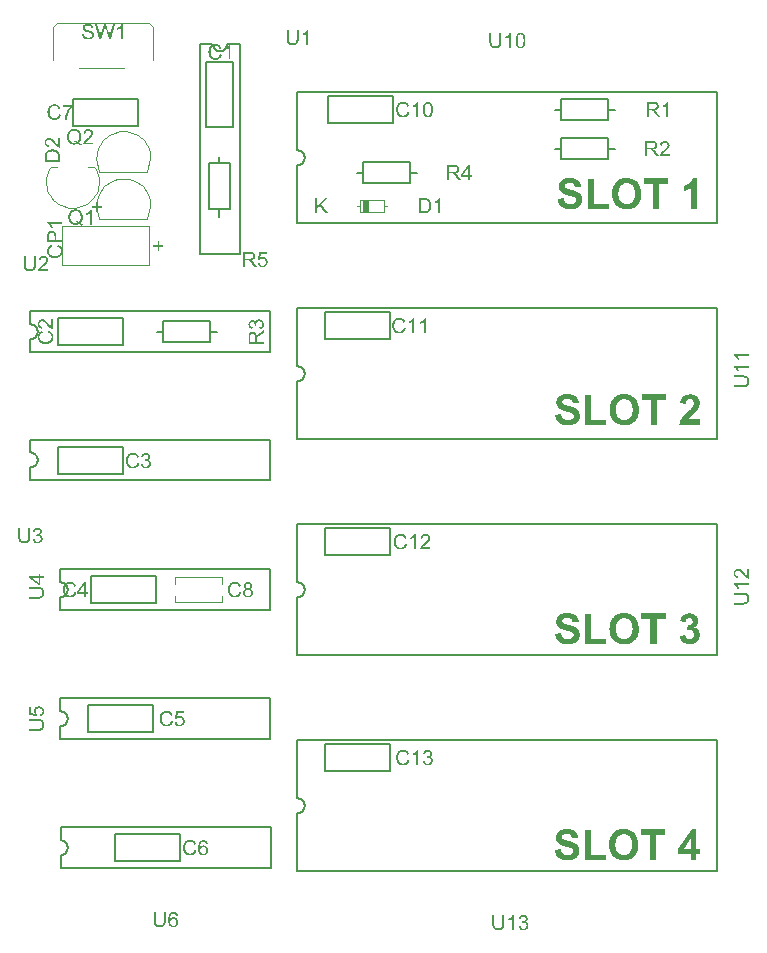
<source format=gto>
G04*
G04 #@! TF.GenerationSoftware,Altium Limited,Altium Designer,21.0.9 (235)*
G04*
G04 Layer_Color=65535*
%FSLAX25Y25*%
%MOIN*%
G70*
G04*
G04 #@! TF.SameCoordinates,DA681587-9272-4415-864D-094138AC6A8E*
G04*
G04*
G04 #@! TF.FilePolarity,Positive*
G04*
G01*
G75*
%ADD10C,0.00787*%
%ADD11C,0.00394*%
%ADD12C,0.00591*%
%ADD13R,0.02000X0.04000*%
G36*
X92873Y289473D02*
X95082Y286481D01*
X94201D01*
X92407Y289022D01*
X91584Y288228D01*
Y286481D01*
X90918D01*
Y291519D01*
X91584D01*
Y289018D01*
X94085Y291519D01*
X94991D01*
X92873Y289473D01*
D02*
G37*
G36*
X38943Y275778D02*
X40315D01*
Y275199D01*
X38943D01*
Y273819D01*
X38360D01*
Y275199D01*
X36988D01*
Y275778D01*
X38360D01*
Y277150D01*
X38943D01*
Y275778D01*
D02*
G37*
G36*
X18588Y288931D02*
X19961D01*
Y288348D01*
X18588D01*
Y286976D01*
X18010D01*
Y288348D01*
X16630D01*
Y288931D01*
X18010D01*
Y290303D01*
X18588D01*
Y288931D01*
D02*
G37*
G36*
X-728Y165371D02*
X477D01*
Y164752D01*
X-728D01*
Y162568D01*
X-1296D01*
X-4561Y164865D01*
Y165371D01*
X-1296D01*
Y166051D01*
X-728D01*
Y165371D01*
D02*
G37*
G36*
X-1525Y161905D02*
X-1460D01*
X-1387Y161902D01*
X-1303Y161894D01*
X-1216Y161887D01*
X-1121Y161876D01*
X-1023Y161865D01*
X-823Y161836D01*
X-721Y161814D01*
X-626Y161793D01*
X-531Y161763D01*
X-444Y161734D01*
X-440Y161731D01*
X-426Y161727D01*
X-400Y161716D01*
X-371Y161702D01*
X-331Y161680D01*
X-287Y161658D01*
X-240Y161629D01*
X-186Y161592D01*
X-127Y161552D01*
X-69Y161509D01*
X-11Y161458D01*
X51Y161399D01*
X113Y161337D01*
X171Y161272D01*
X230Y161196D01*
X284Y161116D01*
X288Y161112D01*
X295Y161094D01*
X310Y161068D01*
X328Y161035D01*
X350Y160988D01*
X372Y160937D01*
X397Y160872D01*
X422Y160802D01*
X448Y160719D01*
X473Y160631D01*
X495Y160537D01*
X517Y160431D01*
X535Y160318D01*
X550Y160198D01*
X557Y160074D01*
X561Y159940D01*
Y159871D01*
X557Y159823D01*
X554Y159761D01*
X546Y159692D01*
X539Y159612D01*
X532Y159528D01*
X517Y159437D01*
X502Y159343D01*
X481Y159248D01*
X459Y159150D01*
X430Y159055D01*
X397Y158957D01*
X360Y158866D01*
X317Y158779D01*
X313Y158775D01*
X306Y158760D01*
X291Y158735D01*
X273Y158706D01*
X248Y158669D01*
X215Y158626D01*
X178Y158582D01*
X138Y158531D01*
X91Y158480D01*
X37Y158425D01*
X-18Y158371D01*
X-84Y158320D01*
X-149Y158269D01*
X-225Y158222D01*
X-302Y158178D01*
X-386Y158138D01*
X-393Y158134D01*
X-408Y158131D01*
X-433Y158120D01*
X-469Y158109D01*
X-517Y158094D01*
X-575Y158080D01*
X-641Y158062D01*
X-717Y158043D01*
X-804Y158025D01*
X-899Y158007D01*
X-1001Y157992D01*
X-1114Y157978D01*
X-1234Y157967D01*
X-1365Y157956D01*
X-1503Y157952D01*
X-1649Y157949D01*
X-4561D01*
Y158615D01*
X-1652D01*
X-1645D01*
X-1623D01*
X-1591D01*
X-1547Y158618D01*
X-1492D01*
X-1430Y158622D01*
X-1361Y158626D01*
X-1285Y158629D01*
X-1208Y158637D01*
X-1128Y158644D01*
X-968Y158666D01*
X-892Y158680D01*
X-815Y158695D01*
X-746Y158713D01*
X-684Y158735D01*
X-680D01*
X-670Y158742D01*
X-655Y158749D01*
X-633Y158760D01*
X-608Y158771D01*
X-579Y158790D01*
X-509Y158833D01*
X-433Y158891D01*
X-393Y158924D01*
X-353Y158964D01*
X-313Y159004D01*
X-277Y159052D01*
X-240Y159099D01*
X-207Y159153D01*
Y159157D01*
X-200Y159168D01*
X-193Y159183D01*
X-182Y159208D01*
X-167Y159237D01*
X-153Y159270D01*
X-138Y159310D01*
X-124Y159357D01*
X-109Y159408D01*
X-94Y159463D01*
X-80Y159521D01*
X-65Y159587D01*
X-54Y159656D01*
X-47Y159729D01*
X-43Y159801D01*
X-40Y159881D01*
Y159914D01*
X-43Y159951D01*
Y160002D01*
X-51Y160064D01*
X-58Y160129D01*
X-69Y160205D01*
X-80Y160289D01*
X-98Y160373D01*
X-120Y160460D01*
X-149Y160548D01*
X-178Y160635D01*
X-218Y160719D01*
X-262Y160795D01*
X-313Y160868D01*
X-371Y160930D01*
X-375Y160933D01*
X-386Y160944D01*
X-408Y160959D01*
X-437Y160977D01*
X-477Y161003D01*
X-528Y161028D01*
X-586Y161057D01*
X-659Y161086D01*
X-739Y161116D01*
X-830Y161145D01*
X-935Y161170D01*
X-1052Y161196D01*
X-1183Y161214D01*
X-1325Y161228D01*
X-1481Y161239D01*
X-1652Y161243D01*
X-4561D01*
Y161909D01*
X-1649D01*
X-1645D01*
X-1641D01*
X-1630D01*
X-1616D01*
X-1598D01*
X-1576D01*
X-1525Y161905D01*
D02*
G37*
G36*
X-1592Y181570D02*
X-1556D01*
X-1512Y181563D01*
X-1465Y181559D01*
X-1414Y181552D01*
X-1355Y181541D01*
X-1297Y181530D01*
X-1170Y181497D01*
X-1101Y181479D01*
X-1035Y181453D01*
X-970Y181428D01*
X-904Y181395D01*
X-900Y181392D01*
X-890Y181388D01*
X-871Y181377D01*
X-846Y181362D01*
X-817Y181344D01*
X-784Y181322D01*
X-748Y181297D01*
X-708Y181268D01*
X-620Y181199D01*
X-533Y181115D01*
X-449Y181020D01*
X-409Y180966D01*
X-373Y180911D01*
X-369Y180907D01*
X-365Y180896D01*
X-354Y180882D01*
X-344Y180856D01*
X-329Y180831D01*
X-314Y180795D01*
X-296Y180758D01*
X-278Y180714D01*
X-264Y180667D01*
X-245Y180620D01*
X-216Y180511D01*
X-194Y180391D01*
X-191Y180329D01*
X-187Y180263D01*
Y180259D01*
Y180248D01*
Y180230D01*
X-191Y180209D01*
Y180179D01*
X-198Y180147D01*
X-202Y180107D01*
X-209Y180067D01*
X-231Y179972D01*
X-264Y179874D01*
X-282Y179823D01*
X-307Y179768D01*
X-333Y179717D01*
X-365Y179666D01*
X-369Y179663D01*
X-373Y179655D01*
X-384Y179641D01*
X-398Y179622D01*
X-416Y179601D01*
X-438Y179575D01*
X-464Y179546D01*
X-496Y179513D01*
X-529Y179481D01*
X-569Y179448D01*
X-609Y179411D01*
X-657Y179375D01*
X-708Y179342D01*
X-762Y179306D01*
X-821Y179273D01*
X-882Y179244D01*
X-879D01*
X-864Y179240D01*
X-839Y179233D01*
X-809Y179222D01*
X-770Y179211D01*
X-726Y179193D01*
X-679Y179175D01*
X-628Y179149D01*
X-573Y179124D01*
X-515Y179091D01*
X-457Y179058D01*
X-398Y179018D01*
X-344Y178974D01*
X-289Y178927D01*
X-234Y178873D01*
X-187Y178814D01*
X-184Y178811D01*
X-176Y178800D01*
X-165Y178782D01*
X-147Y178756D01*
X-129Y178723D01*
X-107Y178687D01*
X-85Y178643D01*
X-63Y178592D01*
X-41Y178534D01*
X-16Y178472D01*
X2Y178407D01*
X20Y178334D01*
X39Y178257D01*
X49Y178177D01*
X57Y178094D01*
X60Y178003D01*
Y177995D01*
Y177973D01*
X57Y177937D01*
X53Y177893D01*
X46Y177835D01*
X35Y177770D01*
X20Y177697D01*
X-1Y177617D01*
X-27Y177529D01*
X-56Y177442D01*
X-96Y177347D01*
X-143Y177253D01*
X-198Y177158D01*
X-264Y177064D01*
X-340Y176972D01*
X-424Y176885D01*
X-431Y176882D01*
X-446Y176867D01*
X-471Y176841D01*
X-511Y176812D01*
X-558Y176780D01*
X-613Y176740D01*
X-682Y176699D01*
X-755Y176656D01*
X-839Y176612D01*
X-933Y176572D01*
X-1032Y176532D01*
X-1141Y176499D01*
X-1254Y176470D01*
X-1377Y176445D01*
X-1505Y176430D01*
X-1640Y176426D01*
X-1669D01*
X-1705Y176430D01*
X-1749Y176434D01*
X-1807Y176437D01*
X-1872Y176448D01*
X-1945Y176459D01*
X-2025Y176478D01*
X-2109Y176496D01*
X-2200Y176521D01*
X-2291Y176554D01*
X-2386Y176594D01*
X-2477Y176638D01*
X-2568Y176689D01*
X-2659Y176751D01*
X-2742Y176820D01*
X-2746Y176823D01*
X-2761Y176838D01*
X-2782Y176860D01*
X-2812Y176892D01*
X-2844Y176933D01*
X-2884Y176980D01*
X-2924Y177034D01*
X-2968Y177096D01*
X-3012Y177165D01*
X-3055Y177245D01*
X-3095Y177329D01*
X-3136Y177420D01*
X-3168Y177518D01*
X-3201Y177620D01*
X-3223Y177730D01*
X-3237Y177846D01*
X-2619Y177930D01*
Y177923D01*
X-2615Y177908D01*
X-2608Y177879D01*
X-2597Y177842D01*
X-2586Y177799D01*
X-2571Y177752D01*
X-2553Y177697D01*
X-2535Y177639D01*
X-2484Y177511D01*
X-2422Y177387D01*
X-2386Y177326D01*
X-2346Y177267D01*
X-2306Y177216D01*
X-2258Y177169D01*
X-2255Y177165D01*
X-2247Y177158D01*
X-2233Y177147D01*
X-2211Y177133D01*
X-2189Y177114D01*
X-2156Y177096D01*
X-2124Y177074D01*
X-2083Y177056D01*
X-2040Y177034D01*
X-1993Y177013D01*
X-1942Y176994D01*
X-1887Y176976D01*
X-1829Y176962D01*
X-1767Y176951D01*
X-1705Y176943D01*
X-1636Y176940D01*
X-1618D01*
X-1592Y176943D01*
X-1563D01*
X-1523Y176951D01*
X-1479Y176954D01*
X-1432Y176965D01*
X-1377Y176976D01*
X-1323Y176994D01*
X-1261Y177013D01*
X-1199Y177038D01*
X-1137Y177067D01*
X-1075Y177104D01*
X-1013Y177144D01*
X-955Y177187D01*
X-897Y177242D01*
X-893Y177245D01*
X-882Y177256D01*
X-868Y177271D01*
X-850Y177296D01*
X-828Y177326D01*
X-802Y177362D01*
X-773Y177402D01*
X-744Y177449D01*
X-718Y177500D01*
X-689Y177559D01*
X-664Y177617D01*
X-642Y177686D01*
X-624Y177755D01*
X-609Y177828D01*
X-598Y177908D01*
X-595Y177988D01*
Y177992D01*
Y178006D01*
Y178028D01*
X-598Y178061D01*
X-602Y178094D01*
X-609Y178137D01*
X-617Y178185D01*
X-631Y178236D01*
X-646Y178290D01*
X-664Y178348D01*
X-686Y178407D01*
X-711Y178465D01*
X-744Y178523D01*
X-784Y178581D01*
X-824Y178636D01*
X-875Y178691D01*
X-879Y178694D01*
X-886Y178701D01*
X-904Y178716D01*
X-926Y178734D01*
X-951Y178756D01*
X-984Y178778D01*
X-1024Y178803D01*
X-1068Y178829D01*
X-1115Y178854D01*
X-1170Y178880D01*
X-1228Y178902D01*
X-1290Y178924D01*
X-1355Y178942D01*
X-1428Y178956D01*
X-1501Y178964D01*
X-1581Y178967D01*
X-1614D01*
X-1650Y178964D01*
X-1701Y178960D01*
X-1767Y178953D01*
X-1840Y178938D01*
X-1923Y178924D01*
X-2018Y178902D01*
X-1949Y179444D01*
X-1938D01*
X-1927Y179440D01*
X-1912D01*
X-1880Y179437D01*
X-1811D01*
X-1785Y179440D01*
X-1749Y179444D01*
X-1709Y179448D01*
X-1665Y179455D01*
X-1614Y179462D01*
X-1559Y179473D01*
X-1505Y179488D01*
X-1385Y179524D01*
X-1323Y179546D01*
X-1261Y179575D01*
X-1199Y179604D01*
X-1141Y179641D01*
X-1137Y179644D01*
X-1126Y179652D01*
X-1112Y179663D01*
X-1090Y179681D01*
X-1068Y179702D01*
X-1039Y179728D01*
X-1013Y179761D01*
X-981Y179797D01*
X-951Y179841D01*
X-922Y179888D01*
X-897Y179939D01*
X-875Y179997D01*
X-853Y180059D01*
X-839Y180128D01*
X-828Y180201D01*
X-824Y180278D01*
Y180281D01*
Y180292D01*
Y180310D01*
X-828Y180336D01*
X-831Y180361D01*
X-835Y180398D01*
X-842Y180434D01*
X-853Y180474D01*
X-882Y180562D01*
X-900Y180609D01*
X-922Y180656D01*
X-948Y180703D01*
X-981Y180751D01*
X-1017Y180795D01*
X-1057Y180838D01*
X-1061Y180842D01*
X-1068Y180849D01*
X-1079Y180860D01*
X-1097Y180875D01*
X-1123Y180889D01*
X-1148Y180911D01*
X-1181Y180929D01*
X-1217Y180951D01*
X-1257Y180973D01*
X-1301Y180991D01*
X-1352Y181013D01*
X-1403Y181027D01*
X-1461Y181042D01*
X-1519Y181053D01*
X-1585Y181060D01*
X-1650Y181064D01*
X-1687D01*
X-1709Y181060D01*
X-1741Y181057D01*
X-1778Y181053D01*
X-1818Y181046D01*
X-1861Y181035D01*
X-1956Y181009D01*
X-2004Y180991D01*
X-2054Y180966D01*
X-2105Y180940D01*
X-2156Y180911D01*
X-2204Y180875D01*
X-2251Y180835D01*
X-2255Y180831D01*
X-2262Y180824D01*
X-2273Y180809D01*
X-2291Y180791D01*
X-2309Y180769D01*
X-2331Y180740D01*
X-2353Y180703D01*
X-2378Y180667D01*
X-2404Y180620D01*
X-2429Y180569D01*
X-2458Y180514D01*
X-2480Y180452D01*
X-2506Y180387D01*
X-2524Y180318D01*
X-2542Y180241D01*
X-2557Y180157D01*
X-3176Y180267D01*
Y180270D01*
Y180274D01*
X-3168Y180296D01*
X-3161Y180325D01*
X-3150Y180369D01*
X-3136Y180423D01*
X-3117Y180482D01*
X-3095Y180547D01*
X-3070Y180620D01*
X-3037Y180696D01*
X-3001Y180776D01*
X-2957Y180856D01*
X-2910Y180937D01*
X-2859Y181017D01*
X-2801Y181093D01*
X-2735Y181166D01*
X-2662Y181231D01*
X-2659Y181235D01*
X-2644Y181246D01*
X-2622Y181264D01*
X-2589Y181286D01*
X-2550Y181311D01*
X-2502Y181341D01*
X-2448Y181370D01*
X-2386Y181402D01*
X-2317Y181435D01*
X-2240Y181464D01*
X-2160Y181493D01*
X-2073Y181519D01*
X-1978Y181541D01*
X-1876Y181559D01*
X-1770Y181570D01*
X-1661Y181573D01*
X-1621D01*
X-1592Y181570D01*
D02*
G37*
G36*
X-4100Y178643D02*
Y178640D01*
Y178636D01*
Y178625D01*
Y178611D01*
Y178592D01*
Y178570D01*
X-4104Y178519D01*
Y178454D01*
X-4107Y178381D01*
X-4115Y178297D01*
X-4122Y178210D01*
X-4133Y178115D01*
X-4144Y178017D01*
X-4173Y177817D01*
X-4195Y177715D01*
X-4217Y177620D01*
X-4246Y177526D01*
X-4275Y177438D01*
X-4279Y177435D01*
X-4282Y177420D01*
X-4293Y177395D01*
X-4308Y177366D01*
X-4329Y177326D01*
X-4351Y177282D01*
X-4380Y177235D01*
X-4417Y177180D01*
X-4457Y177122D01*
X-4501Y177064D01*
X-4552Y177005D01*
X-4610Y176943D01*
X-4672Y176882D01*
X-4737Y176823D01*
X-4814Y176765D01*
X-4894Y176710D01*
X-4897Y176707D01*
X-4916Y176699D01*
X-4941Y176685D01*
X-4974Y176667D01*
X-5021Y176645D01*
X-5072Y176623D01*
X-5138Y176598D01*
X-5207Y176572D01*
X-5290Y176547D01*
X-5378Y176521D01*
X-5472Y176499D01*
X-5578Y176478D01*
X-5691Y176459D01*
X-5811Y176445D01*
X-5935Y176437D01*
X-6069Y176434D01*
X-6138D01*
X-6186Y176437D01*
X-6248Y176441D01*
X-6317Y176448D01*
X-6397Y176456D01*
X-6481Y176463D01*
X-6572Y176478D01*
X-6666Y176492D01*
X-6761Y176514D01*
X-6859Y176536D01*
X-6954Y176565D01*
X-7052Y176598D01*
X-7143Y176634D01*
X-7231Y176678D01*
X-7234Y176681D01*
X-7249Y176689D01*
X-7274Y176703D01*
X-7303Y176721D01*
X-7340Y176747D01*
X-7383Y176780D01*
X-7427Y176816D01*
X-7478Y176856D01*
X-7529Y176903D01*
X-7584Y176958D01*
X-7638Y177013D01*
X-7689Y177078D01*
X-7740Y177144D01*
X-7787Y177220D01*
X-7831Y177296D01*
X-7871Y177380D01*
X-7875Y177387D01*
X-7878Y177402D01*
X-7889Y177427D01*
X-7900Y177464D01*
X-7915Y177511D01*
X-7929Y177569D01*
X-7948Y177635D01*
X-7966Y177711D01*
X-7984Y177799D01*
X-8002Y177893D01*
X-8017Y177995D01*
X-8031Y178108D01*
X-8042Y178228D01*
X-8053Y178359D01*
X-8057Y178498D01*
X-8060Y178643D01*
Y181555D01*
X-7394D01*
Y178647D01*
Y178640D01*
Y178618D01*
Y178585D01*
X-7391Y178541D01*
Y178487D01*
X-7387Y178425D01*
X-7383Y178356D01*
X-7380Y178279D01*
X-7373Y178203D01*
X-7365Y178123D01*
X-7343Y177963D01*
X-7329Y177886D01*
X-7314Y177810D01*
X-7296Y177741D01*
X-7274Y177679D01*
Y177675D01*
X-7267Y177664D01*
X-7260Y177650D01*
X-7249Y177628D01*
X-7238Y177602D01*
X-7220Y177573D01*
X-7176Y177504D01*
X-7118Y177427D01*
X-7085Y177387D01*
X-7045Y177347D01*
X-7005Y177307D01*
X-6957Y177271D01*
X-6910Y177235D01*
X-6856Y177202D01*
X-6852D01*
X-6841Y177195D01*
X-6826Y177187D01*
X-6801Y177176D01*
X-6772Y177162D01*
X-6739Y177147D01*
X-6699Y177133D01*
X-6652Y177118D01*
X-6601Y177104D01*
X-6546Y177089D01*
X-6488Y177074D01*
X-6422Y177060D01*
X-6353Y177049D01*
X-6280Y177042D01*
X-6208Y177038D01*
X-6128Y177034D01*
X-6095D01*
X-6058Y177038D01*
X-6007D01*
X-5946Y177045D01*
X-5880Y177053D01*
X-5804Y177064D01*
X-5720Y177074D01*
X-5636Y177093D01*
X-5549Y177114D01*
X-5461Y177144D01*
X-5374Y177173D01*
X-5290Y177213D01*
X-5214Y177256D01*
X-5141Y177307D01*
X-5079Y177366D01*
X-5076Y177369D01*
X-5065Y177380D01*
X-5050Y177402D01*
X-5032Y177431D01*
X-5006Y177471D01*
X-4981Y177522D01*
X-4952Y177580D01*
X-4923Y177653D01*
X-4894Y177733D01*
X-4865Y177824D01*
X-4839Y177930D01*
X-4814Y178046D01*
X-4795Y178177D01*
X-4781Y178319D01*
X-4770Y178476D01*
X-4766Y178647D01*
Y181555D01*
X-4100D01*
Y178643D01*
D02*
G37*
G36*
X-1165Y122077D02*
X-1117Y122073D01*
X-1055Y122070D01*
X-986Y122059D01*
X-910Y122048D01*
X-826Y122029D01*
X-735Y122008D01*
X-641Y121982D01*
X-542Y121949D01*
X-444Y121913D01*
X-342Y121866D01*
X-244Y121811D01*
X-145Y121749D01*
X-51Y121680D01*
X-43Y121673D01*
X-25Y121658D01*
X4Y121629D01*
X44Y121593D01*
X91Y121542D01*
X142Y121484D01*
X197Y121414D01*
X255Y121334D01*
X313Y121243D01*
X368Y121145D01*
X419Y121036D01*
X466Y120916D01*
X502Y120788D01*
X535Y120654D01*
X554Y120508D01*
X561Y120355D01*
Y120326D01*
X557Y120290D01*
X554Y120242D01*
X550Y120184D01*
X539Y120115D01*
X528Y120038D01*
X513Y119958D01*
X492Y119871D01*
X466Y119780D01*
X437Y119685D01*
X401Y119591D01*
X357Y119500D01*
X306Y119405D01*
X244Y119318D01*
X178Y119234D01*
X175Y119230D01*
X160Y119216D01*
X138Y119194D01*
X109Y119165D01*
X69Y119132D01*
X22Y119092D01*
X-33Y119052D01*
X-94Y119008D01*
X-164Y118965D01*
X-240Y118925D01*
X-324Y118881D01*
X-415Y118841D01*
X-513Y118808D01*
X-619Y118779D01*
X-728Y118754D01*
X-844Y118739D01*
X-899Y119387D01*
X-895D01*
X-877Y119390D01*
X-855Y119394D01*
X-823Y119401D01*
X-782Y119412D01*
X-735Y119423D01*
X-684Y119438D01*
X-630Y119456D01*
X-517Y119500D01*
X-455Y119525D01*
X-397Y119554D01*
X-338Y119591D01*
X-284Y119627D01*
X-233Y119671D01*
X-186Y119718D01*
X-182Y119722D01*
X-175Y119729D01*
X-164Y119744D01*
X-149Y119765D01*
X-131Y119791D01*
X-109Y119824D01*
X-91Y119856D01*
X-69Y119896D01*
X-43Y119940D01*
X-25Y119991D01*
X-4Y120042D01*
X15Y120100D01*
X29Y120159D01*
X40Y120220D01*
X48Y120286D01*
X51Y120355D01*
Y120377D01*
X48Y120399D01*
Y120431D01*
X40Y120468D01*
X33Y120515D01*
X22Y120566D01*
X8Y120621D01*
X-7Y120679D01*
X-29Y120741D01*
X-58Y120803D01*
X-91Y120868D01*
X-127Y120930D01*
X-175Y120996D01*
X-225Y121058D01*
X-284Y121116D01*
X-287Y121119D01*
X-298Y121130D01*
X-320Y121145D01*
X-346Y121163D01*
X-378Y121189D01*
X-418Y121214D01*
X-466Y121243D01*
X-520Y121272D01*
X-582Y121298D01*
X-648Y121327D01*
X-721Y121352D01*
X-801Y121378D01*
X-888Y121396D01*
X-979Y121411D01*
X-1074Y121422D01*
X-1175Y121425D01*
X-1183D01*
X-1197D01*
X-1226Y121422D01*
X-1263D01*
X-1307Y121418D01*
X-1361Y121411D01*
X-1416Y121400D01*
X-1481Y121389D01*
X-1547Y121371D01*
X-1612Y121352D01*
X-1681Y121327D01*
X-1754Y121298D01*
X-1823Y121265D01*
X-1889Y121225D01*
X-1955Y121178D01*
X-2013Y121127D01*
X-2016Y121123D01*
X-2027Y121112D01*
X-2042Y121098D01*
X-2060Y121072D01*
X-2086Y121043D01*
X-2111Y121007D01*
X-2136Y120967D01*
X-2166Y120919D01*
X-2195Y120865D01*
X-2220Y120806D01*
X-2249Y120745D01*
X-2271Y120675D01*
X-2289Y120599D01*
X-2304Y120519D01*
X-2315Y120435D01*
X-2318Y120348D01*
Y120319D01*
X-2315Y120297D01*
Y120271D01*
X-2311Y120239D01*
X-2308Y120206D01*
X-2300Y120166D01*
X-2286Y120082D01*
X-2260Y119991D01*
X-2228Y119896D01*
X-2180Y119805D01*
Y119802D01*
X-2173Y119794D01*
X-2166Y119784D01*
X-2155Y119765D01*
X-2126Y119722D01*
X-2086Y119667D01*
X-2035Y119609D01*
X-1976Y119547D01*
X-1907Y119485D01*
X-1831Y119430D01*
X-1907Y118848D01*
X-4495Y119336D01*
Y121844D01*
X-3906D01*
Y119827D01*
X-2548Y119558D01*
X-2551Y119562D01*
X-2562Y119580D01*
X-2577Y119602D01*
X-2599Y119638D01*
X-2621Y119678D01*
X-2650Y119725D01*
X-2675Y119784D01*
X-2708Y119845D01*
X-2737Y119915D01*
X-2766Y119987D01*
X-2792Y120068D01*
X-2813Y120148D01*
X-2835Y120235D01*
X-2850Y120322D01*
X-2861Y120417D01*
X-2864Y120508D01*
Y120537D01*
X-2861Y120573D01*
X-2857Y120617D01*
X-2850Y120675D01*
X-2839Y120741D01*
X-2825Y120817D01*
X-2806Y120897D01*
X-2784Y120981D01*
X-2752Y121072D01*
X-2715Y121163D01*
X-2672Y121258D01*
X-2617Y121352D01*
X-2559Y121447D01*
X-2486Y121538D01*
X-2406Y121625D01*
X-2402Y121629D01*
X-2384Y121644D01*
X-2358Y121669D01*
X-2322Y121698D01*
X-2279Y121731D01*
X-2224Y121771D01*
X-2158Y121811D01*
X-2086Y121855D01*
X-2005Y121895D01*
X-1918Y121935D01*
X-1820Y121975D01*
X-1718Y122011D01*
X-1605Y122037D01*
X-1485Y122062D01*
X-1361Y122077D01*
X-1230Y122080D01*
X-1226D01*
X-1223D01*
X-1212D01*
X-1201D01*
X-1165Y122077D01*
D02*
G37*
G36*
X-1525Y117876D02*
X-1460D01*
X-1387Y117873D01*
X-1303Y117865D01*
X-1216Y117858D01*
X-1121Y117847D01*
X-1023Y117836D01*
X-823Y117807D01*
X-721Y117785D01*
X-626Y117763D01*
X-531Y117734D01*
X-444Y117705D01*
X-440Y117701D01*
X-426Y117698D01*
X-400Y117687D01*
X-371Y117672D01*
X-331Y117651D01*
X-287Y117629D01*
X-240Y117600D01*
X-186Y117563D01*
X-127Y117523D01*
X-69Y117480D01*
X-11Y117429D01*
X51Y117370D01*
X113Y117308D01*
X171Y117243D01*
X230Y117166D01*
X284Y117086D01*
X288Y117083D01*
X295Y117064D01*
X310Y117039D01*
X328Y117006D01*
X350Y116959D01*
X372Y116908D01*
X397Y116842D01*
X422Y116773D01*
X448Y116690D01*
X473Y116602D01*
X495Y116508D01*
X517Y116402D01*
X535Y116289D01*
X550Y116169D01*
X557Y116045D01*
X561Y115911D01*
Y115841D01*
X557Y115794D01*
X554Y115732D01*
X546Y115663D01*
X539Y115583D01*
X532Y115499D01*
X517Y115408D01*
X502Y115314D01*
X481Y115219D01*
X459Y115121D01*
X430Y115026D01*
X397Y114928D01*
X360Y114837D01*
X317Y114750D01*
X313Y114746D01*
X306Y114731D01*
X291Y114706D01*
X273Y114677D01*
X248Y114640D01*
X215Y114597D01*
X178Y114553D01*
X138Y114502D01*
X91Y114451D01*
X37Y114396D01*
X-18Y114342D01*
X-84Y114291D01*
X-149Y114240D01*
X-225Y114193D01*
X-302Y114149D01*
X-386Y114109D01*
X-393Y114105D01*
X-408Y114102D01*
X-433Y114091D01*
X-469Y114080D01*
X-517Y114065D01*
X-575Y114051D01*
X-641Y114032D01*
X-717Y114014D01*
X-804Y113996D01*
X-899Y113978D01*
X-1001Y113963D01*
X-1114Y113949D01*
X-1234Y113938D01*
X-1365Y113927D01*
X-1503Y113923D01*
X-1649Y113920D01*
X-4561D01*
Y114586D01*
X-1652D01*
X-1645D01*
X-1623D01*
X-1591D01*
X-1547Y114589D01*
X-1492D01*
X-1430Y114593D01*
X-1361Y114597D01*
X-1285Y114600D01*
X-1208Y114608D01*
X-1128Y114615D01*
X-968Y114637D01*
X-892Y114651D01*
X-815Y114666D01*
X-746Y114684D01*
X-684Y114706D01*
X-680D01*
X-670Y114713D01*
X-655Y114720D01*
X-633Y114731D01*
X-608Y114742D01*
X-579Y114760D01*
X-509Y114804D01*
X-433Y114862D01*
X-393Y114895D01*
X-353Y114935D01*
X-313Y114975D01*
X-277Y115023D01*
X-240Y115070D01*
X-207Y115124D01*
Y115128D01*
X-200Y115139D01*
X-193Y115154D01*
X-182Y115179D01*
X-167Y115208D01*
X-153Y115241D01*
X-138Y115281D01*
X-124Y115328D01*
X-109Y115379D01*
X-94Y115434D01*
X-80Y115492D01*
X-65Y115558D01*
X-54Y115627D01*
X-47Y115700D01*
X-43Y115772D01*
X-40Y115852D01*
Y115885D01*
X-43Y115922D01*
Y115972D01*
X-51Y116034D01*
X-58Y116100D01*
X-69Y116176D01*
X-80Y116260D01*
X-98Y116344D01*
X-120Y116431D01*
X-149Y116518D01*
X-178Y116606D01*
X-218Y116690D01*
X-262Y116766D01*
X-313Y116839D01*
X-371Y116901D01*
X-375Y116904D01*
X-386Y116915D01*
X-408Y116930D01*
X-437Y116948D01*
X-477Y116973D01*
X-528Y116999D01*
X-586Y117028D01*
X-659Y117057D01*
X-739Y117086D01*
X-830Y117115D01*
X-935Y117141D01*
X-1052Y117166D01*
X-1183Y117185D01*
X-1325Y117199D01*
X-1481Y117210D01*
X-1652Y117214D01*
X-4561D01*
Y117880D01*
X-1649D01*
X-1645D01*
X-1641D01*
X-1630D01*
X-1616D01*
X-1598D01*
X-1576D01*
X-1525Y117876D01*
D02*
G37*
G36*
X43766Y53566D02*
X43806D01*
X43857Y53559D01*
X43915Y53552D01*
X43980Y53541D01*
X44053Y53530D01*
X44126Y53512D01*
X44206Y53490D01*
X44286Y53461D01*
X44366Y53428D01*
X44450Y53391D01*
X44530Y53344D01*
X44607Y53293D01*
X44679Y53235D01*
X44683Y53231D01*
X44697Y53220D01*
X44716Y53199D01*
X44741Y53173D01*
X44770Y53140D01*
X44803Y53097D01*
X44839Y53049D01*
X44879Y52995D01*
X44919Y52933D01*
X44960Y52864D01*
X45000Y52787D01*
X45032Y52703D01*
X45069Y52616D01*
X45098Y52522D01*
X45120Y52420D01*
X45138Y52314D01*
X44523Y52267D01*
Y52270D01*
X44519Y52281D01*
X44515Y52303D01*
X44508Y52325D01*
X44497Y52358D01*
X44490Y52390D01*
X44461Y52471D01*
X44428Y52554D01*
X44388Y52642D01*
X44341Y52725D01*
X44315Y52762D01*
X44286Y52794D01*
X44282Y52798D01*
X44275Y52805D01*
X44261Y52820D01*
X44243Y52835D01*
X44217Y52856D01*
X44188Y52878D01*
X44155Y52904D01*
X44115Y52929D01*
X44071Y52951D01*
X44024Y52977D01*
X43977Y52998D01*
X43922Y53020D01*
X43864Y53035D01*
X43802Y53049D01*
X43736Y53057D01*
X43671Y53060D01*
X43642D01*
X43620Y53057D01*
X43595D01*
X43565Y53053D01*
X43533Y53046D01*
X43493Y53038D01*
X43413Y53020D01*
X43325Y52991D01*
X43238Y52947D01*
X43194Y52922D01*
X43150Y52893D01*
X43147Y52889D01*
X43140Y52882D01*
X43121Y52871D01*
X43103Y52853D01*
X43078Y52831D01*
X43049Y52805D01*
X43020Y52773D01*
X42983Y52736D01*
X42947Y52696D01*
X42910Y52649D01*
X42870Y52598D01*
X42834Y52543D01*
X42794Y52482D01*
X42757Y52416D01*
X42721Y52347D01*
X42688Y52274D01*
Y52270D01*
X42681Y52256D01*
X42674Y52230D01*
X42663Y52198D01*
X42648Y52157D01*
X42634Y52107D01*
X42619Y52045D01*
X42605Y51976D01*
X42590Y51899D01*
X42572Y51812D01*
X42557Y51713D01*
X42546Y51612D01*
X42535Y51499D01*
X42524Y51379D01*
X42521Y51248D01*
X42517Y51109D01*
X42521Y51113D01*
X42528Y51124D01*
X42539Y51142D01*
X42557Y51164D01*
X42579Y51193D01*
X42605Y51226D01*
X42634Y51262D01*
X42670Y51302D01*
X42706Y51342D01*
X42746Y51382D01*
X42841Y51466D01*
X42943Y51546D01*
X43001Y51582D01*
X43060Y51615D01*
X43063Y51619D01*
X43074Y51622D01*
X43092Y51630D01*
X43114Y51641D01*
X43147Y51655D01*
X43180Y51670D01*
X43220Y51684D01*
X43267Y51699D01*
X43314Y51713D01*
X43369Y51728D01*
X43482Y51757D01*
X43609Y51775D01*
X43675Y51783D01*
X43769D01*
X43802Y51779D01*
X43842Y51775D01*
X43897Y51768D01*
X43959Y51757D01*
X44028Y51743D01*
X44104Y51724D01*
X44184Y51702D01*
X44268Y51670D01*
X44355Y51633D01*
X44446Y51590D01*
X44534Y51535D01*
X44621Y51477D01*
X44708Y51404D01*
X44792Y51324D01*
X44796Y51320D01*
X44810Y51302D01*
X44832Y51277D01*
X44861Y51240D01*
X44894Y51197D01*
X44930Y51142D01*
X44971Y51080D01*
X45011Y51007D01*
X45051Y50927D01*
X45091Y50836D01*
X45127Y50742D01*
X45160Y50636D01*
X45189Y50523D01*
X45211Y50407D01*
X45225Y50279D01*
X45229Y50148D01*
Y50145D01*
Y50126D01*
Y50101D01*
X45225Y50068D01*
X45222Y50024D01*
X45218Y49977D01*
X45211Y49923D01*
X45203Y49861D01*
X45193Y49795D01*
X45178Y49726D01*
X45163Y49653D01*
X45142Y49577D01*
X45116Y49500D01*
X45091Y49424D01*
X45058Y49344D01*
X45021Y49267D01*
X45018Y49264D01*
X45011Y49249D01*
X45000Y49227D01*
X44985Y49202D01*
X44963Y49165D01*
X44938Y49125D01*
X44909Y49085D01*
X44876Y49038D01*
X44836Y48987D01*
X44796Y48936D01*
X44748Y48885D01*
X44697Y48834D01*
X44646Y48783D01*
X44588Y48732D01*
X44526Y48689D01*
X44461Y48645D01*
X44457Y48641D01*
X44446Y48634D01*
X44425Y48627D01*
X44399Y48612D01*
X44363Y48594D01*
X44323Y48576D01*
X44279Y48558D01*
X44224Y48539D01*
X44170Y48518D01*
X44108Y48499D01*
X44039Y48481D01*
X43970Y48463D01*
X43893Y48448D01*
X43817Y48441D01*
X43733Y48434D01*
X43649Y48430D01*
X43616D01*
X43598Y48434D01*
X43576D01*
X43522Y48437D01*
X43456Y48448D01*
X43380Y48459D01*
X43296Y48478D01*
X43201Y48503D01*
X43103Y48532D01*
X43001Y48568D01*
X42899Y48616D01*
X42794Y48670D01*
X42688Y48736D01*
X42583Y48812D01*
X42484Y48900D01*
X42390Y48998D01*
X42386Y49005D01*
X42368Y49024D01*
X42346Y49060D01*
X42313Y49107D01*
X42277Y49169D01*
X42255Y49205D01*
X42237Y49246D01*
X42215Y49289D01*
X42193Y49336D01*
X42168Y49391D01*
X42146Y49446D01*
X42124Y49504D01*
X42102Y49566D01*
X42077Y49635D01*
X42055Y49704D01*
X42037Y49781D01*
X42015Y49857D01*
X41997Y49941D01*
X41978Y50028D01*
X41960Y50119D01*
X41946Y50214D01*
X41935Y50312D01*
X41924Y50414D01*
X41913Y50523D01*
X41909Y50632D01*
X41902Y50749D01*
Y50869D01*
Y50873D01*
Y50887D01*
Y50905D01*
Y50934D01*
X41906Y50967D01*
Y51007D01*
X41909Y51055D01*
Y51109D01*
X41913Y51164D01*
X41920Y51229D01*
X41924Y51295D01*
X41931Y51368D01*
X41946Y51517D01*
X41971Y51681D01*
X41997Y51852D01*
X42033Y52030D01*
X42077Y52205D01*
X42128Y52380D01*
X42189Y52551D01*
X42262Y52711D01*
X42302Y52787D01*
X42346Y52856D01*
X42393Y52926D01*
X42441Y52991D01*
X42448Y52998D01*
X42463Y53017D01*
X42488Y53046D01*
X42528Y53082D01*
X42575Y53126D01*
X42630Y53173D01*
X42699Y53228D01*
X42776Y53282D01*
X42863Y53333D01*
X42958Y53388D01*
X43060Y53435D01*
X43172Y53479D01*
X43296Y53515D01*
X43424Y53544D01*
X43562Y53563D01*
X43707Y53570D01*
X43733D01*
X43766Y53566D01*
D02*
G37*
G36*
X41068Y50640D02*
Y50636D01*
Y50632D01*
Y50621D01*
Y50607D01*
Y50589D01*
Y50567D01*
X41065Y50516D01*
Y50450D01*
X41061Y50378D01*
X41054Y50294D01*
X41047Y50207D01*
X41036Y50112D01*
X41025Y50014D01*
X40996Y49813D01*
X40974Y49711D01*
X40952Y49617D01*
X40923Y49522D01*
X40894Y49435D01*
X40890Y49431D01*
X40886Y49417D01*
X40876Y49391D01*
X40861Y49362D01*
X40839Y49322D01*
X40817Y49278D01*
X40788Y49231D01*
X40752Y49176D01*
X40712Y49118D01*
X40668Y49060D01*
X40617Y49002D01*
X40559Y48940D01*
X40497Y48878D01*
X40431Y48820D01*
X40355Y48761D01*
X40275Y48707D01*
X40271Y48703D01*
X40253Y48696D01*
X40228Y48681D01*
X40195Y48663D01*
X40148Y48641D01*
X40097Y48619D01*
X40031Y48594D01*
X39962Y48568D01*
X39878Y48543D01*
X39791Y48518D01*
X39696Y48496D01*
X39591Y48474D01*
X39478Y48456D01*
X39358Y48441D01*
X39234Y48434D01*
X39099Y48430D01*
X39030D01*
X38983Y48434D01*
X38921Y48437D01*
X38852Y48445D01*
X38772Y48452D01*
X38688Y48459D01*
X38597Y48474D01*
X38502Y48488D01*
X38408Y48510D01*
X38309Y48532D01*
X38215Y48561D01*
X38116Y48594D01*
X38025Y48630D01*
X37938Y48674D01*
X37934Y48678D01*
X37920Y48685D01*
X37894Y48700D01*
X37865Y48718D01*
X37829Y48743D01*
X37785Y48776D01*
X37741Y48812D01*
X37690Y48852D01*
X37639Y48900D01*
X37585Y48954D01*
X37530Y49009D01*
X37479Y49074D01*
X37428Y49140D01*
X37381Y49216D01*
X37337Y49293D01*
X37297Y49377D01*
X37294Y49384D01*
X37290Y49398D01*
X37279Y49424D01*
X37268Y49460D01*
X37254Y49508D01*
X37239Y49566D01*
X37221Y49631D01*
X37203Y49708D01*
X37185Y49795D01*
X37166Y49890D01*
X37152Y49992D01*
X37137Y50105D01*
X37126Y50225D01*
X37115Y50356D01*
X37112Y50494D01*
X37108Y50640D01*
Y53552D01*
X37774D01*
Y50643D01*
Y50636D01*
Y50614D01*
Y50581D01*
X37778Y50538D01*
Y50483D01*
X37782Y50421D01*
X37785Y50352D01*
X37789Y50276D01*
X37796Y50199D01*
X37803Y50119D01*
X37825Y49959D01*
X37840Y49883D01*
X37854Y49806D01*
X37872Y49737D01*
X37894Y49675D01*
Y49671D01*
X37902Y49661D01*
X37909Y49646D01*
X37920Y49624D01*
X37931Y49599D01*
X37949Y49569D01*
X37993Y49500D01*
X38051Y49424D01*
X38084Y49384D01*
X38124Y49344D01*
X38164Y49304D01*
X38211Y49267D01*
X38258Y49231D01*
X38313Y49198D01*
X38317D01*
X38328Y49191D01*
X38342Y49184D01*
X38368Y49173D01*
X38397Y49158D01*
X38429Y49144D01*
X38469Y49129D01*
X38517Y49115D01*
X38568Y49100D01*
X38622Y49085D01*
X38681Y49071D01*
X38746Y49056D01*
X38815Y49045D01*
X38888Y49038D01*
X38961Y49034D01*
X39041Y49031D01*
X39074D01*
X39110Y49034D01*
X39161D01*
X39223Y49042D01*
X39288Y49049D01*
X39365Y49060D01*
X39449Y49071D01*
X39532Y49089D01*
X39620Y49111D01*
X39707Y49140D01*
X39794Y49169D01*
X39878Y49209D01*
X39955Y49253D01*
X40027Y49304D01*
X40089Y49362D01*
X40093Y49366D01*
X40104Y49377D01*
X40118Y49398D01*
X40137Y49428D01*
X40162Y49468D01*
X40187Y49518D01*
X40217Y49577D01*
X40246Y49650D01*
X40275Y49730D01*
X40304Y49821D01*
X40330Y49926D01*
X40355Y50043D01*
X40373Y50174D01*
X40388Y50316D01*
X40399Y50472D01*
X40402Y50643D01*
Y53552D01*
X41068D01*
Y50640D01*
D02*
G37*
G36*
X160364Y52570D02*
X160401D01*
X160444Y52563D01*
X160492Y52559D01*
X160543Y52552D01*
X160601Y52541D01*
X160659Y52530D01*
X160787Y52497D01*
X160856Y52479D01*
X160921Y52453D01*
X160987Y52428D01*
X161052Y52395D01*
X161056Y52391D01*
X161067Y52388D01*
X161085Y52377D01*
X161111Y52362D01*
X161140Y52344D01*
X161172Y52322D01*
X161209Y52297D01*
X161249Y52268D01*
X161336Y52199D01*
X161424Y52115D01*
X161507Y52020D01*
X161547Y51966D01*
X161584Y51911D01*
X161587Y51907D01*
X161591Y51896D01*
X161602Y51882D01*
X161613Y51856D01*
X161627Y51831D01*
X161642Y51794D01*
X161660Y51758D01*
X161678Y51714D01*
X161693Y51667D01*
X161711Y51620D01*
X161740Y51511D01*
X161762Y51390D01*
X161766Y51329D01*
X161769Y51263D01*
Y51259D01*
Y51249D01*
Y51230D01*
X161766Y51209D01*
Y51179D01*
X161758Y51147D01*
X161755Y51107D01*
X161748Y51066D01*
X161726Y50972D01*
X161693Y50874D01*
X161675Y50823D01*
X161649Y50768D01*
X161624Y50717D01*
X161591Y50666D01*
X161587Y50662D01*
X161584Y50655D01*
X161573Y50641D01*
X161558Y50622D01*
X161540Y50601D01*
X161518Y50575D01*
X161493Y50546D01*
X161460Y50513D01*
X161427Y50481D01*
X161387Y50448D01*
X161347Y50411D01*
X161300Y50375D01*
X161249Y50342D01*
X161194Y50306D01*
X161136Y50273D01*
X161074Y50244D01*
X161078D01*
X161092Y50240D01*
X161118Y50233D01*
X161147Y50222D01*
X161187Y50211D01*
X161231Y50193D01*
X161278Y50175D01*
X161329Y50149D01*
X161384Y50124D01*
X161442Y50091D01*
X161500Y50058D01*
X161558Y50018D01*
X161613Y49975D01*
X161668Y49927D01*
X161722Y49873D01*
X161769Y49814D01*
X161773Y49811D01*
X161780Y49800D01*
X161791Y49782D01*
X161809Y49756D01*
X161828Y49723D01*
X161849Y49687D01*
X161871Y49643D01*
X161893Y49592D01*
X161915Y49534D01*
X161941Y49472D01*
X161959Y49407D01*
X161977Y49334D01*
X161995Y49257D01*
X162006Y49177D01*
X162013Y49094D01*
X162017Y49003D01*
Y48995D01*
Y48974D01*
X162013Y48937D01*
X162010Y48893D01*
X162002Y48835D01*
X161991Y48770D01*
X161977Y48697D01*
X161955Y48617D01*
X161930Y48529D01*
X161900Y48442D01*
X161860Y48347D01*
X161813Y48253D01*
X161758Y48158D01*
X161693Y48063D01*
X161617Y47973D01*
X161533Y47885D01*
X161525Y47881D01*
X161511Y47867D01*
X161486Y47842D01*
X161445Y47812D01*
X161398Y47780D01*
X161344Y47740D01*
X161274Y47699D01*
X161202Y47656D01*
X161118Y47612D01*
X161023Y47572D01*
X160925Y47532D01*
X160816Y47499D01*
X160703Y47470D01*
X160579Y47445D01*
X160452Y47430D01*
X160317Y47427D01*
X160288D01*
X160251Y47430D01*
X160208Y47434D01*
X160150Y47437D01*
X160084Y47448D01*
X160011Y47459D01*
X159931Y47477D01*
X159847Y47496D01*
X159757Y47521D01*
X159666Y47554D01*
X159571Y47594D01*
X159480Y47638D01*
X159389Y47689D01*
X159298Y47750D01*
X159214Y47820D01*
X159211Y47823D01*
X159196Y47838D01*
X159174Y47860D01*
X159145Y47892D01*
X159112Y47932D01*
X159072Y47980D01*
X159032Y48034D01*
X158988Y48096D01*
X158945Y48165D01*
X158901Y48245D01*
X158861Y48329D01*
X158821Y48420D01*
X158788Y48518D01*
X158756Y48620D01*
X158734Y48730D01*
X158719Y48846D01*
X159338Y48930D01*
Y48923D01*
X159342Y48908D01*
X159349Y48879D01*
X159360Y48842D01*
X159371Y48799D01*
X159385Y48752D01*
X159403Y48697D01*
X159422Y48639D01*
X159473Y48511D01*
X159534Y48388D01*
X159571Y48326D01*
X159611Y48267D01*
X159651Y48216D01*
X159698Y48169D01*
X159702Y48165D01*
X159709Y48158D01*
X159724Y48147D01*
X159746Y48133D01*
X159767Y48114D01*
X159800Y48096D01*
X159833Y48074D01*
X159873Y48056D01*
X159917Y48034D01*
X159964Y48013D01*
X160015Y47994D01*
X160070Y47976D01*
X160128Y47962D01*
X160190Y47951D01*
X160251Y47943D01*
X160321Y47940D01*
X160339D01*
X160364Y47943D01*
X160394D01*
X160433Y47951D01*
X160477Y47954D01*
X160524Y47965D01*
X160579Y47976D01*
X160634Y47994D01*
X160696Y48013D01*
X160758Y48038D01*
X160819Y48067D01*
X160881Y48104D01*
X160943Y48144D01*
X161001Y48187D01*
X161060Y48242D01*
X161063Y48245D01*
X161074Y48256D01*
X161089Y48271D01*
X161107Y48296D01*
X161129Y48326D01*
X161154Y48362D01*
X161183Y48402D01*
X161213Y48449D01*
X161238Y48500D01*
X161267Y48559D01*
X161293Y48617D01*
X161314Y48686D01*
X161333Y48755D01*
X161347Y48828D01*
X161358Y48908D01*
X161362Y48988D01*
Y48992D01*
Y49006D01*
Y49028D01*
X161358Y49061D01*
X161354Y49094D01*
X161347Y49137D01*
X161340Y49185D01*
X161325Y49236D01*
X161311Y49290D01*
X161293Y49348D01*
X161271Y49407D01*
X161245Y49465D01*
X161213Y49523D01*
X161172Y49581D01*
X161132Y49636D01*
X161081Y49691D01*
X161078Y49694D01*
X161071Y49701D01*
X161052Y49716D01*
X161030Y49734D01*
X161005Y49756D01*
X160972Y49778D01*
X160932Y49803D01*
X160889Y49829D01*
X160841Y49854D01*
X160787Y49880D01*
X160728Y49902D01*
X160667Y49924D01*
X160601Y49942D01*
X160528Y49956D01*
X160455Y49964D01*
X160375Y49967D01*
X160343D01*
X160306Y49964D01*
X160255Y49960D01*
X160190Y49953D01*
X160117Y49938D01*
X160033Y49924D01*
X159939Y49902D01*
X160008Y50444D01*
X160019D01*
X160029Y50440D01*
X160044D01*
X160077Y50437D01*
X160146D01*
X160171Y50440D01*
X160208Y50444D01*
X160248Y50448D01*
X160292Y50455D01*
X160343Y50462D01*
X160397Y50473D01*
X160452Y50488D01*
X160572Y50524D01*
X160634Y50546D01*
X160696Y50575D01*
X160758Y50604D01*
X160816Y50641D01*
X160819Y50644D01*
X160830Y50652D01*
X160845Y50662D01*
X160867Y50681D01*
X160889Y50703D01*
X160918Y50728D01*
X160943Y50761D01*
X160976Y50797D01*
X161005Y50841D01*
X161034Y50888D01*
X161060Y50939D01*
X161081Y50997D01*
X161103Y51059D01*
X161118Y51128D01*
X161129Y51201D01*
X161132Y51278D01*
Y51281D01*
Y51292D01*
Y51310D01*
X161129Y51336D01*
X161125Y51361D01*
X161121Y51398D01*
X161114Y51434D01*
X161103Y51474D01*
X161074Y51562D01*
X161056Y51609D01*
X161034Y51656D01*
X161009Y51704D01*
X160976Y51751D01*
X160940Y51794D01*
X160899Y51838D01*
X160896Y51842D01*
X160889Y51849D01*
X160878Y51860D01*
X160859Y51875D01*
X160834Y51889D01*
X160808Y51911D01*
X160776Y51929D01*
X160739Y51951D01*
X160699Y51973D01*
X160656Y51991D01*
X160605Y52013D01*
X160554Y52027D01*
X160495Y52042D01*
X160437Y52053D01*
X160372Y52060D01*
X160306Y52064D01*
X160270D01*
X160248Y52060D01*
X160215Y52057D01*
X160179Y52053D01*
X160139Y52046D01*
X160095Y52035D01*
X160000Y52009D01*
X159953Y51991D01*
X159902Y51966D01*
X159851Y51940D01*
X159800Y51911D01*
X159753Y51875D01*
X159705Y51835D01*
X159702Y51831D01*
X159695Y51824D01*
X159684Y51809D01*
X159666Y51791D01*
X159647Y51769D01*
X159625Y51740D01*
X159604Y51704D01*
X159578Y51667D01*
X159553Y51620D01*
X159527Y51569D01*
X159498Y51514D01*
X159476Y51452D01*
X159451Y51387D01*
X159432Y51318D01*
X159414Y51241D01*
X159400Y51157D01*
X158781Y51267D01*
Y51270D01*
Y51274D01*
X158788Y51296D01*
X158795Y51325D01*
X158806Y51369D01*
X158821Y51423D01*
X158839Y51481D01*
X158861Y51547D01*
X158887Y51620D01*
X158919Y51696D01*
X158956Y51776D01*
X158999Y51856D01*
X159047Y51937D01*
X159098Y52017D01*
X159156Y52093D01*
X159221Y52166D01*
X159294Y52231D01*
X159298Y52235D01*
X159312Y52246D01*
X159334Y52264D01*
X159367Y52286D01*
X159407Y52311D01*
X159454Y52341D01*
X159509Y52370D01*
X159571Y52402D01*
X159640Y52435D01*
X159716Y52464D01*
X159797Y52493D01*
X159884Y52519D01*
X159978Y52541D01*
X160080Y52559D01*
X160186Y52570D01*
X160295Y52574D01*
X160335D01*
X160364Y52570D01*
D02*
G37*
G36*
X153943Y49643D02*
Y49640D01*
Y49636D01*
Y49625D01*
Y49610D01*
Y49592D01*
Y49571D01*
X153940Y49520D01*
Y49454D01*
X153936Y49381D01*
X153929Y49297D01*
X153922Y49210D01*
X153911Y49115D01*
X153900Y49017D01*
X153871Y48817D01*
X153849Y48715D01*
X153827Y48620D01*
X153798Y48526D01*
X153769Y48438D01*
X153765Y48435D01*
X153761Y48420D01*
X153751Y48395D01*
X153736Y48366D01*
X153714Y48326D01*
X153692Y48282D01*
X153663Y48235D01*
X153627Y48180D01*
X153587Y48122D01*
X153543Y48063D01*
X153492Y48005D01*
X153434Y47943D01*
X153372Y47881D01*
X153306Y47823D01*
X153230Y47765D01*
X153150Y47710D01*
X153146Y47707D01*
X153128Y47699D01*
X153103Y47685D01*
X153070Y47667D01*
X153023Y47645D01*
X152971Y47623D01*
X152906Y47598D01*
X152837Y47572D01*
X152753Y47547D01*
X152666Y47521D01*
X152571Y47499D01*
X152466Y47477D01*
X152353Y47459D01*
X152233Y47445D01*
X152109Y47437D01*
X151974Y47434D01*
X151905D01*
X151858Y47437D01*
X151796Y47441D01*
X151727Y47448D01*
X151647Y47456D01*
X151563Y47463D01*
X151472Y47477D01*
X151377Y47492D01*
X151283Y47514D01*
X151184Y47536D01*
X151090Y47565D01*
X150991Y47598D01*
X150900Y47634D01*
X150813Y47678D01*
X150809Y47681D01*
X150795Y47689D01*
X150769Y47703D01*
X150740Y47721D01*
X150704Y47747D01*
X150660Y47780D01*
X150616Y47816D01*
X150566Y47856D01*
X150514Y47903D01*
X150460Y47958D01*
X150405Y48013D01*
X150354Y48078D01*
X150303Y48144D01*
X150256Y48220D01*
X150212Y48296D01*
X150172Y48380D01*
X150169Y48388D01*
X150165Y48402D01*
X150154Y48428D01*
X150143Y48464D01*
X150129Y48511D01*
X150114Y48570D01*
X150096Y48635D01*
X150078Y48711D01*
X150059Y48799D01*
X150041Y48893D01*
X150027Y48995D01*
X150012Y49108D01*
X150001Y49228D01*
X149990Y49359D01*
X149987Y49498D01*
X149983Y49643D01*
Y52555D01*
X150649D01*
Y49647D01*
Y49640D01*
Y49618D01*
Y49585D01*
X150653Y49541D01*
Y49487D01*
X150656Y49425D01*
X150660Y49356D01*
X150664Y49279D01*
X150671Y49203D01*
X150678Y49123D01*
X150700Y48963D01*
X150715Y48886D01*
X150729Y48810D01*
X150748Y48741D01*
X150769Y48679D01*
Y48675D01*
X150777Y48664D01*
X150784Y48650D01*
X150795Y48628D01*
X150806Y48602D01*
X150824Y48573D01*
X150868Y48504D01*
X150926Y48428D01*
X150959Y48388D01*
X150999Y48347D01*
X151039Y48307D01*
X151086Y48271D01*
X151133Y48235D01*
X151188Y48202D01*
X151192D01*
X151202Y48195D01*
X151217Y48187D01*
X151242Y48176D01*
X151272Y48162D01*
X151304Y48147D01*
X151344Y48133D01*
X151392Y48118D01*
X151443Y48104D01*
X151497Y48089D01*
X151556Y48074D01*
X151621Y48060D01*
X151690Y48049D01*
X151763Y48042D01*
X151836Y48038D01*
X151916Y48034D01*
X151949D01*
X151985Y48038D01*
X152036D01*
X152098Y48045D01*
X152163Y48053D01*
X152240Y48063D01*
X152324Y48074D01*
X152407Y48093D01*
X152495Y48114D01*
X152582Y48144D01*
X152669Y48173D01*
X152753Y48213D01*
X152830Y48256D01*
X152902Y48307D01*
X152964Y48366D01*
X152968Y48369D01*
X152979Y48380D01*
X152993Y48402D01*
X153012Y48431D01*
X153037Y48471D01*
X153062Y48522D01*
X153092Y48580D01*
X153121Y48653D01*
X153150Y48733D01*
X153179Y48824D01*
X153205Y48930D01*
X153230Y49046D01*
X153248Y49177D01*
X153263Y49319D01*
X153274Y49476D01*
X153277Y49647D01*
Y52555D01*
X153943D01*
Y49643D01*
D02*
G37*
G36*
X157132Y47517D02*
X156513D01*
Y51456D01*
X156510Y51452D01*
X156502Y51445D01*
X156491Y51434D01*
X156473Y51420D01*
X156451Y51401D01*
X156422Y51376D01*
X156389Y51350D01*
X156357Y51321D01*
X156313Y51292D01*
X156269Y51256D01*
X156222Y51223D01*
X156171Y51183D01*
X156113Y51147D01*
X156055Y51107D01*
X155924Y51026D01*
X155920Y51023D01*
X155909Y51016D01*
X155887Y51005D01*
X155862Y50994D01*
X155833Y50976D01*
X155796Y50954D01*
X155753Y50932D01*
X155709Y50906D01*
X155607Y50855D01*
X155498Y50804D01*
X155385Y50753D01*
X155276Y50710D01*
Y51307D01*
X155283Y51310D01*
X155298Y51318D01*
X155327Y51332D01*
X155363Y51350D01*
X155407Y51372D01*
X155461Y51401D01*
X155519Y51434D01*
X155581Y51471D01*
X155651Y51514D01*
X155723Y51558D01*
X155876Y51660D01*
X156033Y51773D01*
X156182Y51896D01*
X156186Y51900D01*
X156200Y51911D01*
X156218Y51929D01*
X156244Y51955D01*
X156277Y51987D01*
X156313Y52024D01*
X156353Y52068D01*
X156397Y52111D01*
X156440Y52162D01*
X156488Y52217D01*
X156579Y52330D01*
X156662Y52450D01*
X156699Y52512D01*
X156732Y52574D01*
X157132D01*
Y47517D01*
D02*
G37*
G36*
X174971Y81212D02*
X175029D01*
X175102Y81205D01*
X175262Y81198D01*
X175445Y81176D01*
X175641Y81147D01*
X175860Y81118D01*
X176086Y81074D01*
X176319Y81015D01*
X176560Y80950D01*
X176801Y80870D01*
X177026Y80768D01*
X177252Y80658D01*
X177457Y80527D01*
X177646Y80381D01*
X177661Y80374D01*
X177690Y80345D01*
X177734Y80294D01*
X177799Y80228D01*
X177872Y80148D01*
X177952Y80046D01*
X178040Y79929D01*
X178135Y79791D01*
X178229Y79645D01*
X178317Y79477D01*
X178404Y79295D01*
X178477Y79098D01*
X178550Y78887D01*
X178601Y78661D01*
X178638Y78420D01*
X178659Y78165D01*
X176626Y78078D01*
Y78085D01*
X176618Y78114D01*
X176611Y78150D01*
X176596Y78202D01*
X176582Y78267D01*
X176560Y78340D01*
X176538Y78420D01*
X176509Y78508D01*
X176429Y78690D01*
X176334Y78872D01*
X176210Y79047D01*
X176144Y79127D01*
X176064Y79193D01*
X176057Y79200D01*
X176042Y79208D01*
X176021Y79222D01*
X175984Y79244D01*
X175940Y79273D01*
X175882Y79302D01*
X175816Y79331D01*
X175743Y79368D01*
X175656Y79397D01*
X175561Y79426D01*
X175452Y79456D01*
X175335Y79485D01*
X175211Y79506D01*
X175080Y79521D01*
X174927Y79536D01*
X174686D01*
X174628Y79528D01*
X174555Y79521D01*
X174468Y79514D01*
X174373Y79506D01*
X174264Y79492D01*
X174045Y79448D01*
X173812Y79383D01*
X173695Y79339D01*
X173586Y79288D01*
X173484Y79229D01*
X173381Y79164D01*
X173367Y79157D01*
X173330Y79120D01*
X173279Y79069D01*
X173221Y78996D01*
X173163Y78909D01*
X173112Y78807D01*
X173075Y78683D01*
X173068Y78617D01*
X173061Y78544D01*
Y78537D01*
Y78530D01*
X173068Y78486D01*
X173075Y78420D01*
X173097Y78333D01*
X173134Y78238D01*
X173185Y78136D01*
X173258Y78034D01*
X173360Y77932D01*
X173367D01*
X173381Y77917D01*
X173403Y77903D01*
X173447Y77873D01*
X173498Y77844D01*
X173564Y77808D01*
X173644Y77772D01*
X173739Y77728D01*
X173855Y77677D01*
X173987Y77626D01*
X174140Y77567D01*
X174315Y77509D01*
X174512Y77443D01*
X174723Y77385D01*
X174971Y77320D01*
X175233Y77254D01*
X175241D01*
X175248Y77247D01*
X175270D01*
X175299Y77239D01*
X175372Y77217D01*
X175474Y77196D01*
X175598Y77159D01*
X175743Y77123D01*
X175897Y77079D01*
X176064Y77035D01*
X176239Y76977D01*
X176421Y76926D01*
X176786Y76802D01*
X176961Y76736D01*
X177129Y76663D01*
X177289Y76598D01*
X177427Y76525D01*
X177435Y76518D01*
X177457Y76510D01*
X177493Y76488D01*
X177544Y76459D01*
X177602Y76415D01*
X177675Y76372D01*
X177748Y76321D01*
X177836Y76255D01*
X177923Y76190D01*
X178011Y76109D01*
X178105Y76029D01*
X178200Y75934D01*
X178382Y75730D01*
X178463Y75614D01*
X178543Y75497D01*
X178550Y75490D01*
X178557Y75468D01*
X178579Y75431D01*
X178608Y75380D01*
X178638Y75315D01*
X178674Y75242D01*
X178710Y75154D01*
X178747Y75052D01*
X178783Y74943D01*
X178820Y74819D01*
X178856Y74688D01*
X178885Y74549D01*
X178915Y74396D01*
X178937Y74236D01*
X178944Y74068D01*
X178951Y73893D01*
Y73886D01*
Y73857D01*
Y73806D01*
X178944Y73747D01*
X178937Y73667D01*
X178922Y73580D01*
X178907Y73478D01*
X178893Y73368D01*
X178864Y73244D01*
X178834Y73113D01*
X178791Y72982D01*
X178747Y72843D01*
X178689Y72698D01*
X178623Y72552D01*
X178550Y72413D01*
X178463Y72268D01*
X178455Y72260D01*
X178441Y72238D01*
X178412Y72195D01*
X178375Y72144D01*
X178324Y72085D01*
X178266Y72012D01*
X178193Y71932D01*
X178113Y71845D01*
X178018Y71757D01*
X177916Y71662D01*
X177806Y71568D01*
X177683Y71480D01*
X177551Y71385D01*
X177413Y71298D01*
X177260Y71218D01*
X177099Y71145D01*
X177092Y71138D01*
X177063Y71130D01*
X177012Y71108D01*
X176939Y71087D01*
X176859Y71057D01*
X176757Y71028D01*
X176633Y70999D01*
X176502Y70963D01*
X176348Y70926D01*
X176181Y70897D01*
X175999Y70868D01*
X175809Y70839D01*
X175605Y70817D01*
X175386Y70795D01*
X175153Y70788D01*
X174912Y70780D01*
X174781D01*
X174730Y70788D01*
X174665D01*
X174599Y70795D01*
X174439Y70810D01*
X174249Y70824D01*
X174045Y70853D01*
X173826Y70890D01*
X173593Y70941D01*
X173352Y70999D01*
X173105Y71065D01*
X172864Y71152D01*
X172623Y71254D01*
X172390Y71371D01*
X172171Y71509D01*
X171967Y71662D01*
X171953Y71670D01*
X171923Y71706D01*
X171872Y71757D01*
X171807Y71830D01*
X171727Y71918D01*
X171632Y72034D01*
X171537Y72166D01*
X171435Y72319D01*
X171326Y72486D01*
X171224Y72683D01*
X171122Y72895D01*
X171027Y73120D01*
X170932Y73376D01*
X170859Y73645D01*
X170794Y73937D01*
X170750Y74243D01*
X172733Y74433D01*
Y74418D01*
X172740Y74389D01*
X172755Y74338D01*
X172769Y74272D01*
X172791Y74185D01*
X172820Y74090D01*
X172849Y73988D01*
X172886Y73879D01*
X172988Y73638D01*
X173046Y73514D01*
X173112Y73390D01*
X173185Y73273D01*
X173265Y73164D01*
X173360Y73062D01*
X173454Y72967D01*
X173462Y72960D01*
X173484Y72945D01*
X173513Y72924D01*
X173556Y72895D01*
X173608Y72858D01*
X173680Y72822D01*
X173753Y72778D01*
X173848Y72734D01*
X173943Y72690D01*
X174059Y72647D01*
X174176Y72610D01*
X174307Y72574D01*
X174453Y72544D01*
X174606Y72523D01*
X174767Y72508D01*
X174934Y72501D01*
X175029D01*
X175095Y72508D01*
X175175Y72515D01*
X175270Y72523D01*
X175379Y72537D01*
X175488Y72552D01*
X175729Y72603D01*
X175853Y72639D01*
X175977Y72676D01*
X176093Y72727D01*
X176210Y72778D01*
X176319Y72843D01*
X176414Y72916D01*
X176421Y72924D01*
X176436Y72938D01*
X176458Y72960D01*
X176494Y72989D01*
X176531Y73033D01*
X176575Y73077D01*
X176618Y73135D01*
X176669Y73193D01*
X176757Y73339D01*
X176837Y73500D01*
X176873Y73594D01*
X176895Y73682D01*
X176910Y73784D01*
X176917Y73886D01*
Y73893D01*
Y73901D01*
Y73944D01*
X176910Y74010D01*
X176888Y74097D01*
X176866Y74192D01*
X176830Y74294D01*
X176779Y74396D01*
X176706Y74491D01*
X176699Y74506D01*
X176662Y74535D01*
X176611Y74578D01*
X176538Y74644D01*
X176436Y74710D01*
X176305Y74790D01*
X176152Y74863D01*
X176064Y74899D01*
X175970Y74936D01*
X175962D01*
X175955Y74943D01*
X175926Y74950D01*
X175897Y74958D01*
X175846Y74972D01*
X175787Y74994D01*
X175714Y75016D01*
X175634Y75038D01*
X175532Y75067D01*
X175415Y75096D01*
X175284Y75133D01*
X175131Y75176D01*
X174963Y75220D01*
X174774Y75264D01*
X174563Y75315D01*
X174337Y75373D01*
X174329D01*
X174315Y75380D01*
X174293D01*
X174264Y75395D01*
X174227Y75402D01*
X174183Y75417D01*
X174074Y75446D01*
X173935Y75482D01*
X173783Y75533D01*
X173615Y75592D01*
X173440Y75650D01*
X173250Y75723D01*
X173061Y75796D01*
X172864Y75876D01*
X172682Y75963D01*
X172499Y76058D01*
X172332Y76160D01*
X172179Y76262D01*
X172040Y76372D01*
X172033Y76379D01*
X172004Y76408D01*
X171953Y76459D01*
X171894Y76518D01*
X171829Y76598D01*
X171749Y76700D01*
X171661Y76809D01*
X171581Y76940D01*
X171493Y77079D01*
X171406Y77232D01*
X171326Y77400D01*
X171260Y77575D01*
X171202Y77764D01*
X171151Y77968D01*
X171122Y78180D01*
X171114Y78398D01*
Y78406D01*
Y78435D01*
Y78471D01*
X171122Y78530D01*
X171129Y78595D01*
X171136Y78675D01*
X171151Y78770D01*
X171165Y78872D01*
X171195Y78974D01*
X171216Y79091D01*
X171253Y79208D01*
X171297Y79331D01*
X171348Y79463D01*
X171406Y79587D01*
X171472Y79718D01*
X171544Y79842D01*
X171552Y79849D01*
X171566Y79871D01*
X171588Y79907D01*
X171625Y79951D01*
X171668Y80010D01*
X171727Y80075D01*
X171792Y80141D01*
X171865Y80221D01*
X171953Y80301D01*
X172047Y80389D01*
X172150Y80469D01*
X172259Y80556D01*
X172383Y80636D01*
X172514Y80717D01*
X172652Y80797D01*
X172806Y80862D01*
X172813Y80870D01*
X172842Y80877D01*
X172893Y80899D01*
X172951Y80921D01*
X173032Y80943D01*
X173126Y80979D01*
X173236Y81008D01*
X173360Y81045D01*
X173498Y81074D01*
X173651Y81110D01*
X173812Y81139D01*
X173987Y81161D01*
X174176Y81191D01*
X174373Y81205D01*
X174577Y81212D01*
X174788Y81220D01*
X174920D01*
X174971Y81212D01*
D02*
G37*
G36*
X217996Y74681D02*
X219250D01*
Y72989D01*
X217996D01*
Y70963D01*
X216123D01*
Y72989D01*
X211997D01*
Y74673D01*
X216371Y81088D01*
X217996D01*
Y74681D01*
D02*
G37*
G36*
X207542Y79346D02*
X204554D01*
Y70963D01*
X202520D01*
Y79346D01*
X199523D01*
Y81052D01*
X207542D01*
Y79346D01*
D02*
G37*
G36*
X182749Y72668D02*
X187816D01*
Y70963D01*
X180715D01*
Y80964D01*
X182749D01*
Y72668D01*
D02*
G37*
G36*
X193888Y81212D02*
X193947D01*
X194019Y81205D01*
X194107Y81198D01*
X194194Y81191D01*
X194297Y81176D01*
X194399Y81161D01*
X194515Y81147D01*
X194756Y81103D01*
X195018Y81045D01*
X195295Y80972D01*
X195587Y80884D01*
X195886Y80768D01*
X196185Y80636D01*
X196476Y80476D01*
X196768Y80294D01*
X196906Y80192D01*
X197045Y80075D01*
X197176Y79958D01*
X197307Y79835D01*
X197315Y79827D01*
X197322Y79820D01*
X197344Y79798D01*
X197366Y79769D01*
X197395Y79733D01*
X197431Y79689D01*
X197475Y79638D01*
X197519Y79579D01*
X197570Y79514D01*
X197621Y79441D01*
X197672Y79353D01*
X197730Y79266D01*
X197788Y79171D01*
X197854Y79062D01*
X197912Y78952D01*
X197978Y78836D01*
X198102Y78573D01*
X198226Y78289D01*
X198335Y77968D01*
X198437Y77626D01*
X198525Y77254D01*
X198590Y76860D01*
X198634Y76437D01*
X198649Y76211D01*
Y75985D01*
Y75978D01*
Y75956D01*
Y75927D01*
Y75876D01*
X198641Y75818D01*
Y75752D01*
X198634Y75672D01*
X198627Y75585D01*
X198619Y75482D01*
X198605Y75380D01*
X198598Y75264D01*
X198576Y75140D01*
X198539Y74877D01*
X198481Y74593D01*
X198408Y74294D01*
X198321Y73981D01*
X198219Y73660D01*
X198087Y73346D01*
X197934Y73033D01*
X197752Y72727D01*
X197657Y72581D01*
X197548Y72435D01*
X197439Y72297D01*
X197315Y72166D01*
X197307Y72158D01*
X197300Y72151D01*
X197278Y72129D01*
X197256Y72107D01*
X197220Y72078D01*
X197176Y72041D01*
X197132Y71998D01*
X197074Y71954D01*
X196943Y71845D01*
X196775Y71728D01*
X196586Y71604D01*
X196374Y71480D01*
X196134Y71349D01*
X195864Y71225D01*
X195572Y71108D01*
X195259Y71006D01*
X194916Y70912D01*
X194559Y70846D01*
X194173Y70802D01*
X193968Y70795D01*
X193764Y70788D01*
X193662D01*
X193611Y70795D01*
X193546D01*
X193473Y70802D01*
X193393Y70810D01*
X193298Y70817D01*
X193203Y70831D01*
X193094Y70846D01*
X192984Y70861D01*
X192736Y70904D01*
X192474Y70963D01*
X192190Y71028D01*
X191898Y71123D01*
X191606Y71232D01*
X191308Y71364D01*
X191009Y71524D01*
X190717Y71706D01*
X190579Y71808D01*
X190447Y71918D01*
X190309Y72034D01*
X190185Y72158D01*
Y72166D01*
X190170Y72173D01*
X190156Y72195D01*
X190127Y72224D01*
X190097Y72260D01*
X190061Y72304D01*
X190025Y72355D01*
X189981Y72413D01*
X189930Y72479D01*
X189879Y72552D01*
X189821Y72632D01*
X189762Y72720D01*
X189704Y72814D01*
X189646Y72916D01*
X189522Y73142D01*
X189398Y73397D01*
X189281Y73682D01*
X189164Y73995D01*
X189062Y74331D01*
X188982Y74695D01*
X188917Y75089D01*
X188873Y75504D01*
X188865Y75716D01*
X188858Y75942D01*
Y75949D01*
Y75956D01*
Y75978D01*
Y76007D01*
Y76044D01*
Y76087D01*
X188865Y76197D01*
X188873Y76328D01*
X188880Y76481D01*
X188895Y76656D01*
X188917Y76838D01*
X188938Y77043D01*
X188968Y77247D01*
X189011Y77465D01*
X189055Y77677D01*
X189106Y77895D01*
X189164Y78114D01*
X189237Y78318D01*
X189318Y78522D01*
X189325Y78530D01*
X189332Y78559D01*
X189354Y78595D01*
X189383Y78654D01*
X189412Y78719D01*
X189456Y78799D01*
X189507Y78887D01*
X189565Y78989D01*
X189697Y79200D01*
X189857Y79434D01*
X190039Y79674D01*
X190251Y79907D01*
X190258Y79915D01*
X190280Y79937D01*
X190309Y79966D01*
X190353Y80010D01*
X190411Y80060D01*
X190477Y80119D01*
X190557Y80185D01*
X190637Y80250D01*
X190732Y80323D01*
X190834Y80396D01*
X191060Y80549D01*
X191300Y80695D01*
X191431Y80760D01*
X191563Y80819D01*
X191577Y80826D01*
X191606Y80833D01*
X191657Y80855D01*
X191730Y80884D01*
X191818Y80914D01*
X191927Y80943D01*
X192051Y80979D01*
X192190Y81023D01*
X192343Y81059D01*
X192503Y81096D01*
X192685Y81125D01*
X192875Y81154D01*
X193079Y81183D01*
X193290Y81205D01*
X193509Y81212D01*
X193735Y81220D01*
X193837D01*
X193888Y81212D01*
D02*
G37*
G36*
X235486Y238912D02*
X231548D01*
X231551Y238909D01*
X231559Y238901D01*
X231570Y238890D01*
X231584Y238872D01*
X231602Y238850D01*
X231628Y238821D01*
X231653Y238788D01*
X231682Y238756D01*
X231711Y238712D01*
X231748Y238668D01*
X231781Y238621D01*
X231821Y238570D01*
X231857Y238512D01*
X231897Y238454D01*
X231977Y238322D01*
X231981Y238319D01*
X231988Y238308D01*
X231999Y238286D01*
X232010Y238261D01*
X232028Y238231D01*
X232050Y238195D01*
X232072Y238151D01*
X232097Y238108D01*
X232148Y238006D01*
X232199Y237897D01*
X232250Y237784D01*
X232294Y237675D01*
X231697D01*
X231693Y237682D01*
X231686Y237696D01*
X231671Y237725D01*
X231653Y237762D01*
X231631Y237806D01*
X231602Y237860D01*
X231570Y237918D01*
X231533Y237980D01*
X231489Y238050D01*
X231446Y238122D01*
X231344Y238275D01*
X231231Y238432D01*
X231107Y238581D01*
X231104Y238585D01*
X231093Y238599D01*
X231074Y238617D01*
X231049Y238643D01*
X231016Y238676D01*
X230980Y238712D01*
X230936Y238752D01*
X230892Y238796D01*
X230841Y238839D01*
X230787Y238887D01*
X230674Y238978D01*
X230554Y239061D01*
X230492Y239098D01*
X230430Y239131D01*
Y239531D01*
X235486D01*
Y238912D01*
D02*
G37*
G36*
Y234999D02*
X231548D01*
X231551Y234996D01*
X231559Y234988D01*
X231570Y234977D01*
X231584Y234959D01*
X231602Y234937D01*
X231628Y234908D01*
X231653Y234875D01*
X231682Y234843D01*
X231711Y234799D01*
X231748Y234755D01*
X231781Y234708D01*
X231821Y234657D01*
X231857Y234599D01*
X231897Y234541D01*
X231977Y234409D01*
X231981Y234406D01*
X231988Y234395D01*
X231999Y234373D01*
X232010Y234348D01*
X232028Y234318D01*
X232050Y234282D01*
X232072Y234238D01*
X232097Y234195D01*
X232148Y234093D01*
X232199Y233984D01*
X232250Y233871D01*
X232294Y233762D01*
X231697D01*
X231693Y233769D01*
X231686Y233783D01*
X231671Y233812D01*
X231653Y233849D01*
X231631Y233893D01*
X231602Y233947D01*
X231570Y234005D01*
X231533Y234067D01*
X231489Y234137D01*
X231446Y234209D01*
X231344Y234362D01*
X231231Y234519D01*
X231107Y234668D01*
X231104Y234672D01*
X231093Y234686D01*
X231074Y234704D01*
X231049Y234730D01*
X231016Y234763D01*
X230980Y234799D01*
X230936Y234839D01*
X230892Y234883D01*
X230841Y234926D01*
X230787Y234974D01*
X230674Y235065D01*
X230554Y235148D01*
X230492Y235185D01*
X230430Y235218D01*
Y235618D01*
X235486D01*
Y234999D01*
D02*
G37*
G36*
X233484Y232426D02*
X233550D01*
X233622Y232422D01*
X233706Y232415D01*
X233793Y232407D01*
X233888Y232397D01*
X233986Y232386D01*
X234187Y232357D01*
X234289Y232335D01*
X234383Y232313D01*
X234478Y232284D01*
X234565Y232255D01*
X234569Y232251D01*
X234583Y232247D01*
X234609Y232236D01*
X234638Y232222D01*
X234678Y232200D01*
X234722Y232178D01*
X234769Y232149D01*
X234824Y232113D01*
X234882Y232073D01*
X234940Y232029D01*
X234998Y231978D01*
X235060Y231920D01*
X235122Y231858D01*
X235180Y231792D01*
X235239Y231716D01*
X235293Y231636D01*
X235297Y231632D01*
X235304Y231614D01*
X235319Y231589D01*
X235337Y231556D01*
X235359Y231508D01*
X235381Y231457D01*
X235406Y231392D01*
X235432Y231323D01*
X235457Y231239D01*
X235483Y231152D01*
X235504Y231057D01*
X235526Y230951D01*
X235544Y230839D01*
X235559Y230718D01*
X235566Y230595D01*
X235570Y230460D01*
Y230391D01*
X235566Y230344D01*
X235563Y230282D01*
X235555Y230213D01*
X235548Y230133D01*
X235541Y230049D01*
X235526Y229958D01*
X235512Y229863D01*
X235490Y229768D01*
X235468Y229670D01*
X235439Y229576D01*
X235406Y229477D01*
X235370Y229386D01*
X235326Y229299D01*
X235322Y229295D01*
X235315Y229281D01*
X235300Y229255D01*
X235282Y229226D01*
X235257Y229190D01*
X235224Y229146D01*
X235188Y229102D01*
X235148Y229051D01*
X235100Y229000D01*
X235046Y228946D01*
X234991Y228891D01*
X234926Y228840D01*
X234860Y228789D01*
X234784Y228742D01*
X234707Y228698D01*
X234623Y228658D01*
X234616Y228655D01*
X234602Y228651D01*
X234576Y228640D01*
X234540Y228629D01*
X234492Y228615D01*
X234434Y228600D01*
X234369Y228582D01*
X234292Y228564D01*
X234205Y228545D01*
X234110Y228527D01*
X234008Y228513D01*
X233895Y228498D01*
X233775Y228487D01*
X233644Y228476D01*
X233506Y228473D01*
X233360Y228469D01*
X230448D01*
Y229135D01*
X233357D01*
X233364D01*
X233386D01*
X233419D01*
X233462Y229139D01*
X233517D01*
X233579Y229142D01*
X233648Y229146D01*
X233724Y229150D01*
X233801Y229157D01*
X233881Y229164D01*
X234041Y229186D01*
X234118Y229201D01*
X234194Y229215D01*
X234263Y229233D01*
X234325Y229255D01*
X234329D01*
X234339Y229262D01*
X234354Y229270D01*
X234376Y229281D01*
X234401Y229292D01*
X234431Y229310D01*
X234500Y229353D01*
X234576Y229412D01*
X234616Y229445D01*
X234656Y229485D01*
X234696Y229525D01*
X234733Y229572D01*
X234769Y229619D01*
X234802Y229674D01*
Y229678D01*
X234809Y229688D01*
X234816Y229703D01*
X234827Y229729D01*
X234842Y229758D01*
X234856Y229790D01*
X234871Y229830D01*
X234886Y229878D01*
X234900Y229929D01*
X234915Y229983D01*
X234929Y230042D01*
X234944Y230107D01*
X234955Y230176D01*
X234962Y230249D01*
X234966Y230322D01*
X234969Y230402D01*
Y230435D01*
X234966Y230471D01*
Y230522D01*
X234958Y230584D01*
X234951Y230649D01*
X234940Y230726D01*
X234929Y230809D01*
X234911Y230893D01*
X234889Y230981D01*
X234860Y231068D01*
X234831Y231155D01*
X234791Y231239D01*
X234747Y231315D01*
X234696Y231388D01*
X234638Y231450D01*
X234634Y231454D01*
X234623Y231465D01*
X234602Y231479D01*
X234573Y231498D01*
X234532Y231523D01*
X234482Y231549D01*
X234423Y231578D01*
X234350Y231607D01*
X234270Y231636D01*
X234179Y231665D01*
X234074Y231690D01*
X233957Y231716D01*
X233826Y231734D01*
X233684Y231749D01*
X233528Y231760D01*
X233357Y231763D01*
X230448D01*
Y232429D01*
X233360D01*
X233364D01*
X233368D01*
X233379D01*
X233393D01*
X233411D01*
X233433D01*
X233484Y232426D01*
D02*
G37*
G36*
X175164Y226212D02*
X175222D01*
X175295Y226205D01*
X175455Y226198D01*
X175638Y226176D01*
X175835Y226147D01*
X176053Y226118D01*
X176279Y226074D01*
X176513Y226015D01*
X176753Y225950D01*
X176994Y225870D01*
X177220Y225768D01*
X177446Y225658D01*
X177650Y225527D01*
X177839Y225381D01*
X177854Y225374D01*
X177883Y225345D01*
X177927Y225294D01*
X177992Y225228D01*
X178065Y225148D01*
X178146Y225046D01*
X178233Y224929D01*
X178328Y224791D01*
X178422Y224645D01*
X178510Y224477D01*
X178597Y224295D01*
X178670Y224098D01*
X178743Y223887D01*
X178794Y223661D01*
X178831Y223420D01*
X178853Y223165D01*
X176819Y223078D01*
Y223085D01*
X176811Y223114D01*
X176804Y223151D01*
X176790Y223202D01*
X176775Y223267D01*
X176753Y223340D01*
X176731Y223420D01*
X176702Y223508D01*
X176622Y223690D01*
X176527Y223872D01*
X176403Y224047D01*
X176338Y224127D01*
X176257Y224193D01*
X176250Y224200D01*
X176235Y224208D01*
X176214Y224222D01*
X176177Y224244D01*
X176134Y224273D01*
X176075Y224302D01*
X176010Y224331D01*
X175937Y224368D01*
X175849Y224397D01*
X175754Y224426D01*
X175645Y224455D01*
X175528Y224485D01*
X175405Y224506D01*
X175273Y224521D01*
X175120Y224536D01*
X174880D01*
X174821Y224528D01*
X174748Y224521D01*
X174661Y224514D01*
X174566Y224506D01*
X174457Y224492D01*
X174238Y224448D01*
X174005Y224383D01*
X173888Y224339D01*
X173779Y224288D01*
X173677Y224230D01*
X173575Y224164D01*
X173560Y224157D01*
X173524Y224120D01*
X173473Y224069D01*
X173414Y223996D01*
X173356Y223909D01*
X173305Y223807D01*
X173268Y223683D01*
X173261Y223617D01*
X173254Y223544D01*
Y223537D01*
Y223530D01*
X173261Y223486D01*
X173268Y223420D01*
X173290Y223333D01*
X173327Y223238D01*
X173378Y223136D01*
X173451Y223034D01*
X173553Y222932D01*
X173560D01*
X173575Y222917D01*
X173597Y222903D01*
X173640Y222873D01*
X173691Y222844D01*
X173757Y222808D01*
X173837Y222772D01*
X173932Y222728D01*
X174048Y222677D01*
X174180Y222626D01*
X174333Y222567D01*
X174508Y222509D01*
X174705Y222443D01*
X174916Y222385D01*
X175164Y222320D01*
X175426Y222254D01*
X175434D01*
X175441Y222247D01*
X175463D01*
X175492Y222239D01*
X175565Y222217D01*
X175667Y222196D01*
X175791Y222159D01*
X175937Y222123D01*
X176090Y222079D01*
X176257Y222035D01*
X176432Y221977D01*
X176615Y221926D01*
X176979Y221802D01*
X177154Y221736D01*
X177322Y221663D01*
X177482Y221598D01*
X177621Y221525D01*
X177628Y221518D01*
X177650Y221510D01*
X177686Y221488D01*
X177737Y221459D01*
X177796Y221415D01*
X177868Y221372D01*
X177941Y221321D01*
X178029Y221255D01*
X178116Y221189D01*
X178204Y221109D01*
X178299Y221029D01*
X178393Y220934D01*
X178576Y220730D01*
X178656Y220614D01*
X178736Y220497D01*
X178743Y220490D01*
X178751Y220468D01*
X178772Y220431D01*
X178802Y220380D01*
X178831Y220315D01*
X178867Y220242D01*
X178904Y220154D01*
X178940Y220052D01*
X178977Y219943D01*
X179013Y219819D01*
X179050Y219688D01*
X179079Y219549D01*
X179108Y219396D01*
X179130Y219236D01*
X179137Y219068D01*
X179144Y218893D01*
Y218886D01*
Y218857D01*
Y218806D01*
X179137Y218747D01*
X179130Y218667D01*
X179115Y218580D01*
X179101Y218478D01*
X179086Y218368D01*
X179057Y218244D01*
X179028Y218113D01*
X178984Y217982D01*
X178940Y217843D01*
X178882Y217698D01*
X178816Y217552D01*
X178743Y217413D01*
X178656Y217267D01*
X178648Y217260D01*
X178634Y217238D01*
X178605Y217195D01*
X178568Y217144D01*
X178517Y217085D01*
X178459Y217012D01*
X178386Y216932D01*
X178306Y216845D01*
X178211Y216757D01*
X178109Y216662D01*
X178000Y216568D01*
X177876Y216480D01*
X177745Y216385D01*
X177606Y216298D01*
X177453Y216218D01*
X177293Y216145D01*
X177285Y216138D01*
X177256Y216130D01*
X177205Y216108D01*
X177132Y216087D01*
X177052Y216057D01*
X176950Y216028D01*
X176826Y215999D01*
X176695Y215963D01*
X176542Y215926D01*
X176374Y215897D01*
X176192Y215868D01*
X176002Y215839D01*
X175798Y215817D01*
X175579Y215795D01*
X175346Y215788D01*
X175106Y215780D01*
X174974D01*
X174923Y215788D01*
X174858D01*
X174792Y215795D01*
X174632Y215809D01*
X174442Y215824D01*
X174238Y215853D01*
X174019Y215890D01*
X173786Y215941D01*
X173546Y215999D01*
X173298Y216065D01*
X173057Y216152D01*
X172817Y216254D01*
X172583Y216371D01*
X172365Y216509D01*
X172160Y216662D01*
X172146Y216670D01*
X172117Y216706D01*
X172066Y216757D01*
X172000Y216830D01*
X171920Y216918D01*
X171825Y217034D01*
X171730Y217165D01*
X171628Y217319D01*
X171519Y217486D01*
X171417Y217683D01*
X171315Y217895D01*
X171220Y218120D01*
X171125Y218376D01*
X171052Y218645D01*
X170987Y218937D01*
X170943Y219243D01*
X172926Y219433D01*
Y219418D01*
X172933Y219389D01*
X172948Y219338D01*
X172962Y219272D01*
X172984Y219185D01*
X173013Y219090D01*
X173043Y218988D01*
X173079Y218879D01*
X173181Y218638D01*
X173239Y218514D01*
X173305Y218390D01*
X173378Y218273D01*
X173458Y218164D01*
X173553Y218062D01*
X173648Y217967D01*
X173655Y217960D01*
X173677Y217946D01*
X173706Y217924D01*
X173750Y217895D01*
X173801Y217858D01*
X173874Y217822D01*
X173946Y217778D01*
X174041Y217734D01*
X174136Y217690D01*
X174253Y217647D01*
X174369Y217610D01*
X174501Y217574D01*
X174646Y217545D01*
X174799Y217523D01*
X174960Y217508D01*
X175127Y217501D01*
X175222D01*
X175288Y217508D01*
X175368Y217515D01*
X175463Y217523D01*
X175572Y217537D01*
X175681Y217552D01*
X175922Y217603D01*
X176046Y217639D01*
X176170Y217676D01*
X176287Y217727D01*
X176403Y217778D01*
X176513Y217843D01*
X176607Y217916D01*
X176615Y217924D01*
X176629Y217938D01*
X176651Y217960D01*
X176688Y217989D01*
X176724Y218033D01*
X176768Y218077D01*
X176811Y218135D01*
X176863Y218193D01*
X176950Y218339D01*
X177030Y218499D01*
X177067Y218594D01*
X177088Y218682D01*
X177103Y218784D01*
X177110Y218886D01*
Y218893D01*
Y218900D01*
Y218944D01*
X177103Y219010D01*
X177081Y219097D01*
X177059Y219192D01*
X177023Y219294D01*
X176972Y219396D01*
X176899Y219491D01*
X176892Y219506D01*
X176855Y219535D01*
X176804Y219579D01*
X176731Y219644D01*
X176629Y219710D01*
X176498Y219790D01*
X176345Y219863D01*
X176257Y219899D01*
X176163Y219936D01*
X176155D01*
X176148Y219943D01*
X176119Y219950D01*
X176090Y219957D01*
X176039Y219972D01*
X175980Y219994D01*
X175908Y220016D01*
X175827Y220038D01*
X175725Y220067D01*
X175609Y220096D01*
X175477Y220132D01*
X175324Y220176D01*
X175157Y220220D01*
X174967Y220264D01*
X174756Y220315D01*
X174530Y220373D01*
X174522D01*
X174508Y220380D01*
X174486D01*
X174457Y220395D01*
X174420Y220402D01*
X174377Y220417D01*
X174267Y220446D01*
X174129Y220482D01*
X173976Y220533D01*
X173808Y220592D01*
X173633Y220650D01*
X173443Y220723D01*
X173254Y220796D01*
X173057Y220876D01*
X172875Y220964D01*
X172693Y221058D01*
X172525Y221160D01*
X172372Y221262D01*
X172233Y221372D01*
X172226Y221379D01*
X172197Y221408D01*
X172146Y221459D01*
X172088Y221518D01*
X172022Y221598D01*
X171942Y221700D01*
X171854Y221809D01*
X171774Y221940D01*
X171687Y222079D01*
X171599Y222232D01*
X171519Y222400D01*
X171453Y222575D01*
X171395Y222764D01*
X171344Y222968D01*
X171315Y223180D01*
X171308Y223398D01*
Y223406D01*
Y223435D01*
Y223471D01*
X171315Y223530D01*
X171322Y223595D01*
X171329Y223675D01*
X171344Y223770D01*
X171359Y223872D01*
X171388Y223974D01*
X171410Y224091D01*
X171446Y224208D01*
X171490Y224331D01*
X171541Y224463D01*
X171599Y224587D01*
X171665Y224718D01*
X171738Y224842D01*
X171745Y224849D01*
X171759Y224871D01*
X171781Y224907D01*
X171818Y224951D01*
X171862Y225009D01*
X171920Y225075D01*
X171985Y225141D01*
X172058Y225221D01*
X172146Y225301D01*
X172241Y225389D01*
X172343Y225469D01*
X172452Y225556D01*
X172576Y225636D01*
X172707Y225717D01*
X172846Y225797D01*
X172999Y225862D01*
X173006Y225870D01*
X173035Y225877D01*
X173086Y225899D01*
X173145Y225921D01*
X173225Y225943D01*
X173319Y225979D01*
X173429Y226008D01*
X173553Y226045D01*
X173691Y226074D01*
X173844Y226110D01*
X174005Y226139D01*
X174180Y226161D01*
X174369Y226190D01*
X174566Y226205D01*
X174770Y226212D01*
X174982Y226220D01*
X175113D01*
X175164Y226212D01*
D02*
G37*
G36*
X215995Y226081D02*
X216097Y226074D01*
X216221Y226067D01*
X216367Y226045D01*
X216527Y226023D01*
X216702Y225986D01*
X216885Y225943D01*
X217081Y225892D01*
X217278Y225826D01*
X217468Y225746D01*
X217665Y225651D01*
X217854Y225549D01*
X218029Y225425D01*
X218197Y225279D01*
X218204Y225272D01*
X218233Y225243D01*
X218277Y225199D01*
X218328Y225133D01*
X218394Y225053D01*
X218466Y224966D01*
X218547Y224849D01*
X218627Y224725D01*
X218707Y224587D01*
X218787Y224441D01*
X218860Y224273D01*
X218926Y224098D01*
X218977Y223909D01*
X219021Y223705D01*
X219050Y223493D01*
X219057Y223274D01*
Y223267D01*
Y223245D01*
Y223209D01*
Y223158D01*
X219050Y223099D01*
X219042Y223027D01*
X219035Y222946D01*
X219028Y222859D01*
X218999Y222662D01*
X218955Y222443D01*
X218889Y222210D01*
X218809Y221977D01*
Y221970D01*
X218795Y221948D01*
X218780Y221919D01*
X218765Y221867D01*
X218736Y221816D01*
X218700Y221751D01*
X218663Y221671D01*
X218620Y221590D01*
X218569Y221496D01*
X218510Y221394D01*
X218379Y221175D01*
X218219Y220942D01*
X218036Y220694D01*
X218029Y220687D01*
X218022Y220672D01*
X218000Y220650D01*
X217971Y220614D01*
X217927Y220563D01*
X217876Y220504D01*
X217818Y220439D01*
X217745Y220366D01*
X217665Y220278D01*
X217570Y220183D01*
X217468Y220074D01*
X217351Y219957D01*
X217227Y219834D01*
X217089Y219702D01*
X216936Y219557D01*
X216768Y219404D01*
X216761Y219396D01*
X216732Y219367D01*
X216681Y219323D01*
X216622Y219265D01*
X216549Y219199D01*
X216462Y219127D01*
X216374Y219039D01*
X216280Y218952D01*
X216083Y218762D01*
X215886Y218580D01*
X215798Y218492D01*
X215725Y218419D01*
X215653Y218346D01*
X215601Y218288D01*
X215594Y218273D01*
X215565Y218244D01*
X215514Y218186D01*
X215463Y218120D01*
X215397Y218040D01*
X215332Y217946D01*
X215266Y217851D01*
X215208Y217756D01*
X219057D01*
Y215963D01*
X212277D01*
Y215977D01*
X212285Y216006D01*
X212292Y216065D01*
X212306Y216138D01*
X212321Y216225D01*
X212343Y216334D01*
X212365Y216451D01*
X212401Y216582D01*
X212438Y216728D01*
X212489Y216881D01*
X212540Y217034D01*
X212598Y217202D01*
X212671Y217370D01*
X212751Y217545D01*
X212839Y217712D01*
X212933Y217887D01*
X212941Y217895D01*
X212963Y217931D01*
X212999Y217982D01*
X213043Y218055D01*
X213108Y218142D01*
X213196Y218252D01*
X213298Y218383D01*
X213415Y218529D01*
X213553Y218696D01*
X213706Y218879D01*
X213888Y219075D01*
X214085Y219294D01*
X214311Y219527D01*
X214552Y219768D01*
X214822Y220030D01*
X215113Y220307D01*
X215120Y220315D01*
X215128Y220322D01*
X215171Y220358D01*
X215237Y220424D01*
X215324Y220504D01*
X215427Y220606D01*
X215543Y220716D01*
X215667Y220840D01*
X215806Y220971D01*
X216075Y221248D01*
X216214Y221379D01*
X216338Y221518D01*
X216462Y221641D01*
X216564Y221758D01*
X216651Y221867D01*
X216717Y221955D01*
X216724Y221962D01*
X216732Y221984D01*
X216753Y222013D01*
X216782Y222057D01*
X216812Y222115D01*
X216841Y222174D01*
X216877Y222247D01*
X216921Y222327D01*
X216994Y222509D01*
X217052Y222706D01*
X217103Y222925D01*
X217111Y223034D01*
X217118Y223143D01*
Y223151D01*
Y223172D01*
Y223202D01*
X217111Y223253D01*
Y223304D01*
X217103Y223362D01*
X217074Y223508D01*
X217030Y223668D01*
X216972Y223836D01*
X216885Y223989D01*
X216826Y224069D01*
X216768Y224135D01*
X216761Y224142D01*
X216753Y224149D01*
X216732Y224164D01*
X216702Y224193D01*
X216666Y224215D01*
X216622Y224244D01*
X216571Y224281D01*
X216520Y224310D01*
X216382Y224375D01*
X216214Y224434D01*
X216024Y224470D01*
X215915Y224477D01*
X215806Y224485D01*
X215747D01*
X215704Y224477D01*
X215653D01*
X215594Y224463D01*
X215456Y224441D01*
X215303Y224397D01*
X215135Y224331D01*
X215062Y224288D01*
X214982Y224244D01*
X214909Y224186D01*
X214836Y224120D01*
X214829Y224113D01*
X214822Y224106D01*
X214800Y224084D01*
X214778Y224047D01*
X214749Y224011D01*
X214720Y223960D01*
X214690Y223901D01*
X214654Y223836D01*
X214617Y223756D01*
X214581Y223668D01*
X214545Y223566D01*
X214515Y223457D01*
X214486Y223333D01*
X214457Y223202D01*
X214442Y223063D01*
X214428Y222910D01*
X212503Y223099D01*
Y223107D01*
Y223121D01*
X212511Y223143D01*
Y223172D01*
X212518Y223209D01*
X212525Y223253D01*
X212547Y223362D01*
X212569Y223493D01*
X212605Y223639D01*
X212649Y223807D01*
X212700Y223982D01*
X212766Y224171D01*
X212839Y224361D01*
X212926Y224550D01*
X213028Y224740D01*
X213138Y224922D01*
X213269Y225090D01*
X213415Y225250D01*
X213575Y225389D01*
X213582Y225396D01*
X213619Y225418D01*
X213670Y225454D01*
X213735Y225498D01*
X213830Y225549D01*
X213932Y225607D01*
X214063Y225673D01*
X214202Y225739D01*
X214355Y225804D01*
X214530Y225870D01*
X214720Y225928D01*
X214916Y225979D01*
X215135Y226023D01*
X215361Y226059D01*
X215601Y226081D01*
X215849Y226088D01*
X215915D01*
X215995Y226081D01*
D02*
G37*
G36*
X207736Y224346D02*
X204747D01*
Y215963D01*
X202713D01*
Y224346D01*
X199717D01*
Y226052D01*
X207736D01*
Y224346D01*
D02*
G37*
G36*
X182942Y217669D02*
X188009D01*
Y215963D01*
X180908D01*
Y225964D01*
X182942D01*
Y217669D01*
D02*
G37*
G36*
X194081Y226212D02*
X194140D01*
X194213Y226205D01*
X194300Y226198D01*
X194388Y226190D01*
X194490Y226176D01*
X194592Y226161D01*
X194708Y226147D01*
X194949Y226103D01*
X195211Y226045D01*
X195488Y225972D01*
X195780Y225884D01*
X196079Y225768D01*
X196378Y225636D01*
X196669Y225476D01*
X196961Y225294D01*
X197099Y225192D01*
X197238Y225075D01*
X197369Y224958D01*
X197501Y224834D01*
X197508Y224827D01*
X197515Y224820D01*
X197537Y224798D01*
X197559Y224769D01*
X197588Y224732D01*
X197624Y224689D01*
X197668Y224638D01*
X197712Y224579D01*
X197763Y224514D01*
X197814Y224441D01*
X197865Y224353D01*
X197923Y224266D01*
X197982Y224171D01*
X198047Y224062D01*
X198106Y223952D01*
X198171Y223836D01*
X198295Y223573D01*
X198419Y223289D01*
X198528Y222968D01*
X198630Y222626D01*
X198718Y222254D01*
X198784Y221860D01*
X198827Y221437D01*
X198842Y221211D01*
Y220985D01*
Y220978D01*
Y220956D01*
Y220927D01*
Y220876D01*
X198835Y220818D01*
Y220752D01*
X198827Y220672D01*
X198820Y220585D01*
X198813Y220482D01*
X198798Y220380D01*
X198791Y220264D01*
X198769Y220140D01*
X198732Y219877D01*
X198674Y219593D01*
X198601Y219294D01*
X198514Y218981D01*
X198412Y218660D01*
X198281Y218346D01*
X198127Y218033D01*
X197945Y217727D01*
X197850Y217581D01*
X197741Y217435D01*
X197632Y217297D01*
X197508Y217165D01*
X197501Y217158D01*
X197493Y217151D01*
X197471Y217129D01*
X197449Y217107D01*
X197413Y217078D01*
X197369Y217041D01*
X197326Y216998D01*
X197267Y216954D01*
X197136Y216845D01*
X196968Y216728D01*
X196779Y216604D01*
X196567Y216480D01*
X196327Y216349D01*
X196057Y216225D01*
X195765Y216108D01*
X195452Y216006D01*
X195109Y215912D01*
X194752Y215846D01*
X194366Y215802D01*
X194162Y215795D01*
X193957Y215788D01*
X193856D01*
X193804Y215795D01*
X193739D01*
X193666Y215802D01*
X193586Y215809D01*
X193491Y215817D01*
X193396Y215831D01*
X193287Y215846D01*
X193177Y215861D01*
X192930Y215904D01*
X192667Y215963D01*
X192383Y216028D01*
X192091Y216123D01*
X191800Y216232D01*
X191501Y216364D01*
X191202Y216524D01*
X190910Y216706D01*
X190772Y216808D01*
X190641Y216918D01*
X190502Y217034D01*
X190378Y217158D01*
Y217165D01*
X190364Y217173D01*
X190349Y217195D01*
X190320Y217224D01*
X190291Y217260D01*
X190254Y217304D01*
X190218Y217355D01*
X190174Y217413D01*
X190123Y217479D01*
X190072Y217552D01*
X190014Y217632D01*
X189955Y217720D01*
X189897Y217814D01*
X189839Y217916D01*
X189715Y218142D01*
X189591Y218397D01*
X189474Y218682D01*
X189357Y218995D01*
X189255Y219331D01*
X189175Y219695D01*
X189110Y220089D01*
X189066Y220504D01*
X189059Y220716D01*
X189051Y220942D01*
Y220949D01*
Y220956D01*
Y220978D01*
Y221007D01*
Y221044D01*
Y221088D01*
X189059Y221197D01*
X189066Y221328D01*
X189073Y221481D01*
X189088Y221656D01*
X189110Y221838D01*
X189131Y222042D01*
X189161Y222247D01*
X189204Y222465D01*
X189248Y222677D01*
X189299Y222895D01*
X189357Y223114D01*
X189430Y223318D01*
X189511Y223522D01*
X189518Y223530D01*
X189525Y223559D01*
X189547Y223595D01*
X189576Y223654D01*
X189605Y223719D01*
X189649Y223799D01*
X189700Y223887D01*
X189759Y223989D01*
X189890Y224200D01*
X190050Y224434D01*
X190232Y224674D01*
X190444Y224907D01*
X190451Y224915D01*
X190473Y224937D01*
X190502Y224966D01*
X190546Y225009D01*
X190604Y225061D01*
X190670Y225119D01*
X190750Y225184D01*
X190830Y225250D01*
X190925Y225323D01*
X191027Y225396D01*
X191253Y225549D01*
X191493Y225695D01*
X191625Y225760D01*
X191756Y225819D01*
X191771Y225826D01*
X191800Y225833D01*
X191851Y225855D01*
X191924Y225884D01*
X192011Y225914D01*
X192121Y225943D01*
X192244Y225979D01*
X192383Y226023D01*
X192536Y226059D01*
X192696Y226096D01*
X192879Y226125D01*
X193068Y226154D01*
X193272Y226183D01*
X193484Y226205D01*
X193702Y226212D01*
X193928Y226220D01*
X194030D01*
X194081Y226212D01*
D02*
G37*
G36*
X-2224Y269303D02*
Y269299D01*
Y269295D01*
Y269284D01*
Y269270D01*
Y269252D01*
Y269230D01*
X-2228Y269179D01*
Y269113D01*
X-2231Y269040D01*
X-2239Y268957D01*
X-2246Y268869D01*
X-2257Y268775D01*
X-2268Y268676D01*
X-2297Y268476D01*
X-2319Y268374D01*
X-2341Y268280D01*
X-2370Y268185D01*
X-2399Y268098D01*
X-2403Y268094D01*
X-2406Y268080D01*
X-2417Y268054D01*
X-2432Y268025D01*
X-2454Y267985D01*
X-2475Y267941D01*
X-2505Y267894D01*
X-2541Y267839D01*
X-2581Y267781D01*
X-2625Y267723D01*
X-2676Y267665D01*
X-2734Y267603D01*
X-2796Y267541D01*
X-2861Y267483D01*
X-2938Y267424D01*
X-3018Y267370D01*
X-3021Y267366D01*
X-3040Y267359D01*
X-3065Y267344D01*
X-3098Y267326D01*
X-3145Y267304D01*
X-3196Y267282D01*
X-3262Y267257D01*
X-3331Y267231D01*
X-3415Y267206D01*
X-3502Y267180D01*
X-3596Y267159D01*
X-3702Y267137D01*
X-3815Y267119D01*
X-3935Y267104D01*
X-4059Y267097D01*
X-4194Y267093D01*
X-4263D01*
X-4310Y267097D01*
X-4372Y267100D01*
X-4441Y267108D01*
X-4521Y267115D01*
X-4605Y267122D01*
X-4696Y267137D01*
X-4790Y267151D01*
X-4885Y267173D01*
X-4983Y267195D01*
X-5078Y267224D01*
X-5176Y267257D01*
X-5267Y267293D01*
X-5355Y267337D01*
X-5358Y267341D01*
X-5373Y267348D01*
X-5398Y267362D01*
X-5427Y267381D01*
X-5464Y267406D01*
X-5508Y267439D01*
X-5551Y267475D01*
X-5602Y267515D01*
X-5653Y267563D01*
X-5708Y267617D01*
X-5762Y267672D01*
X-5813Y267737D01*
X-5864Y267803D01*
X-5912Y267879D01*
X-5955Y267956D01*
X-5995Y268040D01*
X-5999Y268047D01*
X-6003Y268061D01*
X-6013Y268087D01*
X-6024Y268123D01*
X-6039Y268171D01*
X-6053Y268229D01*
X-6072Y268294D01*
X-6090Y268371D01*
X-6108Y268458D01*
X-6126Y268553D01*
X-6141Y268655D01*
X-6155Y268767D01*
X-6166Y268888D01*
X-6177Y269019D01*
X-6181Y269157D01*
X-6185Y269303D01*
Y272215D01*
X-5518D01*
Y269306D01*
Y269299D01*
Y269277D01*
Y269244D01*
X-5515Y269201D01*
Y269146D01*
X-5511Y269084D01*
X-5508Y269015D01*
X-5504Y268939D01*
X-5497Y268862D01*
X-5489Y268782D01*
X-5468Y268622D01*
X-5453Y268546D01*
X-5438Y268469D01*
X-5420Y268400D01*
X-5398Y268338D01*
Y268334D01*
X-5391Y268323D01*
X-5384Y268309D01*
X-5373Y268287D01*
X-5362Y268262D01*
X-5344Y268232D01*
X-5300Y268163D01*
X-5242Y268087D01*
X-5209Y268047D01*
X-5169Y268007D01*
X-5129Y267967D01*
X-5082Y267930D01*
X-5034Y267894D01*
X-4980Y267861D01*
X-4976D01*
X-4965Y267854D01*
X-4951Y267847D01*
X-4925Y267836D01*
X-4896Y267821D01*
X-4863Y267807D01*
X-4823Y267792D01*
X-4776Y267777D01*
X-4725Y267763D01*
X-4670Y267748D01*
X-4612Y267734D01*
X-4546Y267719D01*
X-4477Y267708D01*
X-4405Y267701D01*
X-4332Y267697D01*
X-4252Y267694D01*
X-4219D01*
X-4183Y267697D01*
X-4132D01*
X-4070Y267705D01*
X-4004Y267712D01*
X-3928Y267723D01*
X-3844Y267734D01*
X-3760Y267752D01*
X-3673Y267774D01*
X-3586Y267803D01*
X-3498Y267832D01*
X-3415Y267872D01*
X-3338Y267916D01*
X-3265Y267967D01*
X-3203Y268025D01*
X-3200Y268029D01*
X-3189Y268040D01*
X-3174Y268061D01*
X-3156Y268091D01*
X-3131Y268130D01*
X-3105Y268181D01*
X-3076Y268240D01*
X-3047Y268313D01*
X-3018Y268393D01*
X-2989Y268484D01*
X-2963Y268589D01*
X-2938Y268706D01*
X-2919Y268837D01*
X-2905Y268979D01*
X-2894Y269135D01*
X-2890Y269306D01*
Y272215D01*
X-2224D01*
Y269303D01*
D02*
G37*
G36*
X375Y272229D02*
X426Y272226D01*
X488Y272222D01*
X557Y272211D01*
X637Y272200D01*
X721Y272182D01*
X812Y272160D01*
X903Y272134D01*
X1001Y272102D01*
X1095Y272062D01*
X1190Y272014D01*
X1281Y271964D01*
X1368Y271902D01*
X1452Y271829D01*
X1456Y271825D01*
X1470Y271811D01*
X1492Y271789D01*
X1518Y271756D01*
X1551Y271720D01*
X1587Y271672D01*
X1627Y271618D01*
X1667Y271556D01*
X1703Y271487D01*
X1743Y271410D01*
X1780Y271326D01*
X1812Y271239D01*
X1838Y271145D01*
X1860Y271046D01*
X1874Y270941D01*
X1878Y270831D01*
Y270828D01*
Y270817D01*
Y270802D01*
Y270780D01*
X1874Y270751D01*
X1871Y270722D01*
X1867Y270686D01*
X1863Y270646D01*
X1849Y270555D01*
X1827Y270453D01*
X1794Y270347D01*
X1754Y270238D01*
Y270234D01*
X1747Y270223D01*
X1740Y270209D01*
X1729Y270187D01*
X1718Y270162D01*
X1700Y270129D01*
X1681Y270093D01*
X1656Y270053D01*
X1630Y270009D01*
X1601Y269962D01*
X1529Y269856D01*
X1489Y269801D01*
X1445Y269743D01*
X1394Y269685D01*
X1343Y269623D01*
X1339Y269619D01*
X1328Y269608D01*
X1314Y269590D01*
X1288Y269565D01*
X1256Y269532D01*
X1216Y269492D01*
X1172Y269445D01*
X1117Y269390D01*
X1055Y269332D01*
X983Y269266D01*
X906Y269193D01*
X819Y269113D01*
X724Y269030D01*
X622Y268939D01*
X509Y268840D01*
X389Y268738D01*
X382Y268735D01*
X364Y268717D01*
X338Y268695D01*
X302Y268662D01*
X255Y268626D01*
X207Y268582D01*
X153Y268535D01*
X94Y268484D01*
X-29Y268378D01*
X-88Y268323D01*
X-146Y268272D01*
X-200Y268221D01*
X-248Y268178D01*
X-291Y268138D01*
X-324Y268101D01*
X-331Y268094D01*
X-350Y268072D01*
X-379Y268040D01*
X-415Y268000D01*
X-455Y267949D01*
X-499Y267894D01*
X-543Y267832D01*
X-583Y267770D01*
X1885D01*
Y267177D01*
X-1442D01*
Y267180D01*
Y267188D01*
Y267199D01*
Y267213D01*
Y267235D01*
X-1438Y267257D01*
X-1434Y267315D01*
X-1427Y267377D01*
X-1416Y267450D01*
X-1398Y267526D01*
X-1373Y267603D01*
Y267606D01*
X-1365Y267617D01*
X-1358Y267635D01*
X-1347Y267661D01*
X-1336Y267694D01*
X-1318Y267730D01*
X-1296Y267770D01*
X-1274Y267814D01*
X-1249Y267865D01*
X-1216Y267916D01*
X-1147Y268029D01*
X-1063Y268149D01*
X-965Y268272D01*
X-961Y268276D01*
X-950Y268287D01*
X-936Y268305D01*
X-914Y268331D01*
X-885Y268363D01*
X-848Y268400D01*
X-808Y268444D01*
X-757Y268491D01*
X-703Y268546D01*
X-644Y268604D01*
X-579Y268666D01*
X-506Y268735D01*
X-426Y268804D01*
X-342Y268877D01*
X-251Y268953D01*
X-157Y269033D01*
X-153Y269037D01*
X-146Y269040D01*
X-135Y269052D01*
X-120Y269062D01*
X-102Y269081D01*
X-80Y269099D01*
X-26Y269146D01*
X43Y269201D01*
X116Y269270D01*
X200Y269343D01*
X287Y269423D01*
X382Y269507D01*
X473Y269594D01*
X568Y269681D01*
X655Y269772D01*
X742Y269860D01*
X819Y269943D01*
X892Y270027D01*
X950Y270103D01*
X953Y270107D01*
X961Y270122D01*
X975Y270144D01*
X997Y270169D01*
X1019Y270205D01*
X1041Y270245D01*
X1070Y270293D01*
X1095Y270344D01*
X1121Y270398D01*
X1150Y270457D01*
X1197Y270584D01*
X1216Y270649D01*
X1230Y270715D01*
X1237Y270780D01*
X1241Y270846D01*
Y270850D01*
Y270864D01*
Y270882D01*
X1237Y270908D01*
X1234Y270941D01*
X1226Y270977D01*
X1219Y271017D01*
X1208Y271061D01*
X1194Y271108D01*
X1175Y271159D01*
X1154Y271210D01*
X1128Y271261D01*
X1099Y271316D01*
X1063Y271367D01*
X1023Y271417D01*
X975Y271465D01*
X972Y271468D01*
X964Y271476D01*
X950Y271487D01*
X928Y271505D01*
X903Y271523D01*
X870Y271545D01*
X833Y271570D01*
X793Y271592D01*
X746Y271618D01*
X695Y271639D01*
X637Y271661D01*
X579Y271680D01*
X513Y271698D01*
X444Y271709D01*
X371Y271716D01*
X295Y271720D01*
X251D01*
X222Y271716D01*
X182Y271712D01*
X138Y271705D01*
X91Y271698D01*
X36Y271687D01*
X-18Y271672D01*
X-77Y271654D01*
X-135Y271632D01*
X-197Y271607D01*
X-255Y271574D01*
X-313Y271538D01*
X-372Y271498D01*
X-422Y271450D01*
X-426Y271447D01*
X-433Y271439D01*
X-448Y271421D01*
X-463Y271403D01*
X-484Y271374D01*
X-506Y271341D01*
X-532Y271301D01*
X-554Y271257D01*
X-579Y271210D01*
X-604Y271152D01*
X-626Y271094D01*
X-648Y271028D01*
X-663Y270955D01*
X-677Y270879D01*
X-685Y270799D01*
X-688Y270711D01*
X-1325Y270777D01*
Y270780D01*
Y270784D01*
X-1321Y270795D01*
Y270810D01*
X-1318Y270846D01*
X-1307Y270893D01*
X-1296Y270952D01*
X-1281Y271021D01*
X-1263Y271097D01*
X-1241Y271177D01*
X-1212Y271265D01*
X-1180Y271352D01*
X-1139Y271443D01*
X-1092Y271534D01*
X-1041Y271621D01*
X-979Y271705D01*
X-914Y271785D01*
X-837Y271858D01*
X-834Y271862D01*
X-819Y271872D01*
X-794Y271894D01*
X-761Y271916D01*
X-717Y271945D01*
X-666Y271978D01*
X-604Y272011D01*
X-535Y272047D01*
X-455Y272080D01*
X-372Y272113D01*
X-277Y272146D01*
X-175Y272175D01*
X-66Y272200D01*
X51Y272218D01*
X175Y272229D01*
X306Y272233D01*
X338D01*
X375Y272229D01*
D02*
G37*
G36*
X235486Y164664D02*
X235483D01*
X235475D01*
X235464D01*
X235450D01*
X235428D01*
X235406Y164668D01*
X235348Y164672D01*
X235286Y164679D01*
X235213Y164690D01*
X235137Y164708D01*
X235060Y164734D01*
X235057D01*
X235046Y164741D01*
X235028Y164748D01*
X235002Y164759D01*
X234969Y164770D01*
X234933Y164788D01*
X234893Y164810D01*
X234849Y164832D01*
X234798Y164857D01*
X234747Y164890D01*
X234634Y164959D01*
X234514Y165043D01*
X234390Y165141D01*
X234387Y165145D01*
X234376Y165156D01*
X234358Y165170D01*
X234332Y165192D01*
X234299Y165221D01*
X234263Y165258D01*
X234219Y165298D01*
X234172Y165349D01*
X234118Y165403D01*
X234059Y165462D01*
X233997Y165527D01*
X233928Y165600D01*
X233859Y165680D01*
X233786Y165764D01*
X233710Y165855D01*
X233630Y165949D01*
X233626Y165953D01*
X233622Y165960D01*
X233611Y165971D01*
X233601Y165986D01*
X233582Y166004D01*
X233564Y166026D01*
X233517Y166080D01*
X233462Y166150D01*
X233393Y166222D01*
X233320Y166306D01*
X233240Y166393D01*
X233156Y166488D01*
X233069Y166579D01*
X232982Y166674D01*
X232891Y166761D01*
X232803Y166849D01*
X232720Y166925D01*
X232636Y166998D01*
X232560Y167056D01*
X232556Y167060D01*
X232541Y167067D01*
X232520Y167081D01*
X232494Y167103D01*
X232458Y167125D01*
X232418Y167147D01*
X232370Y167176D01*
X232319Y167202D01*
X232265Y167227D01*
X232207Y167256D01*
X232079Y167304D01*
X232014Y167322D01*
X231948Y167336D01*
X231883Y167343D01*
X231817Y167347D01*
X231813D01*
X231799D01*
X231781D01*
X231755Y167343D01*
X231722Y167340D01*
X231686Y167333D01*
X231646Y167325D01*
X231602Y167314D01*
X231555Y167300D01*
X231504Y167282D01*
X231453Y167260D01*
X231402Y167234D01*
X231347Y167205D01*
X231296Y167169D01*
X231245Y167129D01*
X231198Y167081D01*
X231195Y167078D01*
X231187Y167070D01*
X231176Y167056D01*
X231158Y167034D01*
X231140Y167009D01*
X231118Y166976D01*
X231093Y166939D01*
X231071Y166899D01*
X231045Y166852D01*
X231024Y166801D01*
X231002Y166743D01*
X230983Y166685D01*
X230965Y166619D01*
X230954Y166550D01*
X230947Y166477D01*
X230943Y166401D01*
Y166357D01*
X230947Y166328D01*
X230951Y166288D01*
X230958Y166244D01*
X230965Y166197D01*
X230976Y166142D01*
X230991Y166088D01*
X231009Y166030D01*
X231031Y165971D01*
X231056Y165909D01*
X231089Y165851D01*
X231125Y165793D01*
X231165Y165735D01*
X231213Y165684D01*
X231216Y165680D01*
X231224Y165673D01*
X231242Y165658D01*
X231260Y165644D01*
X231289Y165622D01*
X231322Y165600D01*
X231362Y165575D01*
X231406Y165553D01*
X231453Y165527D01*
X231511Y165502D01*
X231570Y165480D01*
X231635Y165458D01*
X231708Y165443D01*
X231784Y165429D01*
X231864Y165422D01*
X231952Y165418D01*
X231886Y164781D01*
X231883D01*
X231879D01*
X231868Y164785D01*
X231853D01*
X231817Y164788D01*
X231770Y164799D01*
X231711Y164810D01*
X231642Y164825D01*
X231566Y164843D01*
X231486Y164865D01*
X231398Y164894D01*
X231311Y164927D01*
X231220Y164967D01*
X231129Y165014D01*
X231042Y165065D01*
X230958Y165127D01*
X230878Y165192D01*
X230805Y165269D01*
X230801Y165272D01*
X230790Y165287D01*
X230769Y165312D01*
X230747Y165345D01*
X230718Y165389D01*
X230685Y165440D01*
X230652Y165502D01*
X230616Y165571D01*
X230583Y165651D01*
X230550Y165735D01*
X230518Y165829D01*
X230488Y165931D01*
X230463Y166040D01*
X230445Y166157D01*
X230434Y166281D01*
X230430Y166412D01*
Y166444D01*
X230434Y166481D01*
X230437Y166532D01*
X230441Y166594D01*
X230452Y166663D01*
X230463Y166743D01*
X230481Y166827D01*
X230503Y166918D01*
X230528Y167009D01*
X230561Y167107D01*
X230601Y167202D01*
X230649Y167296D01*
X230699Y167387D01*
X230761Y167475D01*
X230834Y167558D01*
X230838Y167562D01*
X230852Y167577D01*
X230874Y167598D01*
X230907Y167624D01*
X230943Y167657D01*
X230991Y167693D01*
X231045Y167733D01*
X231107Y167773D01*
X231176Y167809D01*
X231253Y167850D01*
X231336Y167886D01*
X231424Y167919D01*
X231519Y167944D01*
X231617Y167966D01*
X231722Y167981D01*
X231832Y167984D01*
X231835D01*
X231846D01*
X231861D01*
X231883D01*
X231912Y167981D01*
X231941Y167977D01*
X231977Y167973D01*
X232017Y167970D01*
X232108Y167955D01*
X232210Y167933D01*
X232316Y167900D01*
X232425Y167860D01*
X232429D01*
X232439Y167853D01*
X232454Y167846D01*
X232476Y167835D01*
X232501Y167824D01*
X232534Y167806D01*
X232571Y167788D01*
X232611Y167762D01*
X232654Y167737D01*
X232701Y167708D01*
X232807Y167635D01*
X232862Y167595D01*
X232920Y167551D01*
X232978Y167500D01*
X233040Y167449D01*
X233044Y167445D01*
X233055Y167435D01*
X233073Y167420D01*
X233098Y167394D01*
X233131Y167362D01*
X233171Y167322D01*
X233218Y167278D01*
X233273Y167223D01*
X233331Y167162D01*
X233397Y167089D01*
X233470Y167012D01*
X233550Y166925D01*
X233633Y166830D01*
X233724Y166728D01*
X233823Y166615D01*
X233925Y166495D01*
X233928Y166488D01*
X233946Y166470D01*
X233968Y166444D01*
X234001Y166408D01*
X234037Y166361D01*
X234081Y166313D01*
X234128Y166259D01*
X234179Y166201D01*
X234285Y166077D01*
X234339Y166019D01*
X234390Y165960D01*
X234441Y165906D01*
X234485Y165858D01*
X234525Y165815D01*
X234562Y165782D01*
X234569Y165775D01*
X234591Y165756D01*
X234623Y165727D01*
X234664Y165691D01*
X234714Y165651D01*
X234769Y165607D01*
X234831Y165564D01*
X234893Y165524D01*
Y167991D01*
X235486D01*
Y164664D01*
D02*
G37*
G36*
Y162539D02*
X231548D01*
X231551Y162535D01*
X231559Y162528D01*
X231570Y162517D01*
X231584Y162499D01*
X231602Y162477D01*
X231628Y162448D01*
X231653Y162415D01*
X231682Y162382D01*
X231711Y162338D01*
X231748Y162295D01*
X231781Y162248D01*
X231821Y162197D01*
X231857Y162138D01*
X231897Y162080D01*
X231977Y161949D01*
X231981Y161945D01*
X231988Y161934D01*
X231999Y161913D01*
X232010Y161887D01*
X232028Y161858D01*
X232050Y161822D01*
X232072Y161778D01*
X232097Y161734D01*
X232148Y161632D01*
X232199Y161523D01*
X232250Y161410D01*
X232294Y161301D01*
X231697D01*
X231693Y161308D01*
X231686Y161323D01*
X231671Y161352D01*
X231653Y161389D01*
X231631Y161432D01*
X231602Y161487D01*
X231570Y161545D01*
X231533Y161607D01*
X231489Y161676D01*
X231446Y161749D01*
X231344Y161902D01*
X231231Y162058D01*
X231107Y162207D01*
X231104Y162211D01*
X231093Y162226D01*
X231074Y162244D01*
X231049Y162269D01*
X231016Y162302D01*
X230980Y162338D01*
X230936Y162379D01*
X230892Y162422D01*
X230841Y162466D01*
X230787Y162513D01*
X230674Y162604D01*
X230554Y162688D01*
X230492Y162724D01*
X230430Y162757D01*
Y163157D01*
X235486D01*
Y162539D01*
D02*
G37*
G36*
X233484Y159965D02*
X233550D01*
X233622Y159962D01*
X233706Y159954D01*
X233793Y159947D01*
X233888Y159936D01*
X233986Y159925D01*
X234187Y159896D01*
X234289Y159874D01*
X234383Y159852D01*
X234478Y159823D01*
X234565Y159794D01*
X234569Y159791D01*
X234583Y159787D01*
X234609Y159776D01*
X234638Y159761D01*
X234678Y159740D01*
X234722Y159718D01*
X234769Y159689D01*
X234824Y159652D01*
X234882Y159612D01*
X234940Y159569D01*
X234998Y159518D01*
X235060Y159459D01*
X235122Y159397D01*
X235180Y159332D01*
X235239Y159255D01*
X235293Y159175D01*
X235297Y159172D01*
X235304Y159153D01*
X235319Y159128D01*
X235337Y159095D01*
X235359Y159048D01*
X235381Y158997D01*
X235406Y158932D01*
X235432Y158862D01*
X235457Y158779D01*
X235483Y158691D01*
X235504Y158597D01*
X235526Y158491D01*
X235544Y158378D01*
X235559Y158258D01*
X235566Y158134D01*
X235570Y158000D01*
Y157931D01*
X235566Y157883D01*
X235563Y157821D01*
X235555Y157752D01*
X235548Y157672D01*
X235541Y157588D01*
X235526Y157497D01*
X235512Y157403D01*
X235490Y157308D01*
X235468Y157210D01*
X235439Y157115D01*
X235406Y157017D01*
X235370Y156926D01*
X235326Y156839D01*
X235322Y156835D01*
X235315Y156820D01*
X235300Y156795D01*
X235282Y156766D01*
X235257Y156729D01*
X235224Y156686D01*
X235188Y156642D01*
X235148Y156591D01*
X235100Y156540D01*
X235046Y156485D01*
X234991Y156431D01*
X234926Y156380D01*
X234860Y156329D01*
X234784Y156282D01*
X234707Y156238D01*
X234623Y156198D01*
X234616Y156194D01*
X234602Y156191D01*
X234576Y156180D01*
X234540Y156169D01*
X234492Y156154D01*
X234434Y156140D01*
X234369Y156121D01*
X234292Y156103D01*
X234205Y156085D01*
X234110Y156067D01*
X234008Y156052D01*
X233895Y156038D01*
X233775Y156027D01*
X233644Y156016D01*
X233506Y156012D01*
X233360Y156009D01*
X230448D01*
Y156675D01*
X233357D01*
X233364D01*
X233386D01*
X233419D01*
X233462Y156678D01*
X233517D01*
X233579Y156682D01*
X233648Y156686D01*
X233724Y156689D01*
X233801Y156696D01*
X233881Y156704D01*
X234041Y156726D01*
X234118Y156740D01*
X234194Y156755D01*
X234263Y156773D01*
X234325Y156795D01*
X234329D01*
X234339Y156802D01*
X234354Y156809D01*
X234376Y156820D01*
X234401Y156831D01*
X234431Y156849D01*
X234500Y156893D01*
X234576Y156951D01*
X234616Y156984D01*
X234656Y157024D01*
X234696Y157064D01*
X234733Y157112D01*
X234769Y157159D01*
X234802Y157213D01*
Y157217D01*
X234809Y157228D01*
X234816Y157243D01*
X234827Y157268D01*
X234842Y157297D01*
X234856Y157330D01*
X234871Y157370D01*
X234886Y157417D01*
X234900Y157468D01*
X234915Y157523D01*
X234929Y157581D01*
X234944Y157647D01*
X234955Y157716D01*
X234962Y157789D01*
X234966Y157861D01*
X234969Y157941D01*
Y157974D01*
X234966Y158011D01*
Y158062D01*
X234958Y158123D01*
X234951Y158189D01*
X234940Y158265D01*
X234929Y158349D01*
X234911Y158433D01*
X234889Y158520D01*
X234860Y158607D01*
X234831Y158695D01*
X234791Y158779D01*
X234747Y158855D01*
X234696Y158928D01*
X234638Y158990D01*
X234634Y158993D01*
X234623Y159004D01*
X234602Y159019D01*
X234573Y159037D01*
X234532Y159063D01*
X234482Y159088D01*
X234423Y159117D01*
X234350Y159146D01*
X234270Y159175D01*
X234179Y159204D01*
X234074Y159230D01*
X233957Y159255D01*
X233826Y159274D01*
X233684Y159288D01*
X233528Y159299D01*
X233357Y159303D01*
X230448D01*
Y159969D01*
X233360D01*
X233364D01*
X233368D01*
X233379D01*
X233393D01*
X233411D01*
X233433D01*
X233484Y159965D01*
D02*
G37*
G36*
X175113Y153212D02*
X175171D01*
X175244Y153205D01*
X175405Y153198D01*
X175587Y153176D01*
X175784Y153147D01*
X176002Y153118D01*
X176228Y153074D01*
X176462Y153015D01*
X176702Y152950D01*
X176943Y152870D01*
X177169Y152768D01*
X177395Y152658D01*
X177599Y152527D01*
X177788Y152381D01*
X177803Y152374D01*
X177832Y152345D01*
X177876Y152294D01*
X177941Y152228D01*
X178014Y152148D01*
X178094Y152046D01*
X178182Y151929D01*
X178277Y151791D01*
X178372Y151645D01*
X178459Y151477D01*
X178547Y151295D01*
X178619Y151098D01*
X178692Y150887D01*
X178743Y150661D01*
X178780Y150420D01*
X178802Y150165D01*
X176768Y150078D01*
Y150085D01*
X176760Y150114D01*
X176753Y150151D01*
X176739Y150202D01*
X176724Y150267D01*
X176702Y150340D01*
X176680Y150420D01*
X176651Y150508D01*
X176571Y150690D01*
X176476Y150872D01*
X176352Y151047D01*
X176287Y151127D01*
X176206Y151193D01*
X176199Y151200D01*
X176184Y151208D01*
X176163Y151222D01*
X176126Y151244D01*
X176082Y151273D01*
X176024Y151302D01*
X175959Y151331D01*
X175886Y151368D01*
X175798Y151397D01*
X175703Y151426D01*
X175594Y151455D01*
X175477Y151485D01*
X175353Y151506D01*
X175222Y151521D01*
X175069Y151536D01*
X174829D01*
X174770Y151528D01*
X174697Y151521D01*
X174610Y151514D01*
X174515Y151506D01*
X174406Y151492D01*
X174187Y151448D01*
X173954Y151383D01*
X173837Y151339D01*
X173728Y151288D01*
X173626Y151230D01*
X173524Y151164D01*
X173509Y151157D01*
X173473Y151120D01*
X173422Y151069D01*
X173363Y150996D01*
X173305Y150909D01*
X173254Y150807D01*
X173217Y150683D01*
X173210Y150617D01*
X173203Y150544D01*
Y150537D01*
Y150530D01*
X173210Y150486D01*
X173217Y150420D01*
X173239Y150333D01*
X173276Y150238D01*
X173327Y150136D01*
X173400Y150034D01*
X173502Y149932D01*
X173509D01*
X173524Y149917D01*
X173546Y149903D01*
X173589Y149873D01*
X173640Y149844D01*
X173706Y149808D01*
X173786Y149771D01*
X173881Y149728D01*
X173997Y149677D01*
X174129Y149626D01*
X174282Y149567D01*
X174457Y149509D01*
X174654Y149443D01*
X174865Y149385D01*
X175113Y149320D01*
X175375Y149254D01*
X175383D01*
X175390Y149247D01*
X175412D01*
X175441Y149239D01*
X175514Y149217D01*
X175616Y149196D01*
X175740Y149159D01*
X175886Y149123D01*
X176039Y149079D01*
X176206Y149035D01*
X176381Y148977D01*
X176564Y148926D01*
X176928Y148802D01*
X177103Y148736D01*
X177271Y148663D01*
X177431Y148598D01*
X177570Y148525D01*
X177577Y148518D01*
X177599Y148510D01*
X177635Y148488D01*
X177686Y148459D01*
X177745Y148416D01*
X177817Y148372D01*
X177890Y148321D01*
X177978Y148255D01*
X178065Y148189D01*
X178153Y148109D01*
X178248Y148029D01*
X178342Y147934D01*
X178525Y147730D01*
X178605Y147614D01*
X178685Y147497D01*
X178692Y147490D01*
X178700Y147468D01*
X178721Y147431D01*
X178751Y147380D01*
X178780Y147315D01*
X178816Y147242D01*
X178853Y147154D01*
X178889Y147052D01*
X178926Y146943D01*
X178962Y146819D01*
X178998Y146688D01*
X179028Y146549D01*
X179057Y146396D01*
X179079Y146236D01*
X179086Y146068D01*
X179093Y145893D01*
Y145886D01*
Y145857D01*
Y145806D01*
X179086Y145747D01*
X179079Y145667D01*
X179064Y145580D01*
X179050Y145478D01*
X179035Y145368D01*
X179006Y145244D01*
X178977Y145113D01*
X178933Y144982D01*
X178889Y144843D01*
X178831Y144698D01*
X178765Y144552D01*
X178692Y144413D01*
X178605Y144267D01*
X178597Y144260D01*
X178583Y144238D01*
X178554Y144195D01*
X178517Y144144D01*
X178466Y144085D01*
X178408Y144012D01*
X178335Y143932D01*
X178255Y143845D01*
X178160Y143757D01*
X178058Y143662D01*
X177949Y143568D01*
X177825Y143480D01*
X177693Y143385D01*
X177555Y143298D01*
X177402Y143218D01*
X177242Y143145D01*
X177234Y143138D01*
X177205Y143130D01*
X177154Y143108D01*
X177081Y143087D01*
X177001Y143057D01*
X176899Y143028D01*
X176775Y142999D01*
X176644Y142963D01*
X176491Y142926D01*
X176323Y142897D01*
X176141Y142868D01*
X175951Y142839D01*
X175747Y142817D01*
X175528Y142795D01*
X175295Y142788D01*
X175055Y142780D01*
X174923D01*
X174872Y142788D01*
X174807D01*
X174741Y142795D01*
X174581Y142809D01*
X174391Y142824D01*
X174187Y142853D01*
X173968Y142890D01*
X173735Y142941D01*
X173495Y142999D01*
X173247Y143065D01*
X173006Y143152D01*
X172766Y143254D01*
X172532Y143371D01*
X172313Y143509D01*
X172109Y143662D01*
X172095Y143670D01*
X172066Y143706D01*
X172015Y143757D01*
X171949Y143830D01*
X171869Y143918D01*
X171774Y144034D01*
X171679Y144166D01*
X171577Y144319D01*
X171468Y144486D01*
X171366Y144683D01*
X171264Y144895D01*
X171169Y145121D01*
X171074Y145376D01*
X171001Y145645D01*
X170936Y145937D01*
X170892Y146243D01*
X172875Y146433D01*
Y146418D01*
X172882Y146389D01*
X172897Y146338D01*
X172911Y146272D01*
X172933Y146185D01*
X172962Y146090D01*
X172992Y145988D01*
X173028Y145879D01*
X173130Y145638D01*
X173188Y145514D01*
X173254Y145390D01*
X173327Y145273D01*
X173407Y145164D01*
X173502Y145062D01*
X173597Y144967D01*
X173604Y144960D01*
X173626Y144946D01*
X173655Y144924D01*
X173699Y144895D01*
X173750Y144858D01*
X173823Y144822D01*
X173896Y144778D01*
X173990Y144734D01*
X174085Y144690D01*
X174202Y144647D01*
X174318Y144610D01*
X174450Y144574D01*
X174595Y144544D01*
X174748Y144523D01*
X174909Y144508D01*
X175076Y144501D01*
X175171D01*
X175237Y144508D01*
X175317Y144515D01*
X175412Y144523D01*
X175521Y144537D01*
X175630Y144552D01*
X175871Y144603D01*
X175995Y144639D01*
X176119Y144676D01*
X176235Y144727D01*
X176352Y144778D01*
X176462Y144843D01*
X176556Y144916D01*
X176564Y144924D01*
X176578Y144938D01*
X176600Y144960D01*
X176637Y144989D01*
X176673Y145033D01*
X176717Y145077D01*
X176760Y145135D01*
X176811Y145193D01*
X176899Y145339D01*
X176979Y145500D01*
X177016Y145594D01*
X177037Y145682D01*
X177052Y145784D01*
X177059Y145886D01*
Y145893D01*
Y145900D01*
Y145944D01*
X177052Y146010D01*
X177030Y146097D01*
X177008Y146192D01*
X176972Y146294D01*
X176921Y146396D01*
X176848Y146491D01*
X176841Y146505D01*
X176804Y146535D01*
X176753Y146578D01*
X176680Y146644D01*
X176578Y146710D01*
X176447Y146790D01*
X176294Y146863D01*
X176206Y146899D01*
X176112Y146936D01*
X176104D01*
X176097Y146943D01*
X176068Y146950D01*
X176039Y146958D01*
X175988Y146972D01*
X175929Y146994D01*
X175856Y147016D01*
X175776Y147038D01*
X175674Y147067D01*
X175558Y147096D01*
X175426Y147133D01*
X175273Y147176D01*
X175106Y147220D01*
X174916Y147264D01*
X174705Y147315D01*
X174479Y147373D01*
X174471D01*
X174457Y147380D01*
X174435D01*
X174406Y147395D01*
X174369Y147402D01*
X174326Y147417D01*
X174216Y147446D01*
X174078Y147482D01*
X173925Y147533D01*
X173757Y147592D01*
X173582Y147650D01*
X173392Y147723D01*
X173203Y147796D01*
X173006Y147876D01*
X172824Y147964D01*
X172642Y148058D01*
X172474Y148160D01*
X172321Y148262D01*
X172182Y148372D01*
X172175Y148379D01*
X172146Y148408D01*
X172095Y148459D01*
X172037Y148518D01*
X171971Y148598D01*
X171891Y148700D01*
X171803Y148809D01*
X171723Y148940D01*
X171635Y149079D01*
X171548Y149232D01*
X171468Y149400D01*
X171402Y149575D01*
X171344Y149764D01*
X171293Y149968D01*
X171264Y150180D01*
X171256Y150398D01*
Y150406D01*
Y150435D01*
Y150471D01*
X171264Y150530D01*
X171271Y150595D01*
X171278Y150675D01*
X171293Y150770D01*
X171308Y150872D01*
X171337Y150974D01*
X171359Y151091D01*
X171395Y151208D01*
X171439Y151331D01*
X171490Y151463D01*
X171548Y151587D01*
X171614Y151718D01*
X171687Y151842D01*
X171694Y151849D01*
X171708Y151871D01*
X171730Y151907D01*
X171767Y151951D01*
X171810Y152009D01*
X171869Y152075D01*
X171934Y152141D01*
X172007Y152221D01*
X172095Y152301D01*
X172190Y152389D01*
X172292Y152469D01*
X172401Y152556D01*
X172525Y152636D01*
X172656Y152717D01*
X172795Y152797D01*
X172948Y152862D01*
X172955Y152870D01*
X172984Y152877D01*
X173035Y152899D01*
X173094Y152921D01*
X173174Y152943D01*
X173268Y152979D01*
X173378Y153008D01*
X173502Y153045D01*
X173640Y153074D01*
X173793Y153110D01*
X173954Y153139D01*
X174129Y153161D01*
X174318Y153191D01*
X174515Y153205D01*
X174719Y153212D01*
X174931Y153220D01*
X175062D01*
X175113Y153212D01*
D02*
G37*
G36*
X215806Y153081D02*
X215900Y153074D01*
X216024Y153059D01*
X216163Y153037D01*
X216316Y153015D01*
X216484Y152972D01*
X216666Y152928D01*
X216848Y152870D01*
X217038Y152789D01*
X217227Y152702D01*
X217417Y152600D01*
X217606Y152476D01*
X217781Y152338D01*
X217949Y152177D01*
X217956Y152170D01*
X217978Y152141D01*
X218015Y152104D01*
X218058Y152046D01*
X218117Y151973D01*
X218175Y151893D01*
X218240Y151798D01*
X218306Y151689D01*
X218372Y151572D01*
X218437Y151441D01*
X218496Y151302D01*
X218554Y151157D01*
X218598Y151004D01*
X218634Y150843D01*
X218656Y150675D01*
X218663Y150501D01*
Y150486D01*
Y150442D01*
X218656Y150376D01*
X218641Y150282D01*
X218620Y150165D01*
X218583Y150041D01*
X218539Y149895D01*
X218481Y149735D01*
X218401Y149575D01*
X218306Y149400D01*
X218190Y149225D01*
X218051Y149042D01*
X217883Y148867D01*
X217789Y148780D01*
X217687Y148700D01*
X217577Y148612D01*
X217460Y148532D01*
X217337Y148452D01*
X217205Y148379D01*
X217213D01*
X217242Y148372D01*
X217285Y148357D01*
X217351Y148343D01*
X217424Y148321D01*
X217504Y148284D01*
X217599Y148248D01*
X217701Y148204D01*
X217810Y148153D01*
X217927Y148095D01*
X218044Y148029D01*
X218153Y147949D01*
X218270Y147869D01*
X218379Y147767D01*
X218488Y147665D01*
X218590Y147548D01*
X218598Y147541D01*
X218612Y147519D01*
X218641Y147482D01*
X218671Y147431D01*
X218707Y147373D01*
X218751Y147293D01*
X218802Y147205D01*
X218853Y147111D01*
X218897Y147001D01*
X218948Y146885D01*
X218991Y146753D01*
X219028Y146615D01*
X219057Y146469D01*
X219086Y146316D01*
X219101Y146156D01*
X219108Y145988D01*
Y145973D01*
Y145930D01*
X219101Y145857D01*
X219093Y145762D01*
X219079Y145653D01*
X219057Y145514D01*
X219028Y145368D01*
X218984Y145208D01*
X218933Y145033D01*
X218867Y144851D01*
X218787Y144661D01*
X218700Y144472D01*
X218583Y144275D01*
X218452Y144085D01*
X218306Y143903D01*
X218131Y143721D01*
X218117Y143713D01*
X218087Y143684D01*
X218029Y143633D01*
X217956Y143575D01*
X217861Y143502D01*
X217752Y143429D01*
X217614Y143342D01*
X217468Y143254D01*
X217300Y143167D01*
X217118Y143087D01*
X216921Y143006D01*
X216702Y142933D01*
X216476Y142875D01*
X216236Y142831D01*
X215981Y142795D01*
X215718Y142788D01*
X215660D01*
X215587Y142795D01*
X215492Y142802D01*
X215376Y142809D01*
X215237Y142831D01*
X215091Y142853D01*
X214924Y142890D01*
X214749Y142926D01*
X214566Y142977D01*
X214377Y143043D01*
X214187Y143123D01*
X213998Y143210D01*
X213808Y143313D01*
X213626Y143437D01*
X213451Y143575D01*
X213444Y143582D01*
X213415Y143611D01*
X213364Y143655D01*
X213305Y143721D01*
X213240Y143794D01*
X213159Y143888D01*
X213072Y144005D01*
X212984Y144129D01*
X212890Y144267D01*
X212802Y144421D01*
X212715Y144596D01*
X212627Y144778D01*
X212554Y144967D01*
X212496Y145179D01*
X212445Y145397D01*
X212408Y145631D01*
X214282Y145864D01*
Y145857D01*
X214289Y145835D01*
Y145798D01*
X214304Y145747D01*
X214311Y145682D01*
X214333Y145616D01*
X214348Y145536D01*
X214377Y145456D01*
X214435Y145281D01*
X214523Y145099D01*
X214625Y144916D01*
X214690Y144836D01*
X214756Y144763D01*
X214763Y144756D01*
X214778Y144749D01*
X214800Y144727D01*
X214829Y144705D01*
X214865Y144676D01*
X214909Y144647D01*
X215026Y144581D01*
X215164Y144508D01*
X215324Y144450D01*
X215507Y144406D01*
X215601Y144399D01*
X215704Y144392D01*
X215762D01*
X215806Y144399D01*
X215857Y144406D01*
X215915Y144413D01*
X216054Y144450D01*
X216214Y144501D01*
X216294Y144537D01*
X216382Y144581D01*
X216469Y144632D01*
X216549Y144698D01*
X216629Y144763D01*
X216710Y144843D01*
X216717Y144851D01*
X216724Y144865D01*
X216746Y144887D01*
X216775Y144924D01*
X216804Y144975D01*
X216841Y145026D01*
X216877Y145091D01*
X216921Y145164D01*
X216957Y145252D01*
X216994Y145339D01*
X217030Y145441D01*
X217059Y145551D01*
X217089Y145667D01*
X217111Y145791D01*
X217118Y145930D01*
X217125Y146068D01*
Y146075D01*
Y146097D01*
Y146141D01*
X217118Y146192D01*
X217111Y146250D01*
X217103Y146323D01*
X217096Y146404D01*
X217074Y146484D01*
X217030Y146673D01*
X216957Y146863D01*
X216914Y146958D01*
X216863Y147052D01*
X216804Y147147D01*
X216732Y147227D01*
X216724Y147234D01*
X216717Y147249D01*
X216695Y147264D01*
X216659Y147293D01*
X216622Y147329D01*
X216578Y147366D01*
X216462Y147446D01*
X216323Y147519D01*
X216163Y147592D01*
X216075Y147621D01*
X215981Y147635D01*
X215879Y147650D01*
X215776Y147657D01*
X215711D01*
X215674Y147650D01*
X215631D01*
X215529Y147643D01*
X215397Y147621D01*
X215244Y147599D01*
X215077Y147563D01*
X214894Y147512D01*
X215106Y149086D01*
X215237D01*
X215303Y149093D01*
X215376Y149101D01*
X215463Y149108D01*
X215550Y149123D01*
X215747Y149159D01*
X215944Y149217D01*
X216046Y149261D01*
X216141Y149305D01*
X216229Y149356D01*
X216309Y149422D01*
X216316Y149429D01*
X216323Y149436D01*
X216345Y149458D01*
X216374Y149487D01*
X216403Y149524D01*
X216440Y149567D01*
X216476Y149618D01*
X216520Y149677D01*
X216593Y149815D01*
X216659Y149983D01*
X216688Y150070D01*
X216710Y150172D01*
X216717Y150275D01*
X216724Y150384D01*
Y150391D01*
Y150406D01*
Y150435D01*
X216717Y150471D01*
Y150515D01*
X216710Y150559D01*
X216688Y150675D01*
X216651Y150807D01*
X216593Y150938D01*
X216520Y151069D01*
X216418Y151193D01*
X216403Y151208D01*
X216360Y151244D01*
X216294Y151288D01*
X216199Y151346D01*
X216083Y151404D01*
X215944Y151448D01*
X215791Y151485D01*
X215609Y151499D01*
X215558D01*
X215529Y151492D01*
X215485D01*
X215434Y151485D01*
X215317Y151455D01*
X215186Y151412D01*
X215040Y151353D01*
X214894Y151266D01*
X214822Y151208D01*
X214756Y151149D01*
X214749Y151142D01*
X214741Y151135D01*
X214727Y151113D01*
X214698Y151084D01*
X214676Y151047D01*
X214639Y151004D01*
X214610Y150952D01*
X214574Y150894D01*
X214537Y150829D01*
X214501Y150756D01*
X214464Y150675D01*
X214428Y150581D01*
X214399Y150486D01*
X214370Y150384D01*
X214348Y150267D01*
X214333Y150151D01*
X212554Y150449D01*
Y150457D01*
X212562Y150493D01*
X212576Y150537D01*
X212591Y150602D01*
X212605Y150683D01*
X212634Y150770D01*
X212656Y150872D01*
X212693Y150974D01*
X212773Y151208D01*
X212868Y151455D01*
X212977Y151696D01*
X213043Y151805D01*
X213108Y151915D01*
X213116Y151922D01*
X213123Y151937D01*
X213145Y151966D01*
X213181Y152002D01*
X213218Y152053D01*
X213262Y152104D01*
X213320Y152163D01*
X213385Y152228D01*
X213451Y152294D01*
X213531Y152367D01*
X213619Y152440D01*
X213713Y152505D01*
X213815Y152578D01*
X213917Y152651D01*
X214158Y152775D01*
X214165Y152782D01*
X214187Y152789D01*
X214224Y152804D01*
X214275Y152826D01*
X214340Y152848D01*
X214413Y152877D01*
X214501Y152906D01*
X214596Y152935D01*
X214705Y152964D01*
X214822Y152986D01*
X214945Y153015D01*
X215077Y153037D01*
X215361Y153074D01*
X215514Y153088D01*
X215733D01*
X215806Y153081D01*
D02*
G37*
G36*
X207685Y151346D02*
X204696D01*
Y142963D01*
X202662D01*
Y151346D01*
X199666D01*
Y153052D01*
X207685D01*
Y151346D01*
D02*
G37*
G36*
X182891Y144668D02*
X187958D01*
Y142963D01*
X180857D01*
Y152964D01*
X182891D01*
Y144668D01*
D02*
G37*
G36*
X194030Y153212D02*
X194089D01*
X194162Y153205D01*
X194249Y153198D01*
X194337Y153191D01*
X194439Y153176D01*
X194541Y153161D01*
X194657Y153147D01*
X194898Y153103D01*
X195160Y153045D01*
X195437Y152972D01*
X195729Y152884D01*
X196028Y152768D01*
X196327Y152636D01*
X196618Y152476D01*
X196910Y152294D01*
X197048Y152192D01*
X197187Y152075D01*
X197318Y151959D01*
X197449Y151834D01*
X197457Y151827D01*
X197464Y151820D01*
X197486Y151798D01*
X197508Y151769D01*
X197537Y151733D01*
X197573Y151689D01*
X197617Y151638D01*
X197661Y151579D01*
X197712Y151514D01*
X197763Y151441D01*
X197814Y151353D01*
X197872Y151266D01*
X197931Y151171D01*
X197996Y151062D01*
X198055Y150952D01*
X198120Y150836D01*
X198244Y150573D01*
X198368Y150289D01*
X198477Y149968D01*
X198579Y149626D01*
X198667Y149254D01*
X198732Y148860D01*
X198776Y148437D01*
X198791Y148211D01*
Y147985D01*
Y147978D01*
Y147956D01*
Y147927D01*
Y147876D01*
X198784Y147818D01*
Y147752D01*
X198776Y147672D01*
X198769Y147584D01*
X198762Y147482D01*
X198747Y147380D01*
X198740Y147264D01*
X198718Y147140D01*
X198681Y146877D01*
X198623Y146593D01*
X198550Y146294D01*
X198463Y145981D01*
X198361Y145660D01*
X198230Y145346D01*
X198076Y145033D01*
X197894Y144727D01*
X197799Y144581D01*
X197690Y144435D01*
X197581Y144297D01*
X197457Y144166D01*
X197449Y144158D01*
X197442Y144151D01*
X197420Y144129D01*
X197398Y144107D01*
X197362Y144078D01*
X197318Y144042D01*
X197274Y143998D01*
X197216Y143954D01*
X197085Y143845D01*
X196917Y143728D01*
X196728Y143604D01*
X196516Y143480D01*
X196276Y143349D01*
X196006Y143225D01*
X195714Y143108D01*
X195401Y143006D01*
X195058Y142912D01*
X194701Y142846D01*
X194315Y142802D01*
X194111Y142795D01*
X193906Y142788D01*
X193804D01*
X193753Y142795D01*
X193688D01*
X193615Y142802D01*
X193535Y142809D01*
X193440Y142817D01*
X193345Y142831D01*
X193236Y142846D01*
X193126Y142860D01*
X192879Y142904D01*
X192616Y142963D01*
X192332Y143028D01*
X192040Y143123D01*
X191749Y143232D01*
X191450Y143364D01*
X191151Y143524D01*
X190859Y143706D01*
X190721Y143808D01*
X190590Y143918D01*
X190451Y144034D01*
X190327Y144158D01*
Y144166D01*
X190313Y144173D01*
X190298Y144195D01*
X190269Y144224D01*
X190240Y144260D01*
X190203Y144304D01*
X190167Y144355D01*
X190123Y144413D01*
X190072Y144479D01*
X190021Y144552D01*
X189963Y144632D01*
X189904Y144720D01*
X189846Y144814D01*
X189788Y144916D01*
X189664Y145142D01*
X189540Y145397D01*
X189423Y145682D01*
X189306Y145995D01*
X189204Y146331D01*
X189124Y146695D01*
X189059Y147089D01*
X189015Y147504D01*
X189008Y147716D01*
X189000Y147942D01*
Y147949D01*
Y147956D01*
Y147978D01*
Y148007D01*
Y148044D01*
Y148088D01*
X189008Y148197D01*
X189015Y148328D01*
X189022Y148481D01*
X189037Y148656D01*
X189059Y148838D01*
X189081Y149042D01*
X189110Y149247D01*
X189153Y149465D01*
X189197Y149677D01*
X189248Y149895D01*
X189306Y150114D01*
X189379Y150318D01*
X189460Y150522D01*
X189467Y150530D01*
X189474Y150559D01*
X189496Y150595D01*
X189525Y150654D01*
X189554Y150719D01*
X189598Y150799D01*
X189649Y150887D01*
X189708Y150989D01*
X189839Y151200D01*
X189999Y151434D01*
X190181Y151674D01*
X190393Y151907D01*
X190400Y151915D01*
X190422Y151937D01*
X190451Y151966D01*
X190495Y152009D01*
X190553Y152060D01*
X190619Y152119D01*
X190699Y152184D01*
X190779Y152250D01*
X190874Y152323D01*
X190976Y152396D01*
X191202Y152549D01*
X191443Y152695D01*
X191574Y152760D01*
X191705Y152819D01*
X191719Y152826D01*
X191749Y152833D01*
X191800Y152855D01*
X191873Y152884D01*
X191960Y152913D01*
X192069Y152943D01*
X192193Y152979D01*
X192332Y153023D01*
X192485Y153059D01*
X192645Y153096D01*
X192828Y153125D01*
X193017Y153154D01*
X193221Y153183D01*
X193433Y153205D01*
X193651Y153212D01*
X193877Y153220D01*
X193979D01*
X194030Y153212D01*
D02*
G37*
G36*
X152953Y343640D02*
Y343636D01*
Y343632D01*
Y343621D01*
Y343607D01*
Y343589D01*
Y343567D01*
X152949Y343516D01*
Y343450D01*
X152945Y343378D01*
X152938Y343294D01*
X152931Y343207D01*
X152920Y343112D01*
X152909Y343014D01*
X152880Y342813D01*
X152858Y342711D01*
X152836Y342617D01*
X152807Y342522D01*
X152778Y342435D01*
X152774Y342431D01*
X152770Y342417D01*
X152760Y342391D01*
X152745Y342362D01*
X152723Y342322D01*
X152701Y342278D01*
X152672Y342231D01*
X152636Y342176D01*
X152596Y342118D01*
X152552Y342060D01*
X152501Y342002D01*
X152443Y341940D01*
X152381Y341878D01*
X152315Y341820D01*
X152239Y341761D01*
X152159Y341707D01*
X152155Y341703D01*
X152137Y341696D01*
X152112Y341681D01*
X152079Y341663D01*
X152032Y341641D01*
X151981Y341619D01*
X151915Y341594D01*
X151846Y341568D01*
X151762Y341543D01*
X151675Y341517D01*
X151580Y341496D01*
X151475Y341474D01*
X151362Y341456D01*
X151242Y341441D01*
X151118Y341434D01*
X150983Y341430D01*
X150914D01*
X150867Y341434D01*
X150805Y341437D01*
X150736Y341445D01*
X150656Y341452D01*
X150572Y341459D01*
X150481Y341474D01*
X150386Y341488D01*
X150292Y341510D01*
X150193Y341532D01*
X150099Y341561D01*
X150001Y341594D01*
X149909Y341630D01*
X149822Y341674D01*
X149819Y341678D01*
X149804Y341685D01*
X149778Y341700D01*
X149749Y341718D01*
X149713Y341743D01*
X149669Y341776D01*
X149626Y341812D01*
X149575Y341852D01*
X149524Y341900D01*
X149469Y341954D01*
X149414Y342009D01*
X149364Y342074D01*
X149312Y342140D01*
X149265Y342216D01*
X149222Y342293D01*
X149181Y342377D01*
X149178Y342384D01*
X149174Y342398D01*
X149163Y342424D01*
X149152Y342460D01*
X149138Y342508D01*
X149123Y342566D01*
X149105Y342631D01*
X149087Y342708D01*
X149069Y342795D01*
X149050Y342890D01*
X149036Y342992D01*
X149021Y343105D01*
X149010Y343225D01*
X149000Y343356D01*
X148996Y343494D01*
X148992Y343640D01*
Y346552D01*
X149658D01*
Y343643D01*
Y343636D01*
Y343614D01*
Y343581D01*
X149662Y343538D01*
Y343483D01*
X149666Y343421D01*
X149669Y343352D01*
X149673Y343276D01*
X149680Y343199D01*
X149687Y343119D01*
X149709Y342959D01*
X149724Y342882D01*
X149738Y342806D01*
X149757Y342737D01*
X149778Y342675D01*
Y342671D01*
X149786Y342660D01*
X149793Y342646D01*
X149804Y342624D01*
X149815Y342599D01*
X149833Y342569D01*
X149877Y342500D01*
X149935Y342424D01*
X149968Y342384D01*
X150008Y342344D01*
X150048Y342304D01*
X150095Y342267D01*
X150142Y342231D01*
X150197Y342198D01*
X150201D01*
X150212Y342191D01*
X150226Y342184D01*
X150252Y342173D01*
X150281Y342158D01*
X150313Y342144D01*
X150354Y342129D01*
X150401Y342114D01*
X150452Y342100D01*
X150506Y342085D01*
X150565Y342071D01*
X150630Y342056D01*
X150699Y342045D01*
X150772Y342038D01*
X150845Y342034D01*
X150925Y342031D01*
X150958D01*
X150994Y342034D01*
X151045D01*
X151107Y342042D01*
X151172Y342049D01*
X151249Y342060D01*
X151333Y342071D01*
X151416Y342089D01*
X151504Y342111D01*
X151591Y342140D01*
X151679Y342169D01*
X151762Y342209D01*
X151839Y342253D01*
X151911Y342304D01*
X151973Y342362D01*
X151977Y342366D01*
X151988Y342377D01*
X152003Y342398D01*
X152021Y342427D01*
X152046Y342468D01*
X152072Y342518D01*
X152101Y342577D01*
X152130Y342650D01*
X152159Y342730D01*
X152188Y342821D01*
X152214Y342926D01*
X152239Y343043D01*
X152257Y343174D01*
X152272Y343316D01*
X152283Y343472D01*
X152286Y343643D01*
Y346552D01*
X152953D01*
Y343640D01*
D02*
G37*
G36*
X156141Y341514D02*
X155522D01*
Y345452D01*
X155519Y345449D01*
X155511Y345441D01*
X155500Y345430D01*
X155482Y345416D01*
X155461Y345398D01*
X155431Y345372D01*
X155399Y345347D01*
X155366Y345318D01*
X155322Y345289D01*
X155279Y345252D01*
X155231Y345219D01*
X155180Y345179D01*
X155122Y345143D01*
X155064Y345103D01*
X154933Y345023D01*
X154929Y345019D01*
X154918Y345012D01*
X154896Y345001D01*
X154871Y344990D01*
X154842Y344972D01*
X154805Y344950D01*
X154762Y344928D01*
X154718Y344903D01*
X154616Y344852D01*
X154507Y344801D01*
X154394Y344750D01*
X154285Y344706D01*
Y345303D01*
X154292Y345307D01*
X154307Y345314D01*
X154336Y345329D01*
X154372Y345347D01*
X154416Y345369D01*
X154470Y345398D01*
X154529Y345430D01*
X154590Y345467D01*
X154660Y345511D01*
X154733Y345554D01*
X154885Y345656D01*
X155042Y345769D01*
X155191Y345893D01*
X155195Y345896D01*
X155209Y345907D01*
X155227Y345926D01*
X155253Y345951D01*
X155286Y345984D01*
X155322Y346020D01*
X155362Y346064D01*
X155406Y346108D01*
X155449Y346159D01*
X155497Y346213D01*
X155588Y346326D01*
X155672Y346446D01*
X155708Y346508D01*
X155741Y346570D01*
X156141D01*
Y341514D01*
D02*
G37*
G36*
X159435Y346566D02*
X159468D01*
X159512Y346563D01*
X159555Y346555D01*
X159606Y346548D01*
X159716Y346530D01*
X159836Y346501D01*
X159959Y346461D01*
X160018Y346435D01*
X160076Y346406D01*
X160080D01*
X160090Y346399D01*
X160105Y346388D01*
X160127Y346377D01*
X160152Y346359D01*
X160181Y346337D01*
X160218Y346315D01*
X160254Y346286D01*
X160334Y346220D01*
X160418Y346137D01*
X160502Y346042D01*
X160578Y345933D01*
X160582Y345929D01*
X160586Y345918D01*
X160597Y345900D01*
X160611Y345878D01*
X160629Y345849D01*
X160647Y345813D01*
X160669Y345773D01*
X160691Y345725D01*
X160717Y345674D01*
X160742Y345616D01*
X160768Y345554D01*
X160797Y345489D01*
X160822Y345420D01*
X160844Y345347D01*
X160870Y345267D01*
X160891Y345187D01*
Y345183D01*
X160895Y345165D01*
X160902Y345143D01*
X160909Y345107D01*
X160917Y345063D01*
X160928Y345008D01*
X160939Y344946D01*
X160950Y344874D01*
X160960Y344794D01*
X160971Y344703D01*
X160982Y344604D01*
X160990Y344499D01*
X160997Y344386D01*
X161004Y344262D01*
X161008Y344135D01*
Y343996D01*
Y343993D01*
Y343985D01*
Y343974D01*
Y343956D01*
Y343938D01*
Y343913D01*
X161004Y343883D01*
Y343851D01*
X161001Y343774D01*
X160997Y343687D01*
X160993Y343592D01*
X160986Y343487D01*
X160975Y343374D01*
X160964Y343257D01*
X160931Y343021D01*
X160909Y342901D01*
X160884Y342784D01*
X160855Y342671D01*
X160822Y342566D01*
X160819Y342559D01*
X160815Y342540D01*
X160804Y342515D01*
X160789Y342475D01*
X160768Y342431D01*
X160746Y342377D01*
X160717Y342318D01*
X160687Y342256D01*
X160651Y342191D01*
X160607Y342122D01*
X160564Y342053D01*
X160516Y341980D01*
X160462Y341911D01*
X160404Y341845D01*
X160342Y341783D01*
X160276Y341725D01*
X160273Y341721D01*
X160258Y341714D01*
X160240Y341700D01*
X160211Y341678D01*
X160174Y341656D01*
X160134Y341630D01*
X160083Y341605D01*
X160029Y341579D01*
X159963Y341550D01*
X159894Y341525D01*
X159821Y341499D01*
X159741Y341477D01*
X159654Y341459D01*
X159563Y341445D01*
X159468Y341434D01*
X159366Y341430D01*
X159333D01*
X159297Y341434D01*
X159246Y341437D01*
X159184Y341445D01*
X159111Y341459D01*
X159035Y341474D01*
X158948Y341496D01*
X158857Y341521D01*
X158766Y341558D01*
X158671Y341598D01*
X158573Y341649D01*
X158478Y341707D01*
X158387Y341776D01*
X158300Y341856D01*
X158220Y341947D01*
Y341951D01*
X158216Y341954D01*
X158209Y341965D01*
X158198Y341976D01*
X158187Y341994D01*
X158172Y342016D01*
X158158Y342038D01*
X158143Y342067D01*
X158125Y342100D01*
X158103Y342136D01*
X158085Y342176D01*
X158063Y342220D01*
X158041Y342271D01*
X158019Y342322D01*
X157994Y342380D01*
X157972Y342438D01*
X157950Y342504D01*
X157925Y342573D01*
X157903Y342646D01*
X157881Y342726D01*
X157859Y342806D01*
X157841Y342893D01*
X157819Y342981D01*
X157801Y343079D01*
X157786Y343177D01*
X157772Y343279D01*
X157757Y343389D01*
X157746Y343501D01*
X157736Y343618D01*
X157732Y343738D01*
X157724Y343865D01*
Y343996D01*
Y344000D01*
Y344007D01*
Y344018D01*
Y344036D01*
Y344058D01*
Y344084D01*
X157728Y344113D01*
Y344146D01*
X157732Y344218D01*
X157736Y344306D01*
X157739Y344404D01*
X157746Y344510D01*
X157757Y344622D01*
X157768Y344739D01*
X157801Y344979D01*
X157823Y345099D01*
X157848Y345216D01*
X157874Y345329D01*
X157906Y345434D01*
X157910Y345441D01*
X157914Y345460D01*
X157925Y345485D01*
X157939Y345525D01*
X157961Y345569D01*
X157983Y345623D01*
X158012Y345682D01*
X158045Y345744D01*
X158078Y345809D01*
X158121Y345878D01*
X158165Y345951D01*
X158212Y346020D01*
X158267Y346089D01*
X158325Y346155D01*
X158387Y346217D01*
X158452Y346275D01*
X158456Y346279D01*
X158471Y346290D01*
X158489Y346304D01*
X158518Y346322D01*
X158554Y346344D01*
X158598Y346370D01*
X158645Y346395D01*
X158704Y346424D01*
X158766Y346450D01*
X158835Y346475D01*
X158911Y346501D01*
X158991Y346522D01*
X159079Y346544D01*
X159170Y346559D01*
X159264Y346566D01*
X159366Y346570D01*
X159406D01*
X159435Y346566D01*
D02*
G37*
G36*
X175955Y298212D02*
X176013D01*
X176086Y298205D01*
X176247Y298198D01*
X176429Y298176D01*
X176626Y298147D01*
X176844Y298118D01*
X177070Y298074D01*
X177304Y298015D01*
X177544Y297950D01*
X177785Y297870D01*
X178011Y297768D01*
X178237Y297658D01*
X178441Y297527D01*
X178630Y297381D01*
X178645Y297374D01*
X178674Y297345D01*
X178718Y297294D01*
X178783Y297228D01*
X178856Y297148D01*
X178937Y297046D01*
X179024Y296929D01*
X179119Y296791D01*
X179214Y296645D01*
X179301Y296477D01*
X179388Y296295D01*
X179461Y296098D01*
X179534Y295887D01*
X179585Y295661D01*
X179622Y295420D01*
X179644Y295165D01*
X177610Y295078D01*
Y295085D01*
X177602Y295114D01*
X177595Y295151D01*
X177580Y295202D01*
X177566Y295267D01*
X177544Y295340D01*
X177522Y295420D01*
X177493Y295508D01*
X177413Y295690D01*
X177318Y295872D01*
X177194Y296047D01*
X177129Y296127D01*
X177048Y296193D01*
X177041Y296200D01*
X177026Y296208D01*
X177005Y296222D01*
X176968Y296244D01*
X176925Y296273D01*
X176866Y296302D01*
X176801Y296332D01*
X176728Y296368D01*
X176640Y296397D01*
X176545Y296426D01*
X176436Y296456D01*
X176319Y296485D01*
X176196Y296507D01*
X176064Y296521D01*
X175911Y296536D01*
X175671D01*
X175612Y296528D01*
X175539Y296521D01*
X175452Y296514D01*
X175357Y296507D01*
X175248Y296492D01*
X175029Y296448D01*
X174796Y296383D01*
X174679Y296339D01*
X174570Y296288D01*
X174468Y296230D01*
X174366Y296164D01*
X174351Y296157D01*
X174315Y296120D01*
X174264Y296069D01*
X174205Y295996D01*
X174147Y295909D01*
X174096Y295807D01*
X174059Y295683D01*
X174052Y295617D01*
X174045Y295544D01*
Y295537D01*
Y295530D01*
X174052Y295486D01*
X174059Y295420D01*
X174081Y295333D01*
X174118Y295238D01*
X174169Y295136D01*
X174242Y295034D01*
X174344Y294932D01*
X174351D01*
X174366Y294917D01*
X174388Y294903D01*
X174431Y294873D01*
X174482Y294844D01*
X174548Y294808D01*
X174628Y294772D01*
X174723Y294728D01*
X174839Y294677D01*
X174971Y294626D01*
X175124Y294567D01*
X175299Y294509D01*
X175496Y294443D01*
X175707Y294385D01*
X175955Y294320D01*
X176217Y294254D01*
X176225D01*
X176232Y294247D01*
X176254D01*
X176283Y294239D01*
X176356Y294217D01*
X176458Y294196D01*
X176582Y294159D01*
X176728Y294123D01*
X176881Y294079D01*
X177048Y294035D01*
X177223Y293977D01*
X177406Y293926D01*
X177770Y293802D01*
X177945Y293736D01*
X178113Y293663D01*
X178273Y293598D01*
X178412Y293525D01*
X178419Y293518D01*
X178441Y293510D01*
X178477Y293488D01*
X178528Y293459D01*
X178587Y293415D01*
X178659Y293372D01*
X178732Y293321D01*
X178820Y293255D01*
X178907Y293190D01*
X178995Y293109D01*
X179090Y293029D01*
X179184Y292934D01*
X179367Y292730D01*
X179447Y292614D01*
X179527Y292497D01*
X179534Y292490D01*
X179542Y292468D01*
X179563Y292431D01*
X179593Y292380D01*
X179622Y292315D01*
X179658Y292242D01*
X179695Y292154D01*
X179731Y292052D01*
X179768Y291943D01*
X179804Y291819D01*
X179841Y291688D01*
X179870Y291549D01*
X179899Y291396D01*
X179921Y291236D01*
X179928Y291068D01*
X179935Y290893D01*
Y290886D01*
Y290857D01*
Y290806D01*
X179928Y290747D01*
X179921Y290667D01*
X179906Y290580D01*
X179892Y290478D01*
X179877Y290368D01*
X179848Y290244D01*
X179819Y290113D01*
X179775Y289982D01*
X179731Y289843D01*
X179673Y289698D01*
X179607Y289552D01*
X179534Y289413D01*
X179447Y289267D01*
X179439Y289260D01*
X179425Y289238D01*
X179396Y289195D01*
X179359Y289144D01*
X179308Y289085D01*
X179250Y289012D01*
X179177Y288932D01*
X179097Y288845D01*
X179002Y288757D01*
X178900Y288662D01*
X178791Y288568D01*
X178667Y288480D01*
X178535Y288385D01*
X178397Y288298D01*
X178244Y288218D01*
X178084Y288145D01*
X178076Y288138D01*
X178047Y288130D01*
X177996Y288108D01*
X177923Y288087D01*
X177843Y288057D01*
X177741Y288028D01*
X177617Y287999D01*
X177486Y287963D01*
X177333Y287926D01*
X177165Y287897D01*
X176983Y287868D01*
X176793Y287839D01*
X176589Y287817D01*
X176370Y287795D01*
X176137Y287788D01*
X175897Y287780D01*
X175765D01*
X175714Y287788D01*
X175649D01*
X175583Y287795D01*
X175423Y287809D01*
X175233Y287824D01*
X175029Y287853D01*
X174810Y287890D01*
X174577Y287941D01*
X174337Y287999D01*
X174089Y288065D01*
X173848Y288152D01*
X173608Y288254D01*
X173374Y288371D01*
X173155Y288509D01*
X172951Y288662D01*
X172937Y288670D01*
X172908Y288706D01*
X172857Y288757D01*
X172791Y288830D01*
X172711Y288918D01*
X172616Y289034D01*
X172521Y289165D01*
X172419Y289319D01*
X172310Y289486D01*
X172208Y289683D01*
X172106Y289895D01*
X172011Y290120D01*
X171916Y290376D01*
X171843Y290645D01*
X171778Y290937D01*
X171734Y291243D01*
X173717Y291433D01*
Y291418D01*
X173724Y291389D01*
X173739Y291338D01*
X173753Y291272D01*
X173775Y291185D01*
X173804Y291090D01*
X173834Y290988D01*
X173870Y290879D01*
X173972Y290638D01*
X174030Y290514D01*
X174096Y290390D01*
X174169Y290273D01*
X174249Y290164D01*
X174344Y290062D01*
X174439Y289967D01*
X174446Y289960D01*
X174468Y289946D01*
X174497Y289924D01*
X174541Y289895D01*
X174592Y289858D01*
X174665Y289822D01*
X174737Y289778D01*
X174832Y289734D01*
X174927Y289690D01*
X175044Y289647D01*
X175160Y289610D01*
X175292Y289574D01*
X175437Y289545D01*
X175590Y289523D01*
X175751Y289508D01*
X175918Y289501D01*
X176013D01*
X176079Y289508D01*
X176159Y289515D01*
X176254Y289523D01*
X176363Y289537D01*
X176472Y289552D01*
X176713Y289603D01*
X176837Y289639D01*
X176961Y289676D01*
X177077Y289727D01*
X177194Y289778D01*
X177304Y289843D01*
X177398Y289916D01*
X177406Y289924D01*
X177420Y289938D01*
X177442Y289960D01*
X177479Y289989D01*
X177515Y290033D01*
X177559Y290077D01*
X177602Y290135D01*
X177653Y290193D01*
X177741Y290339D01*
X177821Y290499D01*
X177858Y290594D01*
X177879Y290682D01*
X177894Y290784D01*
X177901Y290886D01*
Y290893D01*
Y290900D01*
Y290944D01*
X177894Y291010D01*
X177872Y291097D01*
X177850Y291192D01*
X177814Y291294D01*
X177763Y291396D01*
X177690Y291491D01*
X177683Y291506D01*
X177646Y291535D01*
X177595Y291579D01*
X177522Y291644D01*
X177420Y291710D01*
X177289Y291790D01*
X177136Y291863D01*
X177048Y291899D01*
X176954Y291936D01*
X176946D01*
X176939Y291943D01*
X176910Y291950D01*
X176881Y291957D01*
X176830Y291972D01*
X176771Y291994D01*
X176699Y292016D01*
X176618Y292038D01*
X176516Y292067D01*
X176400Y292096D01*
X176268Y292132D01*
X176115Y292176D01*
X175948Y292220D01*
X175758Y292264D01*
X175547Y292315D01*
X175321Y292373D01*
X175313D01*
X175299Y292380D01*
X175277D01*
X175248Y292395D01*
X175211Y292402D01*
X175168Y292417D01*
X175058Y292446D01*
X174920Y292482D01*
X174767Y292533D01*
X174599Y292592D01*
X174424Y292650D01*
X174234Y292723D01*
X174045Y292796D01*
X173848Y292876D01*
X173666Y292964D01*
X173484Y293058D01*
X173316Y293160D01*
X173163Y293262D01*
X173024Y293372D01*
X173017Y293379D01*
X172988Y293408D01*
X172937Y293459D01*
X172879Y293518D01*
X172813Y293598D01*
X172733Y293700D01*
X172645Y293809D01*
X172565Y293940D01*
X172477Y294079D01*
X172390Y294232D01*
X172310Y294400D01*
X172244Y294575D01*
X172186Y294764D01*
X172135Y294968D01*
X172106Y295180D01*
X172099Y295398D01*
Y295406D01*
Y295435D01*
Y295471D01*
X172106Y295530D01*
X172113Y295595D01*
X172120Y295675D01*
X172135Y295770D01*
X172150Y295872D01*
X172179Y295974D01*
X172201Y296091D01*
X172237Y296208D01*
X172281Y296332D01*
X172332Y296463D01*
X172390Y296587D01*
X172456Y296718D01*
X172529Y296842D01*
X172536Y296849D01*
X172550Y296871D01*
X172572Y296907D01*
X172609Y296951D01*
X172652Y297009D01*
X172711Y297075D01*
X172776Y297141D01*
X172849Y297221D01*
X172937Y297301D01*
X173032Y297389D01*
X173134Y297469D01*
X173243Y297556D01*
X173367Y297636D01*
X173498Y297717D01*
X173637Y297797D01*
X173790Y297862D01*
X173797Y297870D01*
X173826Y297877D01*
X173877Y297899D01*
X173935Y297921D01*
X174016Y297943D01*
X174110Y297979D01*
X174220Y298008D01*
X174344Y298045D01*
X174482Y298074D01*
X174635Y298110D01*
X174796Y298139D01*
X174971Y298161D01*
X175160Y298190D01*
X175357Y298205D01*
X175561Y298212D01*
X175773Y298220D01*
X175904D01*
X175955Y298212D01*
D02*
G37*
G36*
X218266Y287963D02*
X216334D01*
Y295245D01*
X216320Y295231D01*
X216283Y295202D01*
X216225Y295151D01*
X216145Y295085D01*
X216043Y295005D01*
X215919Y294910D01*
X215780Y294801D01*
X215620Y294691D01*
X215445Y294575D01*
X215255Y294451D01*
X215051Y294327D01*
X214832Y294210D01*
X214599Y294093D01*
X214351Y293977D01*
X214096Y293875D01*
X213834Y293780D01*
Y295537D01*
X213841D01*
X213870Y295551D01*
X213907Y295566D01*
X213965Y295588D01*
X214038Y295617D01*
X214118Y295646D01*
X214213Y295690D01*
X214322Y295741D01*
X214439Y295807D01*
X214563Y295872D01*
X214701Y295945D01*
X214840Y296033D01*
X214993Y296127D01*
X215146Y296230D01*
X215306Y296346D01*
X215474Y296470D01*
X215481Y296477D01*
X215510Y296499D01*
X215562Y296543D01*
X215620Y296594D01*
X215693Y296660D01*
X215773Y296740D01*
X215860Y296827D01*
X215962Y296929D01*
X216057Y297046D01*
X216159Y297170D01*
X216261Y297301D01*
X216363Y297447D01*
X216458Y297593D01*
X216546Y297753D01*
X216626Y297921D01*
X216691Y298088D01*
X218266D01*
Y287963D01*
D02*
G37*
G36*
X208527Y296346D02*
X205538D01*
Y287963D01*
X203504D01*
Y296346D01*
X200508D01*
Y298052D01*
X208527D01*
Y296346D01*
D02*
G37*
G36*
X183733Y289668D02*
X188800D01*
Y287963D01*
X181699D01*
Y297965D01*
X183733D01*
Y289668D01*
D02*
G37*
G36*
X194872Y298212D02*
X194931D01*
X195004Y298205D01*
X195091Y298198D01*
X195179Y298190D01*
X195281Y298176D01*
X195383Y298161D01*
X195499Y298147D01*
X195740Y298103D01*
X196002Y298045D01*
X196279Y297972D01*
X196571Y297884D01*
X196870Y297768D01*
X197169Y297636D01*
X197460Y297476D01*
X197752Y297294D01*
X197890Y297192D01*
X198029Y297075D01*
X198160Y296958D01*
X198291Y296834D01*
X198299Y296827D01*
X198306Y296820D01*
X198328Y296798D01*
X198350Y296769D01*
X198379Y296732D01*
X198415Y296689D01*
X198459Y296638D01*
X198503Y296579D01*
X198554Y296514D01*
X198605Y296441D01*
X198656Y296353D01*
X198714Y296266D01*
X198773Y296171D01*
X198838Y296062D01*
X198897Y295952D01*
X198962Y295836D01*
X199086Y295573D01*
X199210Y295289D01*
X199319Y294968D01*
X199421Y294626D01*
X199509Y294254D01*
X199574Y293860D01*
X199618Y293437D01*
X199633Y293211D01*
Y292985D01*
Y292978D01*
Y292956D01*
Y292927D01*
Y292876D01*
X199626Y292818D01*
Y292752D01*
X199618Y292672D01*
X199611Y292584D01*
X199604Y292482D01*
X199589Y292380D01*
X199582Y292264D01*
X199560Y292140D01*
X199523Y291877D01*
X199465Y291593D01*
X199392Y291294D01*
X199305Y290981D01*
X199203Y290660D01*
X199072Y290346D01*
X198918Y290033D01*
X198736Y289727D01*
X198641Y289581D01*
X198532Y289435D01*
X198423Y289297D01*
X198299Y289165D01*
X198291Y289158D01*
X198284Y289151D01*
X198262Y289129D01*
X198240Y289107D01*
X198204Y289078D01*
X198160Y289041D01*
X198117Y288998D01*
X198058Y288954D01*
X197927Y288845D01*
X197759Y288728D01*
X197570Y288604D01*
X197358Y288480D01*
X197118Y288349D01*
X196848Y288225D01*
X196556Y288108D01*
X196243Y288006D01*
X195900Y287912D01*
X195543Y287846D01*
X195157Y287802D01*
X194953Y287795D01*
X194748Y287788D01*
X194646D01*
X194595Y287795D01*
X194530D01*
X194457Y287802D01*
X194377Y287809D01*
X194282Y287817D01*
X194187Y287831D01*
X194078Y287846D01*
X193968Y287861D01*
X193721Y287904D01*
X193458Y287963D01*
X193174Y288028D01*
X192882Y288123D01*
X192591Y288232D01*
X192292Y288364D01*
X191993Y288524D01*
X191701Y288706D01*
X191563Y288808D01*
X191431Y288918D01*
X191293Y289034D01*
X191169Y289158D01*
Y289165D01*
X191155Y289173D01*
X191140Y289195D01*
X191111Y289224D01*
X191082Y289260D01*
X191045Y289304D01*
X191009Y289355D01*
X190965Y289413D01*
X190914Y289479D01*
X190863Y289552D01*
X190805Y289632D01*
X190746Y289720D01*
X190688Y289814D01*
X190630Y289916D01*
X190506Y290142D01*
X190382Y290398D01*
X190265Y290682D01*
X190148Y290995D01*
X190047Y291331D01*
X189966Y291695D01*
X189901Y292089D01*
X189857Y292504D01*
X189850Y292716D01*
X189842Y292942D01*
Y292949D01*
Y292956D01*
Y292978D01*
Y293007D01*
Y293044D01*
Y293088D01*
X189850Y293197D01*
X189857Y293328D01*
X189864Y293481D01*
X189879Y293656D01*
X189901Y293838D01*
X189922Y294042D01*
X189952Y294247D01*
X189995Y294465D01*
X190039Y294677D01*
X190090Y294895D01*
X190148Y295114D01*
X190221Y295318D01*
X190302Y295522D01*
X190309Y295530D01*
X190316Y295559D01*
X190338Y295595D01*
X190367Y295654D01*
X190396Y295719D01*
X190440Y295799D01*
X190491Y295887D01*
X190550Y295989D01*
X190681Y296200D01*
X190841Y296434D01*
X191023Y296674D01*
X191235Y296907D01*
X191242Y296915D01*
X191264Y296937D01*
X191293Y296966D01*
X191337Y297009D01*
X191395Y297060D01*
X191461Y297119D01*
X191541Y297184D01*
X191621Y297250D01*
X191716Y297323D01*
X191818Y297396D01*
X192044Y297549D01*
X192285Y297695D01*
X192416Y297760D01*
X192547Y297819D01*
X192561Y297826D01*
X192591Y297833D01*
X192642Y297855D01*
X192715Y297884D01*
X192802Y297914D01*
X192911Y297943D01*
X193035Y297979D01*
X193174Y298023D01*
X193327Y298059D01*
X193487Y298096D01*
X193670Y298125D01*
X193859Y298154D01*
X194063Y298183D01*
X194275Y298205D01*
X194493Y298212D01*
X194719Y298220D01*
X194821D01*
X194872Y298212D01*
D02*
G37*
G36*
X85386Y344640D02*
Y344636D01*
Y344632D01*
Y344621D01*
Y344607D01*
Y344589D01*
Y344567D01*
X85382Y344516D01*
Y344450D01*
X85379Y344378D01*
X85371Y344294D01*
X85364Y344207D01*
X85353Y344112D01*
X85342Y344014D01*
X85313Y343813D01*
X85291Y343711D01*
X85269Y343617D01*
X85240Y343522D01*
X85211Y343435D01*
X85207Y343431D01*
X85204Y343417D01*
X85193Y343391D01*
X85178Y343362D01*
X85157Y343322D01*
X85135Y343278D01*
X85106Y343231D01*
X85069Y343176D01*
X85029Y343118D01*
X84985Y343060D01*
X84935Y343002D01*
X84876Y342940D01*
X84814Y342878D01*
X84749Y342820D01*
X84672Y342761D01*
X84592Y342707D01*
X84589Y342703D01*
X84570Y342696D01*
X84545Y342681D01*
X84512Y342663D01*
X84465Y342641D01*
X84414Y342619D01*
X84348Y342594D01*
X84279Y342568D01*
X84196Y342543D01*
X84108Y342517D01*
X84014Y342496D01*
X83908Y342474D01*
X83795Y342456D01*
X83675Y342441D01*
X83551Y342434D01*
X83417Y342430D01*
X83347D01*
X83300Y342434D01*
X83238Y342437D01*
X83169Y342445D01*
X83089Y342452D01*
X83005Y342459D01*
X82914Y342474D01*
X82820Y342488D01*
X82725Y342510D01*
X82627Y342532D01*
X82532Y342561D01*
X82434Y342594D01*
X82343Y342630D01*
X82255Y342674D01*
X82252Y342678D01*
X82237Y342685D01*
X82212Y342700D01*
X82183Y342718D01*
X82146Y342743D01*
X82103Y342776D01*
X82059Y342812D01*
X82008Y342852D01*
X81957Y342900D01*
X81902Y342954D01*
X81848Y343009D01*
X81797Y343074D01*
X81746Y343140D01*
X81699Y343216D01*
X81655Y343293D01*
X81615Y343377D01*
X81611Y343384D01*
X81608Y343398D01*
X81597Y343424D01*
X81586Y343460D01*
X81571Y343508D01*
X81557Y343566D01*
X81538Y343631D01*
X81520Y343708D01*
X81502Y343795D01*
X81484Y343890D01*
X81469Y343992D01*
X81455Y344105D01*
X81444Y344225D01*
X81433Y344356D01*
X81429Y344494D01*
X81425Y344640D01*
Y347552D01*
X82092D01*
Y344643D01*
Y344636D01*
Y344614D01*
Y344581D01*
X82095Y344538D01*
Y344483D01*
X82099Y344421D01*
X82103Y344352D01*
X82106Y344276D01*
X82113Y344199D01*
X82121Y344119D01*
X82143Y343959D01*
X82157Y343882D01*
X82172Y343806D01*
X82190Y343737D01*
X82212Y343675D01*
Y343671D01*
X82219Y343660D01*
X82226Y343646D01*
X82237Y343624D01*
X82248Y343599D01*
X82266Y343569D01*
X82310Y343500D01*
X82368Y343424D01*
X82401Y343384D01*
X82441Y343344D01*
X82481Y343304D01*
X82528Y343267D01*
X82576Y343231D01*
X82630Y343198D01*
X82634D01*
X82645Y343191D01*
X82660Y343184D01*
X82685Y343173D01*
X82714Y343158D01*
X82747Y343144D01*
X82787Y343129D01*
X82834Y343114D01*
X82885Y343100D01*
X82940Y343085D01*
X82998Y343071D01*
X83064Y343056D01*
X83133Y343045D01*
X83205Y343038D01*
X83278Y343034D01*
X83358Y343031D01*
X83391D01*
X83428Y343034D01*
X83478D01*
X83540Y343042D01*
X83606Y343049D01*
X83682Y343060D01*
X83766Y343071D01*
X83850Y343089D01*
X83937Y343111D01*
X84025Y343140D01*
X84112Y343169D01*
X84196Y343209D01*
X84272Y343253D01*
X84345Y343304D01*
X84407Y343362D01*
X84410Y343366D01*
X84421Y343377D01*
X84436Y343398D01*
X84454Y343427D01*
X84479Y343468D01*
X84505Y343518D01*
X84534Y343577D01*
X84563Y343650D01*
X84592Y343730D01*
X84621Y343821D01*
X84647Y343926D01*
X84672Y344043D01*
X84691Y344174D01*
X84705Y344316D01*
X84716Y344472D01*
X84720Y344643D01*
Y347552D01*
X85386D01*
Y344640D01*
D02*
G37*
G36*
X88574Y342514D02*
X87956D01*
Y346452D01*
X87952Y346449D01*
X87945Y346441D01*
X87934Y346430D01*
X87916Y346416D01*
X87894Y346398D01*
X87865Y346372D01*
X87832Y346347D01*
X87799Y346318D01*
X87756Y346289D01*
X87712Y346252D01*
X87665Y346219D01*
X87613Y346179D01*
X87555Y346143D01*
X87497Y346103D01*
X87366Y346023D01*
X87362Y346019D01*
X87351Y346012D01*
X87330Y346001D01*
X87304Y345990D01*
X87275Y345972D01*
X87239Y345950D01*
X87195Y345928D01*
X87151Y345903D01*
X87049Y345852D01*
X86940Y345801D01*
X86827Y345750D01*
X86718Y345706D01*
Y346303D01*
X86725Y346307D01*
X86740Y346314D01*
X86769Y346329D01*
X86805Y346347D01*
X86849Y346369D01*
X86904Y346398D01*
X86962Y346430D01*
X87024Y346467D01*
X87093Y346511D01*
X87166Y346554D01*
X87319Y346656D01*
X87475Y346769D01*
X87624Y346893D01*
X87628Y346896D01*
X87643Y346907D01*
X87661Y346926D01*
X87686Y346951D01*
X87719Y346984D01*
X87756Y347020D01*
X87796Y347064D01*
X87839Y347108D01*
X87883Y347159D01*
X87930Y347213D01*
X88021Y347326D01*
X88105Y347446D01*
X88141Y347508D01*
X88174Y347570D01*
X88574D01*
Y342514D01*
D02*
G37*
G36*
X15237Y349601D02*
X15284D01*
X15343Y349593D01*
X15405Y349590D01*
X15477Y349583D01*
X15550Y349572D01*
X15630Y349561D01*
X15794Y349528D01*
X15881Y349506D01*
X15965Y349484D01*
X16049Y349455D01*
X16129Y349422D01*
X16132Y349419D01*
X16147Y349415D01*
X16169Y349404D01*
X16198Y349390D01*
X16234Y349372D01*
X16274Y349346D01*
X16322Y349321D01*
X16369Y349288D01*
X16424Y349255D01*
X16475Y349215D01*
X16529Y349171D01*
X16584Y349124D01*
X16638Y349073D01*
X16689Y349015D01*
X16740Y348956D01*
X16784Y348891D01*
X16788Y348887D01*
X16795Y348876D01*
X16806Y348855D01*
X16820Y348829D01*
X16839Y348796D01*
X16860Y348756D01*
X16879Y348713D01*
X16904Y348662D01*
X16926Y348607D01*
X16948Y348545D01*
X16970Y348480D01*
X16988Y348411D01*
X17006Y348338D01*
X17021Y348261D01*
X17028Y348181D01*
X17035Y348101D01*
X16395Y348054D01*
Y348061D01*
X16391Y348076D01*
X16387Y348101D01*
X16380Y348134D01*
X16373Y348170D01*
X16362Y348218D01*
X16347Y348269D01*
X16329Y348323D01*
X16311Y348381D01*
X16285Y348440D01*
X16256Y348498D01*
X16224Y348560D01*
X16187Y348618D01*
X16143Y348673D01*
X16096Y348727D01*
X16045Y348775D01*
X16041Y348778D01*
X16031Y348785D01*
X16016Y348796D01*
X15991Y348815D01*
X15958Y348833D01*
X15921Y348851D01*
X15878Y348873D01*
X15827Y348898D01*
X15768Y348920D01*
X15703Y348942D01*
X15630Y348960D01*
X15554Y348982D01*
X15466Y348996D01*
X15375Y349008D01*
X15277Y349015D01*
X15171Y349018D01*
X15113D01*
X15073Y349015D01*
X15022Y349011D01*
X14968Y349008D01*
X14902Y349000D01*
X14837Y348989D01*
X14691Y348964D01*
X14618Y348946D01*
X14546Y348924D01*
X14476Y348898D01*
X14407Y348869D01*
X14345Y348836D01*
X14291Y348796D01*
X14287Y348793D01*
X14280Y348785D01*
X14265Y348775D01*
X14247Y348756D01*
X14229Y348734D01*
X14203Y348709D01*
X14182Y348680D01*
X14156Y348647D01*
X14130Y348611D01*
X14105Y348567D01*
X14061Y348476D01*
X14043Y348429D01*
X14029Y348374D01*
X14021Y348320D01*
X14018Y348261D01*
Y348258D01*
Y348250D01*
Y348236D01*
X14021Y348218D01*
X14025Y348192D01*
X14029Y348167D01*
X14043Y348105D01*
X14065Y348032D01*
X14098Y347959D01*
X14120Y347919D01*
X14149Y347883D01*
X14178Y347846D01*
X14211Y347814D01*
X14214Y347810D01*
X14221Y347806D01*
X14232Y347795D01*
X14254Y347784D01*
X14280Y347766D01*
X14316Y347748D01*
X14356Y347726D01*
X14407Y347701D01*
X14469Y347675D01*
X14538Y347646D01*
X14622Y347617D01*
X14713Y347584D01*
X14818Y347551D01*
X14935Y347519D01*
X15066Y347486D01*
X15212Y347449D01*
X15215D01*
X15223Y347446D01*
X15233D01*
X15248Y347442D01*
X15266Y347439D01*
X15288Y347431D01*
X15343Y347420D01*
X15408Y347402D01*
X15485Y347384D01*
X15568Y347366D01*
X15656Y347340D01*
X15841Y347293D01*
X15932Y347268D01*
X16023Y347238D01*
X16111Y347213D01*
X16191Y347184D01*
X16263Y347158D01*
X16325Y347133D01*
X16329Y347129D01*
X16344Y347122D01*
X16369Y347111D01*
X16398Y347096D01*
X16435Y347075D01*
X16475Y347053D01*
X16522Y347024D01*
X16573Y346991D01*
X16624Y346958D01*
X16679Y346918D01*
X16788Y346831D01*
X16890Y346729D01*
X16933Y346674D01*
X16977Y346616D01*
X16981Y346612D01*
X16988Y346601D01*
X16995Y346583D01*
X17010Y346561D01*
X17024Y346532D01*
X17042Y346496D01*
X17064Y346456D01*
X17083Y346412D01*
X17101Y346361D01*
X17123Y346307D01*
X17141Y346248D01*
X17155Y346183D01*
X17170Y346117D01*
X17181Y346048D01*
X17185Y345979D01*
X17188Y345902D01*
Y345899D01*
Y345884D01*
Y345863D01*
X17185Y345833D01*
X17181Y345797D01*
X17177Y345757D01*
X17170Y345710D01*
X17159Y345655D01*
X17148Y345600D01*
X17130Y345538D01*
X17112Y345477D01*
X17090Y345411D01*
X17064Y345346D01*
X17032Y345276D01*
X16995Y345211D01*
X16955Y345142D01*
X16951Y345138D01*
X16944Y345127D01*
X16930Y345109D01*
X16912Y345083D01*
X16890Y345054D01*
X16860Y345018D01*
X16828Y344982D01*
X16788Y344942D01*
X16744Y344898D01*
X16693Y344854D01*
X16638Y344807D01*
X16580Y344760D01*
X16518Y344716D01*
X16449Y344672D01*
X16376Y344632D01*
X16296Y344592D01*
X16293Y344588D01*
X16278Y344585D01*
X16253Y344574D01*
X16220Y344563D01*
X16180Y344549D01*
X16132Y344530D01*
X16078Y344512D01*
X16016Y344494D01*
X15947Y344476D01*
X15870Y344458D01*
X15790Y344443D01*
X15707Y344425D01*
X15619Y344414D01*
X15525Y344403D01*
X15426Y344399D01*
X15328Y344396D01*
X15262D01*
X15215Y344399D01*
X15157Y344403D01*
X15088Y344407D01*
X15011Y344414D01*
X14928Y344421D01*
X14840Y344432D01*
X14749Y344443D01*
X14556Y344479D01*
X14458Y344501D01*
X14364Y344527D01*
X14269Y344559D01*
X14182Y344592D01*
X14178Y344596D01*
X14160Y344603D01*
X14138Y344614D01*
X14105Y344629D01*
X14065Y344650D01*
X14021Y344676D01*
X13970Y344709D01*
X13919Y344741D01*
X13861Y344781D01*
X13803Y344825D01*
X13741Y344876D01*
X13683Y344931D01*
X13621Y344989D01*
X13563Y345051D01*
X13508Y345120D01*
X13457Y345193D01*
X13453Y345196D01*
X13446Y345211D01*
X13432Y345233D01*
X13417Y345262D01*
X13395Y345302D01*
X13373Y345346D01*
X13348Y345397D01*
X13326Y345455D01*
X13301Y345520D01*
X13275Y345589D01*
X13253Y345666D01*
X13231Y345742D01*
X13213Y345826D01*
X13199Y345914D01*
X13188Y346005D01*
X13184Y346099D01*
X13814Y346154D01*
Y346150D01*
X13817Y346135D01*
Y346117D01*
X13825Y346092D01*
X13828Y346059D01*
X13836Y346019D01*
X13847Y345979D01*
X13858Y345932D01*
X13883Y345833D01*
X13919Y345728D01*
X13963Y345626D01*
X14018Y345528D01*
X14021Y345524D01*
X14025Y345517D01*
X14036Y345506D01*
X14050Y345488D01*
X14065Y345466D01*
X14087Y345444D01*
X14112Y345418D01*
X14141Y345389D01*
X14174Y345360D01*
X14214Y345327D01*
X14254Y345295D01*
X14302Y345262D01*
X14349Y345229D01*
X14403Y345196D01*
X14462Y345167D01*
X14524Y345138D01*
X14527D01*
X14538Y345131D01*
X14560Y345124D01*
X14585Y345116D01*
X14618Y345105D01*
X14655Y345091D01*
X14702Y345076D01*
X14749Y345065D01*
X14804Y345051D01*
X14866Y345036D01*
X14928Y345025D01*
X14997Y345011D01*
X15142Y344996D01*
X15299Y344989D01*
X15335D01*
X15364Y344992D01*
X15397D01*
X15434Y344996D01*
X15477Y345000D01*
X15525Y345004D01*
X15630Y345018D01*
X15743Y345036D01*
X15856Y345065D01*
X15969Y345102D01*
X15972D01*
X15983Y345105D01*
X15998Y345113D01*
X16016Y345124D01*
X16041Y345134D01*
X16067Y345149D01*
X16132Y345182D01*
X16202Y345226D01*
X16274Y345280D01*
X16344Y345342D01*
X16402Y345411D01*
Y345415D01*
X16409Y345422D01*
X16416Y345433D01*
X16424Y345447D01*
X16435Y345466D01*
X16449Y345488D01*
X16475Y345542D01*
X16500Y345604D01*
X16526Y345677D01*
X16540Y345761D01*
X16547Y345844D01*
Y345848D01*
Y345855D01*
Y345866D01*
X16544Y345884D01*
Y345906D01*
X16540Y345928D01*
X16529Y345986D01*
X16515Y346048D01*
X16489Y346117D01*
X16453Y346186D01*
X16406Y346256D01*
Y346259D01*
X16398Y346263D01*
X16380Y346285D01*
X16344Y346318D01*
X16322Y346339D01*
X16296Y346361D01*
X16267Y346383D01*
X16234Y346409D01*
X16198Y346434D01*
X16154Y346460D01*
X16111Y346485D01*
X16060Y346510D01*
X16009Y346532D01*
X15950Y346558D01*
X15947D01*
X15940Y346561D01*
X15929Y346565D01*
X15907Y346572D01*
X15881Y346580D01*
X15852Y346590D01*
X15812Y346601D01*
X15765Y346616D01*
X15707Y346634D01*
X15645Y346652D01*
X15572Y346671D01*
X15488Y346692D01*
X15397Y346718D01*
X15292Y346743D01*
X15179Y346773D01*
X15055Y346802D01*
X15051D01*
X15048Y346805D01*
X15037D01*
X15026Y346809D01*
X14989Y346820D01*
X14942Y346831D01*
X14888Y346845D01*
X14822Y346864D01*
X14749Y346882D01*
X14676Y346903D01*
X14516Y346951D01*
X14356Y347006D01*
X14280Y347035D01*
X14207Y347064D01*
X14145Y347089D01*
X14087Y347118D01*
X14083Y347122D01*
X14072Y347126D01*
X14054Y347136D01*
X14029Y347151D01*
X13999Y347169D01*
X13963Y347195D01*
X13927Y347220D01*
X13883Y347249D01*
X13796Y347315D01*
X13708Y347395D01*
X13621Y347486D01*
X13585Y347537D01*
X13548Y347588D01*
X13544Y347591D01*
X13541Y347602D01*
X13533Y347617D01*
X13523Y347639D01*
X13508Y347664D01*
X13494Y347693D01*
X13479Y347730D01*
X13461Y347770D01*
X13446Y347817D01*
X13428Y347865D01*
X13402Y347970D01*
X13381Y348087D01*
X13377Y348148D01*
X13373Y348214D01*
Y348218D01*
Y348232D01*
Y348250D01*
X13377Y348280D01*
X13381Y348312D01*
X13384Y348352D01*
X13392Y348396D01*
X13399Y348447D01*
X13413Y348501D01*
X13424Y348556D01*
X13442Y348614D01*
X13464Y348676D01*
X13490Y348738D01*
X13519Y348800D01*
X13552Y348866D01*
X13588Y348927D01*
X13592Y348931D01*
X13599Y348942D01*
X13610Y348960D01*
X13628Y348982D01*
X13650Y349011D01*
X13679Y349040D01*
X13712Y349077D01*
X13748Y349113D01*
X13788Y349153D01*
X13836Y349197D01*
X13887Y349237D01*
X13945Y349281D01*
X14007Y349321D01*
X14072Y349360D01*
X14141Y349397D01*
X14218Y349430D01*
X14221Y349433D01*
X14236Y349437D01*
X14258Y349444D01*
X14291Y349459D01*
X14331Y349470D01*
X14374Y349484D01*
X14429Y349502D01*
X14491Y349517D01*
X14556Y349535D01*
X14626Y349550D01*
X14702Y349564D01*
X14782Y349579D01*
X14869Y349590D01*
X14957Y349597D01*
X15048Y349601D01*
X15142Y349604D01*
X15197D01*
X15237Y349601D01*
D02*
G37*
G36*
X22736Y344479D02*
X22087D01*
X21036Y348316D01*
Y348323D01*
X21028Y348338D01*
X21021Y348359D01*
X21014Y348392D01*
X21003Y348432D01*
X20992Y348472D01*
X20977Y348520D01*
X20963Y348571D01*
X20934Y348673D01*
X20923Y348720D01*
X20908Y348767D01*
X20897Y348811D01*
X20886Y348847D01*
X20879Y348880D01*
X20872Y348905D01*
Y348902D01*
X20868Y348891D01*
X20865Y348873D01*
X20857Y348847D01*
X20850Y348818D01*
X20843Y348782D01*
X20832Y348745D01*
X20821Y348702D01*
X20799Y348611D01*
X20774Y348512D01*
X20748Y348411D01*
X20722Y348316D01*
X19663Y344479D01*
X18972D01*
X17643Y349517D01*
X18324D01*
X19088Y346212D01*
Y346205D01*
X19095Y346190D01*
X19099Y346161D01*
X19110Y346125D01*
X19121Y346077D01*
X19132Y346023D01*
X19146Y345957D01*
X19161Y345888D01*
X19179Y345815D01*
X19194Y345735D01*
X19212Y345648D01*
X19230Y345560D01*
X19266Y345375D01*
X19303Y345182D01*
Y345185D01*
X19307Y345193D01*
Y345204D01*
X19310Y345218D01*
X19318Y345236D01*
X19321Y345258D01*
X19332Y345309D01*
X19350Y345375D01*
X19365Y345444D01*
X19383Y345520D01*
X19405Y345600D01*
X19445Y345764D01*
X19463Y345844D01*
X19481Y345917D01*
X19500Y345983D01*
X19510Y346037D01*
X19525Y346084D01*
X19529Y346099D01*
X19532Y346114D01*
X20486Y349517D01*
X21290D01*
X22011Y346965D01*
Y346962D01*
X22015Y346954D01*
X22018Y346940D01*
X22022Y346922D01*
X22029Y346900D01*
X22037Y346871D01*
X22044Y346842D01*
X22055Y346805D01*
X22066Y346765D01*
X22077Y346722D01*
X22102Y346620D01*
X22131Y346510D01*
X22160Y346387D01*
X22193Y346252D01*
X22226Y346114D01*
X22259Y345964D01*
X22291Y345812D01*
X22353Y345498D01*
X22404Y345182D01*
Y345189D01*
X22408Y345204D01*
X22415Y345229D01*
X22422Y345266D01*
X22433Y345313D01*
X22444Y345364D01*
X22459Y345429D01*
X22473Y345498D01*
X22492Y345575D01*
X22510Y345659D01*
X22528Y345750D01*
X22554Y345844D01*
X22575Y345946D01*
X22601Y346052D01*
X22626Y346165D01*
X22655Y346277D01*
X23445Y349517D01*
X24119D01*
X22736Y344479D01*
D02*
G37*
G36*
X26816D02*
X26197D01*
Y348418D01*
X26193Y348414D01*
X26186Y348407D01*
X26175Y348396D01*
X26157Y348381D01*
X26135Y348363D01*
X26106Y348338D01*
X26073Y348312D01*
X26041Y348283D01*
X25997Y348254D01*
X25953Y348218D01*
X25906Y348185D01*
X25855Y348145D01*
X25797Y348108D01*
X25738Y348068D01*
X25607Y347988D01*
X25604Y347985D01*
X25593Y347977D01*
X25571Y347966D01*
X25545Y347955D01*
X25516Y347937D01*
X25480Y347916D01*
X25436Y347894D01*
X25393Y347868D01*
X25291Y347817D01*
X25181Y347766D01*
X25069Y347715D01*
X24960Y347672D01*
Y348269D01*
X24967Y348272D01*
X24981Y348280D01*
X25010Y348294D01*
X25047Y348312D01*
X25091Y348334D01*
X25145Y348363D01*
X25203Y348396D01*
X25265Y348432D01*
X25334Y348476D01*
X25407Y348520D01*
X25560Y348622D01*
X25717Y348734D01*
X25866Y348858D01*
X25870Y348862D01*
X25884Y348873D01*
X25902Y348891D01*
X25928Y348917D01*
X25960Y348949D01*
X25997Y348986D01*
X26037Y349029D01*
X26081Y349073D01*
X26124Y349124D01*
X26172Y349179D01*
X26263Y349291D01*
X26346Y349412D01*
X26383Y349473D01*
X26416Y349535D01*
X26816D01*
Y344479D01*
D02*
G37*
G36*
X74844Y272905D02*
X72827D01*
X72558Y271548D01*
X72562Y271551D01*
X72580Y271562D01*
X72602Y271577D01*
X72638Y271599D01*
X72678Y271621D01*
X72725Y271650D01*
X72784Y271675D01*
X72846Y271708D01*
X72915Y271737D01*
X72987Y271766D01*
X73067Y271792D01*
X73148Y271814D01*
X73235Y271835D01*
X73322Y271850D01*
X73417Y271861D01*
X73508Y271865D01*
X73537D01*
X73573Y271861D01*
X73617Y271857D01*
X73675Y271850D01*
X73741Y271839D01*
X73817Y271825D01*
X73897Y271806D01*
X73981Y271784D01*
X74072Y271752D01*
X74163Y271715D01*
X74258Y271672D01*
X74352Y271617D01*
X74447Y271559D01*
X74538Y271486D01*
X74625Y271406D01*
X74629Y271402D01*
X74644Y271384D01*
X74669Y271358D01*
X74698Y271322D01*
X74731Y271279D01*
X74771Y271224D01*
X74811Y271158D01*
X74855Y271086D01*
X74895Y271006D01*
X74935Y270918D01*
X74975Y270820D01*
X75011Y270718D01*
X75037Y270605D01*
X75062Y270485D01*
X75077Y270361D01*
X75080Y270230D01*
Y270227D01*
Y270223D01*
Y270212D01*
Y270201D01*
X75077Y270165D01*
X75073Y270117D01*
X75069Y270055D01*
X75059Y269986D01*
X75048Y269910D01*
X75029Y269826D01*
X75008Y269735D01*
X74982Y269640D01*
X74949Y269542D01*
X74913Y269444D01*
X74866Y269342D01*
X74811Y269244D01*
X74749Y269145D01*
X74680Y269051D01*
X74673Y269043D01*
X74658Y269025D01*
X74629Y268996D01*
X74593Y268956D01*
X74542Y268909D01*
X74484Y268858D01*
X74414Y268803D01*
X74334Y268745D01*
X74243Y268687D01*
X74145Y268632D01*
X74036Y268581D01*
X73916Y268534D01*
X73788Y268497D01*
X73654Y268465D01*
X73508Y268446D01*
X73355Y268439D01*
X73326D01*
X73290Y268443D01*
X73242Y268446D01*
X73184Y268450D01*
X73115Y268461D01*
X73038Y268472D01*
X72958Y268487D01*
X72871Y268508D01*
X72780Y268534D01*
X72685Y268563D01*
X72591Y268599D01*
X72500Y268643D01*
X72405Y268694D01*
X72318Y268756D01*
X72234Y268822D01*
X72230Y268825D01*
X72216Y268840D01*
X72194Y268862D01*
X72165Y268891D01*
X72132Y268931D01*
X72092Y268978D01*
X72052Y269033D01*
X72008Y269094D01*
X71965Y269164D01*
X71925Y269240D01*
X71881Y269324D01*
X71841Y269415D01*
X71808Y269513D01*
X71779Y269619D01*
X71754Y269728D01*
X71739Y269844D01*
X72387Y269899D01*
Y269895D01*
X72391Y269877D01*
X72394Y269855D01*
X72401Y269823D01*
X72412Y269782D01*
X72423Y269735D01*
X72438Y269684D01*
X72456Y269630D01*
X72500Y269517D01*
X72525Y269455D01*
X72554Y269397D01*
X72591Y269338D01*
X72627Y269284D01*
X72671Y269233D01*
X72718Y269185D01*
X72722Y269182D01*
X72729Y269175D01*
X72744Y269164D01*
X72765Y269149D01*
X72791Y269131D01*
X72824Y269109D01*
X72856Y269091D01*
X72896Y269069D01*
X72940Y269043D01*
X72991Y269025D01*
X73042Y269004D01*
X73100Y268985D01*
X73159Y268971D01*
X73220Y268960D01*
X73286Y268952D01*
X73355Y268949D01*
X73377D01*
X73399Y268952D01*
X73431D01*
X73468Y268960D01*
X73515Y268967D01*
X73566Y268978D01*
X73621Y268992D01*
X73679Y269007D01*
X73741Y269029D01*
X73803Y269058D01*
X73868Y269091D01*
X73930Y269127D01*
X73996Y269175D01*
X74058Y269226D01*
X74116Y269284D01*
X74120Y269287D01*
X74130Y269298D01*
X74145Y269320D01*
X74163Y269346D01*
X74189Y269378D01*
X74214Y269418D01*
X74243Y269466D01*
X74272Y269520D01*
X74298Y269582D01*
X74327Y269648D01*
X74352Y269721D01*
X74378Y269801D01*
X74396Y269888D01*
X74411Y269979D01*
X74422Y270074D01*
X74425Y270176D01*
Y270183D01*
Y270197D01*
X74422Y270227D01*
Y270263D01*
X74418Y270307D01*
X74411Y270361D01*
X74400Y270416D01*
X74389Y270481D01*
X74371Y270547D01*
X74352Y270612D01*
X74327Y270682D01*
X74298Y270754D01*
X74265Y270824D01*
X74225Y270889D01*
X74178Y270954D01*
X74127Y271013D01*
X74123Y271016D01*
X74112Y271027D01*
X74098Y271042D01*
X74072Y271060D01*
X74043Y271086D01*
X74007Y271111D01*
X73967Y271136D01*
X73919Y271166D01*
X73865Y271195D01*
X73806Y271220D01*
X73745Y271249D01*
X73675Y271271D01*
X73599Y271289D01*
X73519Y271304D01*
X73435Y271315D01*
X73348Y271319D01*
X73319D01*
X73297Y271315D01*
X73271D01*
X73239Y271311D01*
X73206Y271308D01*
X73166Y271300D01*
X73082Y271286D01*
X72991Y271260D01*
X72896Y271228D01*
X72805Y271180D01*
X72802D01*
X72795Y271173D01*
X72784Y271166D01*
X72765Y271155D01*
X72722Y271126D01*
X72667Y271086D01*
X72609Y271035D01*
X72547Y270976D01*
X72485Y270907D01*
X72430Y270831D01*
X71848Y270907D01*
X72336Y273495D01*
X74844D01*
Y272905D01*
D02*
G37*
G36*
X69260Y273557D02*
X69318D01*
X69384Y273553D01*
X69453Y273550D01*
X69533Y273542D01*
X69613Y273535D01*
X69697Y273528D01*
X69868Y273502D01*
X69948Y273488D01*
X70028Y273470D01*
X70105Y273448D01*
X70174Y273422D01*
X70177D01*
X70188Y273415D01*
X70206Y273408D01*
X70232Y273397D01*
X70261Y273382D01*
X70294Y273360D01*
X70334Y273339D01*
X70374Y273313D01*
X70418Y273281D01*
X70465Y273248D01*
X70512Y273208D01*
X70560Y273164D01*
X70603Y273113D01*
X70651Y273062D01*
X70694Y273004D01*
X70734Y272942D01*
X70738Y272938D01*
X70745Y272927D01*
X70753Y272909D01*
X70767Y272884D01*
X70782Y272851D01*
X70800Y272811D01*
X70822Y272767D01*
X70840Y272720D01*
X70858Y272665D01*
X70880Y272607D01*
X70898Y272545D01*
X70913Y272480D01*
X70927Y272410D01*
X70938Y272338D01*
X70942Y272261D01*
X70945Y272185D01*
Y272178D01*
Y272163D01*
X70942Y272134D01*
Y272094D01*
X70934Y272050D01*
X70927Y271995D01*
X70916Y271937D01*
X70902Y271872D01*
X70884Y271803D01*
X70862Y271730D01*
X70833Y271653D01*
X70800Y271577D01*
X70760Y271500D01*
X70712Y271428D01*
X70658Y271351D01*
X70596Y271282D01*
X70592Y271279D01*
X70581Y271268D01*
X70560Y271249D01*
X70530Y271224D01*
X70494Y271195D01*
X70447Y271162D01*
X70396Y271126D01*
X70334Y271086D01*
X70261Y271045D01*
X70185Y271006D01*
X70094Y270969D01*
X69999Y270929D01*
X69893Y270896D01*
X69781Y270864D01*
X69657Y270838D01*
X69526Y270816D01*
X69529D01*
X69537Y270809D01*
X69551Y270805D01*
X69569Y270794D01*
X69591Y270783D01*
X69617Y270769D01*
X69675Y270736D01*
X69741Y270700D01*
X69806Y270656D01*
X69868Y270612D01*
X69926Y270565D01*
X69930Y270561D01*
X69941Y270554D01*
X69955Y270536D01*
X69977Y270518D01*
X70003Y270489D01*
X70032Y270460D01*
X70068Y270423D01*
X70105Y270379D01*
X70145Y270332D01*
X70188Y270281D01*
X70236Y270227D01*
X70283Y270168D01*
X70330Y270103D01*
X70381Y270037D01*
X70480Y269892D01*
X71349Y268523D01*
X70516D01*
X69850Y269571D01*
X69846Y269575D01*
X69835Y269589D01*
X69821Y269615D01*
X69802Y269644D01*
X69777Y269684D01*
X69748Y269728D01*
X69715Y269775D01*
X69682Y269826D01*
X69606Y269939D01*
X69526Y270055D01*
X69446Y270165D01*
X69406Y270216D01*
X69369Y270263D01*
X69366Y270267D01*
X69362Y270274D01*
X69351Y270285D01*
X69336Y270303D01*
X69300Y270347D01*
X69256Y270398D01*
X69202Y270452D01*
X69147Y270510D01*
X69089Y270561D01*
X69031Y270601D01*
X69024Y270605D01*
X69005Y270616D01*
X68976Y270634D01*
X68936Y270652D01*
X68892Y270674D01*
X68841Y270700D01*
X68787Y270718D01*
X68729Y270736D01*
X68725D01*
X68707Y270740D01*
X68678Y270743D01*
X68641Y270751D01*
X68590Y270754D01*
X68525Y270758D01*
X68448Y270762D01*
X67586D01*
Y268523D01*
X66920D01*
Y273561D01*
X69216D01*
X69260Y273557D01*
D02*
G37*
G36*
X142371Y299254D02*
X143051D01*
Y298686D01*
X142371D01*
Y297481D01*
X141752D01*
Y298686D01*
X139568D01*
Y299254D01*
X141865Y302519D01*
X142371D01*
Y299254D01*
D02*
G37*
G36*
X137289Y302515D02*
X137347D01*
X137413Y302512D01*
X137482Y302508D01*
X137562Y302501D01*
X137642Y302493D01*
X137726Y302486D01*
X137897Y302461D01*
X137977Y302446D01*
X138057Y302428D01*
X138134Y302406D01*
X138203Y302381D01*
X138207D01*
X138217Y302373D01*
X138236Y302366D01*
X138261Y302355D01*
X138290Y302341D01*
X138323Y302319D01*
X138363Y302297D01*
X138403Y302271D01*
X138447Y302239D01*
X138494Y302206D01*
X138541Y302166D01*
X138589Y302122D01*
X138632Y302071D01*
X138680Y302020D01*
X138723Y301962D01*
X138763Y301900D01*
X138767Y301896D01*
X138774Y301886D01*
X138782Y301867D01*
X138796Y301842D01*
X138811Y301809D01*
X138829Y301769D01*
X138851Y301725D01*
X138869Y301678D01*
X138887Y301623D01*
X138909Y301565D01*
X138927Y301503D01*
X138942Y301438D01*
X138956Y301369D01*
X138967Y301296D01*
X138971Y301219D01*
X138974Y301143D01*
Y301136D01*
Y301121D01*
X138971Y301092D01*
Y301052D01*
X138964Y301008D01*
X138956Y300954D01*
X138945Y300895D01*
X138931Y300830D01*
X138913Y300761D01*
X138891Y300688D01*
X138862Y300611D01*
X138829Y300535D01*
X138789Y300459D01*
X138742Y300386D01*
X138687Y300309D01*
X138625Y300240D01*
X138621Y300237D01*
X138610Y300226D01*
X138589Y300207D01*
X138560Y300182D01*
X138523Y300153D01*
X138476Y300120D01*
X138425Y300084D01*
X138363Y300044D01*
X138290Y300004D01*
X138214Y299964D01*
X138123Y299927D01*
X138028Y299887D01*
X137923Y299854D01*
X137810Y299822D01*
X137686Y299796D01*
X137555Y299774D01*
X137559D01*
X137566Y299767D01*
X137580Y299763D01*
X137599Y299752D01*
X137620Y299742D01*
X137646Y299727D01*
X137704Y299694D01*
X137770Y299658D01*
X137835Y299614D01*
X137897Y299570D01*
X137955Y299523D01*
X137959Y299519D01*
X137970Y299512D01*
X137984Y299494D01*
X138006Y299476D01*
X138032Y299447D01*
X138061Y299418D01*
X138097Y299381D01*
X138134Y299338D01*
X138174Y299290D01*
X138217Y299239D01*
X138265Y299185D01*
X138312Y299126D01*
X138359Y299061D01*
X138410Y298995D01*
X138509Y298850D01*
X139379Y297481D01*
X138545D01*
X137879Y298529D01*
X137875Y298533D01*
X137864Y298548D01*
X137850Y298573D01*
X137832Y298602D01*
X137806Y298642D01*
X137777Y298686D01*
X137744Y298733D01*
X137711Y298784D01*
X137635Y298897D01*
X137555Y299014D01*
X137475Y299123D01*
X137435Y299174D01*
X137398Y299221D01*
X137395Y299225D01*
X137391Y299232D01*
X137380Y299243D01*
X137366Y299261D01*
X137329Y299305D01*
X137286Y299356D01*
X137231Y299410D01*
X137176Y299469D01*
X137118Y299519D01*
X137060Y299560D01*
X137053Y299563D01*
X137034Y299574D01*
X137005Y299592D01*
X136965Y299610D01*
X136922Y299632D01*
X136871Y299658D01*
X136816Y299676D01*
X136758Y299694D01*
X136754D01*
X136736Y299698D01*
X136707Y299701D01*
X136670Y299709D01*
X136619Y299712D01*
X136554Y299716D01*
X136477Y299720D01*
X135615D01*
Y297481D01*
X134949D01*
Y302519D01*
X137246D01*
X137289Y302515D01*
D02*
G37*
G36*
X72303Y251057D02*
X72347Y251053D01*
X72405Y251046D01*
X72471Y251035D01*
X72544Y251020D01*
X72624Y250998D01*
X72711Y250973D01*
X72798Y250944D01*
X72893Y250904D01*
X72988Y250857D01*
X73082Y250802D01*
X73177Y250736D01*
X73268Y250660D01*
X73355Y250576D01*
X73359Y250569D01*
X73373Y250554D01*
X73399Y250529D01*
X73428Y250489D01*
X73461Y250442D01*
X73501Y250387D01*
X73541Y250318D01*
X73585Y250245D01*
X73628Y250161D01*
X73668Y250067D01*
X73708Y249968D01*
X73741Y249859D01*
X73770Y249746D01*
X73796Y249623D01*
X73810Y249495D01*
X73814Y249360D01*
Y249331D01*
X73810Y249295D01*
X73807Y249251D01*
X73803Y249193D01*
X73792Y249128D01*
X73781Y249055D01*
X73763Y248975D01*
X73745Y248891D01*
X73719Y248800D01*
X73686Y248709D01*
X73646Y248614D01*
X73603Y248523D01*
X73552Y248432D01*
X73490Y248341D01*
X73421Y248258D01*
X73417Y248254D01*
X73403Y248239D01*
X73381Y248218D01*
X73348Y248188D01*
X73308Y248156D01*
X73261Y248116D01*
X73206Y248076D01*
X73144Y248032D01*
X73075Y247988D01*
X72995Y247945D01*
X72911Y247904D01*
X72820Y247865D01*
X72722Y247832D01*
X72620Y247799D01*
X72511Y247777D01*
X72394Y247763D01*
X72311Y248381D01*
X72318D01*
X72332Y248385D01*
X72361Y248392D01*
X72398Y248403D01*
X72442Y248414D01*
X72489Y248429D01*
X72544Y248447D01*
X72602Y248465D01*
X72729Y248516D01*
X72853Y248578D01*
X72915Y248614D01*
X72973Y248654D01*
X73024Y248694D01*
X73071Y248742D01*
X73075Y248745D01*
X73082Y248753D01*
X73093Y248767D01*
X73108Y248789D01*
X73126Y248811D01*
X73144Y248844D01*
X73166Y248876D01*
X73184Y248917D01*
X73206Y248960D01*
X73228Y249008D01*
X73246Y249058D01*
X73264Y249113D01*
X73279Y249171D01*
X73290Y249233D01*
X73297Y249295D01*
X73301Y249364D01*
Y249382D01*
X73297Y249408D01*
Y249437D01*
X73290Y249477D01*
X73286Y249521D01*
X73275Y249568D01*
X73264Y249623D01*
X73246Y249677D01*
X73228Y249739D01*
X73202Y249801D01*
X73173Y249863D01*
X73137Y249925D01*
X73097Y249987D01*
X73053Y250045D01*
X72998Y250103D01*
X72995Y250107D01*
X72984Y250118D01*
X72969Y250132D01*
X72944Y250150D01*
X72915Y250172D01*
X72878Y250198D01*
X72838Y250227D01*
X72791Y250256D01*
X72740Y250282D01*
X72682Y250311D01*
X72624Y250336D01*
X72554Y250358D01*
X72485Y250376D01*
X72413Y250391D01*
X72332Y250402D01*
X72252Y250405D01*
X72249D01*
X72234D01*
X72212D01*
X72180Y250402D01*
X72147Y250398D01*
X72103Y250391D01*
X72056Y250383D01*
X72005Y250369D01*
X71950Y250354D01*
X71892Y250336D01*
X71834Y250314D01*
X71776Y250289D01*
X71717Y250256D01*
X71659Y250216D01*
X71604Y250176D01*
X71550Y250125D01*
X71546Y250121D01*
X71539Y250114D01*
X71524Y250096D01*
X71506Y250074D01*
X71484Y250048D01*
X71462Y250016D01*
X71437Y249976D01*
X71412Y249932D01*
X71386Y249885D01*
X71360Y249830D01*
X71339Y249772D01*
X71317Y249710D01*
X71299Y249644D01*
X71284Y249572D01*
X71277Y249499D01*
X71273Y249419D01*
Y249386D01*
X71277Y249350D01*
X71280Y249299D01*
X71288Y249233D01*
X71302Y249160D01*
X71317Y249077D01*
X71339Y248982D01*
X70796Y249051D01*
Y249062D01*
X70800Y249073D01*
Y249088D01*
X70804Y249120D01*
Y249189D01*
X70800Y249215D01*
X70796Y249251D01*
X70793Y249291D01*
X70785Y249335D01*
X70778Y249386D01*
X70767Y249441D01*
X70753Y249495D01*
X70716Y249615D01*
X70694Y249677D01*
X70665Y249739D01*
X70636Y249801D01*
X70600Y249859D01*
X70596Y249863D01*
X70589Y249874D01*
X70578Y249888D01*
X70560Y249910D01*
X70538Y249932D01*
X70512Y249961D01*
X70480Y249987D01*
X70443Y250019D01*
X70400Y250048D01*
X70352Y250078D01*
X70301Y250103D01*
X70243Y250125D01*
X70181Y250147D01*
X70112Y250161D01*
X70039Y250172D01*
X69963Y250176D01*
X69959D01*
X69948D01*
X69930D01*
X69905Y250172D01*
X69879Y250169D01*
X69843Y250165D01*
X69806Y250158D01*
X69766Y250147D01*
X69679Y250118D01*
X69631Y250099D01*
X69584Y250078D01*
X69537Y250052D01*
X69490Y250019D01*
X69446Y249983D01*
X69402Y249943D01*
X69399Y249939D01*
X69391Y249932D01*
X69380Y249921D01*
X69366Y249903D01*
X69351Y249877D01*
X69329Y249852D01*
X69311Y249819D01*
X69289Y249783D01*
X69267Y249743D01*
X69249Y249699D01*
X69227Y249648D01*
X69213Y249597D01*
X69198Y249539D01*
X69187Y249481D01*
X69180Y249415D01*
X69177Y249350D01*
Y249313D01*
X69180Y249291D01*
X69184Y249259D01*
X69187Y249222D01*
X69195Y249182D01*
X69206Y249138D01*
X69231Y249044D01*
X69249Y248996D01*
X69275Y248946D01*
X69300Y248895D01*
X69329Y248844D01*
X69366Y248796D01*
X69406Y248749D01*
X69410Y248745D01*
X69417Y248738D01*
X69431Y248727D01*
X69450Y248709D01*
X69471Y248691D01*
X69500Y248669D01*
X69537Y248647D01*
X69573Y248622D01*
X69621Y248596D01*
X69672Y248571D01*
X69726Y248541D01*
X69788Y248520D01*
X69854Y248494D01*
X69923Y248476D01*
X69999Y248458D01*
X70083Y248443D01*
X69974Y247825D01*
X69970D01*
X69966D01*
X69945Y247832D01*
X69915Y247839D01*
X69872Y247850D01*
X69817Y247865D01*
X69759Y247883D01*
X69693Y247904D01*
X69621Y247930D01*
X69544Y247963D01*
X69464Y247999D01*
X69384Y248043D01*
X69304Y248090D01*
X69224Y248141D01*
X69147Y248199D01*
X69075Y248265D01*
X69009Y248338D01*
X69005Y248341D01*
X68994Y248356D01*
X68976Y248378D01*
X68954Y248411D01*
X68929Y248450D01*
X68900Y248498D01*
X68871Y248552D01*
X68838Y248614D01*
X68805Y248684D01*
X68776Y248760D01*
X68747Y248840D01*
X68721Y248927D01*
X68700Y249022D01*
X68682Y249124D01*
X68671Y249230D01*
X68667Y249339D01*
Y249379D01*
X68671Y249408D01*
Y249444D01*
X68678Y249488D01*
X68682Y249535D01*
X68689Y249586D01*
X68700Y249644D01*
X68711Y249703D01*
X68743Y249830D01*
X68762Y249899D01*
X68787Y249965D01*
X68813Y250030D01*
X68845Y250096D01*
X68849Y250099D01*
X68853Y250110D01*
X68863Y250129D01*
X68878Y250154D01*
X68896Y250183D01*
X68918Y250216D01*
X68944Y250252D01*
X68973Y250292D01*
X69042Y250380D01*
X69126Y250467D01*
X69220Y250551D01*
X69275Y250591D01*
X69329Y250627D01*
X69333Y250631D01*
X69344Y250635D01*
X69358Y250645D01*
X69384Y250656D01*
X69410Y250671D01*
X69446Y250686D01*
X69482Y250704D01*
X69526Y250722D01*
X69573Y250736D01*
X69621Y250755D01*
X69730Y250784D01*
X69850Y250806D01*
X69912Y250809D01*
X69977Y250813D01*
X69981D01*
X69992D01*
X70010D01*
X70032Y250809D01*
X70061D01*
X70094Y250802D01*
X70134Y250798D01*
X70174Y250791D01*
X70268Y250769D01*
X70367Y250736D01*
X70418Y250718D01*
X70472Y250693D01*
X70523Y250667D01*
X70574Y250635D01*
X70578Y250631D01*
X70585Y250627D01*
X70600Y250616D01*
X70618Y250602D01*
X70640Y250584D01*
X70665Y250562D01*
X70694Y250536D01*
X70727Y250503D01*
X70760Y250471D01*
X70793Y250431D01*
X70829Y250391D01*
X70865Y250343D01*
X70898Y250292D01*
X70935Y250238D01*
X70967Y250180D01*
X70996Y250118D01*
Y250121D01*
X71000Y250136D01*
X71007Y250161D01*
X71018Y250190D01*
X71029Y250231D01*
X71048Y250274D01*
X71066Y250322D01*
X71091Y250373D01*
X71117Y250427D01*
X71149Y250485D01*
X71182Y250543D01*
X71222Y250602D01*
X71266Y250656D01*
X71313Y250711D01*
X71368Y250766D01*
X71426Y250813D01*
X71430Y250816D01*
X71441Y250824D01*
X71459Y250835D01*
X71484Y250853D01*
X71517Y250871D01*
X71553Y250893D01*
X71597Y250915D01*
X71648Y250937D01*
X71706Y250958D01*
X71768Y250984D01*
X71834Y251002D01*
X71907Y251020D01*
X71983Y251039D01*
X72063Y251049D01*
X72147Y251057D01*
X72238Y251060D01*
X72245D01*
X72267D01*
X72303Y251057D01*
D02*
G37*
G36*
X73723Y246536D02*
X72675Y245870D01*
X72671Y245866D01*
X72656Y245855D01*
X72631Y245841D01*
X72602Y245823D01*
X72562Y245797D01*
X72518Y245768D01*
X72471Y245735D01*
X72420Y245702D01*
X72307Y245626D01*
X72190Y245546D01*
X72081Y245466D01*
X72030Y245426D01*
X71983Y245389D01*
X71979Y245386D01*
X71972Y245382D01*
X71961Y245371D01*
X71943Y245356D01*
X71899Y245320D01*
X71848Y245276D01*
X71794Y245222D01*
X71735Y245167D01*
X71684Y245109D01*
X71644Y245051D01*
X71641Y245043D01*
X71630Y245025D01*
X71612Y244996D01*
X71593Y244956D01*
X71572Y244913D01*
X71546Y244862D01*
X71528Y244807D01*
X71510Y244749D01*
Y244745D01*
X71506Y244727D01*
X71503Y244698D01*
X71495Y244661D01*
X71492Y244610D01*
X71488Y244545D01*
X71484Y244468D01*
Y243606D01*
X73723D01*
Y242940D01*
X68685D01*
Y245236D01*
X68689Y245280D01*
Y245338D01*
X68692Y245404D01*
X68696Y245473D01*
X68703Y245553D01*
X68711Y245633D01*
X68718Y245717D01*
X68743Y245888D01*
X68758Y245968D01*
X68776Y246048D01*
X68798Y246125D01*
X68823Y246194D01*
Y246197D01*
X68831Y246208D01*
X68838Y246227D01*
X68849Y246252D01*
X68863Y246281D01*
X68885Y246314D01*
X68907Y246354D01*
X68933Y246394D01*
X68965Y246438D01*
X68998Y246485D01*
X69038Y246532D01*
X69082Y246580D01*
X69133Y246623D01*
X69184Y246671D01*
X69242Y246714D01*
X69304Y246754D01*
X69308Y246758D01*
X69318Y246765D01*
X69337Y246773D01*
X69362Y246787D01*
X69395Y246802D01*
X69435Y246820D01*
X69479Y246842D01*
X69526Y246860D01*
X69581Y246878D01*
X69639Y246900D01*
X69701Y246918D01*
X69766Y246933D01*
X69835Y246947D01*
X69908Y246958D01*
X69985Y246962D01*
X70061Y246965D01*
X70068D01*
X70083D01*
X70112Y246962D01*
X70152D01*
X70196Y246954D01*
X70250Y246947D01*
X70309Y246936D01*
X70374Y246922D01*
X70443Y246903D01*
X70516Y246882D01*
X70592Y246853D01*
X70669Y246820D01*
X70745Y246780D01*
X70818Y246732D01*
X70895Y246678D01*
X70964Y246616D01*
X70967Y246612D01*
X70978Y246601D01*
X70996Y246580D01*
X71022Y246550D01*
X71051Y246514D01*
X71084Y246467D01*
X71120Y246416D01*
X71160Y246354D01*
X71200Y246281D01*
X71240Y246205D01*
X71277Y246114D01*
X71317Y246019D01*
X71350Y245914D01*
X71382Y245801D01*
X71408Y245677D01*
X71430Y245546D01*
Y245550D01*
X71437Y245557D01*
X71441Y245571D01*
X71451Y245589D01*
X71462Y245611D01*
X71477Y245637D01*
X71510Y245695D01*
X71546Y245761D01*
X71590Y245826D01*
X71633Y245888D01*
X71681Y245946D01*
X71684Y245950D01*
X71692Y245961D01*
X71710Y245975D01*
X71728Y245997D01*
X71757Y246023D01*
X71786Y246052D01*
X71823Y246088D01*
X71867Y246125D01*
X71914Y246165D01*
X71965Y246208D01*
X72019Y246256D01*
X72078Y246303D01*
X72143Y246350D01*
X72209Y246401D01*
X72354Y246499D01*
X73723Y247370D01*
Y246536D01*
D02*
G37*
G36*
X207524Y310524D02*
X207575Y310521D01*
X207637Y310517D01*
X207706Y310506D01*
X207786Y310495D01*
X207870Y310477D01*
X207961Y310455D01*
X208052Y310430D01*
X208150Y310397D01*
X208245Y310357D01*
X208340Y310310D01*
X208431Y310259D01*
X208518Y310197D01*
X208602Y310124D01*
X208605Y310120D01*
X208620Y310106D01*
X208642Y310084D01*
X208667Y310051D01*
X208700Y310015D01*
X208736Y309967D01*
X208776Y309913D01*
X208817Y309851D01*
X208853Y309782D01*
X208893Y309705D01*
X208929Y309622D01*
X208962Y309534D01*
X208988Y309440D01*
X209010Y309341D01*
X209024Y309236D01*
X209028Y309127D01*
Y309123D01*
Y309112D01*
Y309098D01*
Y309076D01*
X209024Y309047D01*
X209020Y309017D01*
X209017Y308981D01*
X209013Y308941D01*
X208998Y308850D01*
X208977Y308748D01*
X208944Y308643D01*
X208904Y308533D01*
Y308530D01*
X208897Y308519D01*
X208889Y308504D01*
X208878Y308482D01*
X208868Y308457D01*
X208849Y308424D01*
X208831Y308388D01*
X208806Y308348D01*
X208780Y308304D01*
X208751Y308257D01*
X208678Y308151D01*
X208638Y308097D01*
X208594Y308038D01*
X208543Y307980D01*
X208493Y307918D01*
X208489Y307914D01*
X208478Y307904D01*
X208464Y307885D01*
X208438Y307860D01*
X208405Y307827D01*
X208365Y307787D01*
X208321Y307740D01*
X208267Y307685D01*
X208205Y307627D01*
X208132Y307561D01*
X208056Y307489D01*
X207968Y307408D01*
X207874Y307325D01*
X207772Y307234D01*
X207659Y307136D01*
X207539Y307034D01*
X207532Y307030D01*
X207513Y307012D01*
X207488Y306990D01*
X207452Y306957D01*
X207404Y306921D01*
X207357Y306877D01*
X207302Y306830D01*
X207244Y306779D01*
X207120Y306673D01*
X207062Y306619D01*
X207004Y306568D01*
X206949Y306517D01*
X206902Y306473D01*
X206858Y306433D01*
X206825Y306397D01*
X206818Y306389D01*
X206800Y306367D01*
X206771Y306335D01*
X206734Y306295D01*
X206694Y306244D01*
X206651Y306189D01*
X206607Y306127D01*
X206567Y306065D01*
X209035D01*
Y305472D01*
X205708D01*
Y305476D01*
Y305483D01*
Y305494D01*
Y305508D01*
Y305530D01*
X205712Y305552D01*
X205715Y305610D01*
X205722Y305672D01*
X205733Y305745D01*
X205752Y305821D01*
X205777Y305898D01*
Y305902D01*
X205784Y305912D01*
X205792Y305931D01*
X205803Y305956D01*
X205814Y305989D01*
X205832Y306025D01*
X205854Y306065D01*
X205875Y306109D01*
X205901Y306160D01*
X205934Y306211D01*
X206003Y306324D01*
X206086Y306444D01*
X206185Y306568D01*
X206189Y306571D01*
X206199Y306582D01*
X206214Y306600D01*
X206236Y306626D01*
X206265Y306659D01*
X206301Y306695D01*
X206341Y306739D01*
X206392Y306786D01*
X206447Y306841D01*
X206505Y306899D01*
X206571Y306961D01*
X206644Y307030D01*
X206723Y307099D01*
X206807Y307172D01*
X206898Y307248D01*
X206993Y307328D01*
X206996Y307332D01*
X207004Y307336D01*
X207015Y307347D01*
X207029Y307358D01*
X207048Y307376D01*
X207069Y307394D01*
X207124Y307441D01*
X207193Y307496D01*
X207266Y307565D01*
X207350Y307638D01*
X207437Y307718D01*
X207532Y307802D01*
X207623Y307889D01*
X207717Y307976D01*
X207805Y308067D01*
X207892Y308155D01*
X207968Y308238D01*
X208041Y308322D01*
X208100Y308399D01*
X208103Y308402D01*
X208110Y308417D01*
X208125Y308439D01*
X208147Y308464D01*
X208169Y308501D01*
X208190Y308541D01*
X208220Y308588D01*
X208245Y308639D01*
X208271Y308693D01*
X208300Y308752D01*
X208347Y308879D01*
X208365Y308945D01*
X208380Y309010D01*
X208387Y309076D01*
X208391Y309141D01*
Y309145D01*
Y309159D01*
Y309177D01*
X208387Y309203D01*
X208383Y309236D01*
X208376Y309272D01*
X208369Y309312D01*
X208358Y309356D01*
X208343Y309403D01*
X208325Y309454D01*
X208303Y309505D01*
X208278Y309556D01*
X208249Y309611D01*
X208212Y309662D01*
X208172Y309713D01*
X208125Y309760D01*
X208121Y309764D01*
X208114Y309771D01*
X208100Y309782D01*
X208078Y309800D01*
X208052Y309818D01*
X208019Y309840D01*
X207983Y309865D01*
X207943Y309887D01*
X207896Y309913D01*
X207845Y309935D01*
X207786Y309957D01*
X207728Y309975D01*
X207663Y309993D01*
X207593Y310004D01*
X207521Y310011D01*
X207444Y310015D01*
X207401D01*
X207371Y310011D01*
X207331Y310008D01*
X207288Y310000D01*
X207240Y309993D01*
X207186Y309982D01*
X207131Y309967D01*
X207073Y309949D01*
X207015Y309927D01*
X206953Y309902D01*
X206895Y309869D01*
X206836Y309833D01*
X206778Y309793D01*
X206727Y309745D01*
X206723Y309742D01*
X206716Y309735D01*
X206702Y309716D01*
X206687Y309698D01*
X206665Y309669D01*
X206644Y309636D01*
X206618Y309596D01*
X206596Y309553D01*
X206571Y309505D01*
X206545Y309447D01*
X206523Y309389D01*
X206502Y309323D01*
X206487Y309250D01*
X206472Y309174D01*
X206465Y309094D01*
X206462Y309007D01*
X205824Y309072D01*
Y309076D01*
Y309079D01*
X205828Y309090D01*
Y309105D01*
X205832Y309141D01*
X205843Y309189D01*
X205854Y309247D01*
X205868Y309316D01*
X205886Y309392D01*
X205908Y309472D01*
X205937Y309560D01*
X205970Y309647D01*
X206010Y309738D01*
X206057Y309829D01*
X206108Y309916D01*
X206170Y310000D01*
X206236Y310080D01*
X206312Y310153D01*
X206316Y310157D01*
X206330Y310168D01*
X206356Y310190D01*
X206389Y310211D01*
X206432Y310240D01*
X206483Y310273D01*
X206545Y310306D01*
X206614Y310342D01*
X206694Y310375D01*
X206778Y310408D01*
X206873Y310441D01*
X206975Y310470D01*
X207084Y310495D01*
X207200Y310513D01*
X207324Y310524D01*
X207455Y310528D01*
X207488D01*
X207524Y310524D01*
D02*
G37*
G36*
X203306Y310506D02*
X203364D01*
X203429Y310503D01*
X203499Y310499D01*
X203579Y310492D01*
X203659Y310484D01*
X203742Y310477D01*
X203913Y310452D01*
X203994Y310437D01*
X204074Y310419D01*
X204150Y310397D01*
X204219Y310371D01*
X204223D01*
X204234Y310364D01*
X204252Y310357D01*
X204277Y310346D01*
X204307Y310331D01*
X204339Y310310D01*
X204379Y310288D01*
X204419Y310262D01*
X204463Y310229D01*
X204510Y310197D01*
X204558Y310157D01*
X204605Y310113D01*
X204649Y310062D01*
X204696Y310011D01*
X204740Y309953D01*
X204780Y309891D01*
X204783Y309887D01*
X204791Y309876D01*
X204798Y309858D01*
X204813Y309833D01*
X204827Y309800D01*
X204845Y309760D01*
X204867Y309716D01*
X204885Y309669D01*
X204904Y309614D01*
X204925Y309556D01*
X204944Y309494D01*
X204958Y309429D01*
X204973Y309360D01*
X204984Y309287D01*
X204987Y309210D01*
X204991Y309134D01*
Y309127D01*
Y309112D01*
X204987Y309083D01*
Y309043D01*
X204980Y308999D01*
X204973Y308945D01*
X204962Y308886D01*
X204947Y308821D01*
X204929Y308752D01*
X204907Y308679D01*
X204878Y308602D01*
X204845Y308526D01*
X204805Y308450D01*
X204758Y308377D01*
X204703Y308300D01*
X204642Y308231D01*
X204638Y308227D01*
X204627Y308217D01*
X204605Y308198D01*
X204576Y308173D01*
X204539Y308144D01*
X204492Y308111D01*
X204441Y308075D01*
X204379Y308035D01*
X204307Y307995D01*
X204230Y307955D01*
X204139Y307918D01*
X204045Y307878D01*
X203939Y307845D01*
X203826Y307812D01*
X203702Y307787D01*
X203571Y307765D01*
X203575D01*
X203582Y307758D01*
X203597Y307754D01*
X203615Y307743D01*
X203637Y307733D01*
X203662Y307718D01*
X203720Y307685D01*
X203786Y307649D01*
X203852Y307605D01*
X203913Y307561D01*
X203972Y307514D01*
X203975Y307510D01*
X203986Y307503D01*
X204001Y307485D01*
X204023Y307467D01*
X204048Y307438D01*
X204077Y307408D01*
X204114Y307372D01*
X204150Y307328D01*
X204190Y307281D01*
X204234Y307230D01*
X204281Y307175D01*
X204328Y307117D01*
X204376Y307052D01*
X204427Y306986D01*
X204525Y306841D01*
X205395Y305472D01*
X204561D01*
X203895Y306520D01*
X203892Y306524D01*
X203881Y306539D01*
X203866Y306564D01*
X203848Y306593D01*
X203822Y306633D01*
X203793Y306677D01*
X203761Y306724D01*
X203728Y306775D01*
X203651Y306888D01*
X203571Y307004D01*
X203491Y307114D01*
X203451Y307165D01*
X203415Y307212D01*
X203411Y307216D01*
X203408Y307223D01*
X203397Y307234D01*
X203382Y307252D01*
X203346Y307296D01*
X203302Y307347D01*
X203247Y307401D01*
X203193Y307459D01*
X203134Y307510D01*
X203076Y307551D01*
X203069Y307554D01*
X203051Y307565D01*
X203022Y307583D01*
X202982Y307601D01*
X202938Y307623D01*
X202887Y307649D01*
X202832Y307667D01*
X202774Y307685D01*
X202770D01*
X202752Y307689D01*
X202723Y307692D01*
X202687Y307700D01*
X202636Y307703D01*
X202570Y307707D01*
X202494Y307711D01*
X201631D01*
Y305472D01*
X200965D01*
Y310510D01*
X203262D01*
X203306Y310506D01*
D02*
G37*
G36*
X208575Y318472D02*
X207956D01*
Y322410D01*
X207952Y322407D01*
X207945Y322400D01*
X207934Y322389D01*
X207916Y322374D01*
X207894Y322356D01*
X207865Y322330D01*
X207832Y322305D01*
X207799Y322276D01*
X207755Y322247D01*
X207712Y322210D01*
X207664Y322178D01*
X207613Y322137D01*
X207555Y322101D01*
X207497Y322061D01*
X207366Y321981D01*
X207362Y321977D01*
X207351Y321970D01*
X207330Y321959D01*
X207304Y321948D01*
X207275Y321930D01*
X207239Y321908D01*
X207195Y321886D01*
X207151Y321861D01*
X207049Y321810D01*
X206940Y321759D01*
X206827Y321708D01*
X206718Y321664D01*
Y322261D01*
X206725Y322265D01*
X206740Y322272D01*
X206769Y322287D01*
X206805Y322305D01*
X206849Y322327D01*
X206904Y322356D01*
X206962Y322389D01*
X207024Y322425D01*
X207093Y322469D01*
X207166Y322512D01*
X207319Y322614D01*
X207475Y322727D01*
X207624Y322851D01*
X207628Y322855D01*
X207643Y322866D01*
X207661Y322884D01*
X207686Y322909D01*
X207719Y322942D01*
X207755Y322978D01*
X207796Y323022D01*
X207839Y323066D01*
X207883Y323117D01*
X207930Y323171D01*
X208021Y323284D01*
X208105Y323404D01*
X208141Y323466D01*
X208174Y323528D01*
X208575D01*
Y318472D01*
D02*
G37*
G36*
X203766Y323506D02*
X203824D01*
X203890Y323502D01*
X203959Y323499D01*
X204039Y323492D01*
X204119Y323484D01*
X204203Y323477D01*
X204374Y323451D01*
X204454Y323437D01*
X204534Y323419D01*
X204610Y323397D01*
X204680Y323372D01*
X204683D01*
X204694Y323364D01*
X204712Y323357D01*
X204738Y323346D01*
X204767Y323331D01*
X204800Y323310D01*
X204840Y323288D01*
X204880Y323262D01*
X204924Y323230D01*
X204971Y323197D01*
X205018Y323157D01*
X205065Y323113D01*
X205109Y323062D01*
X205156Y323011D01*
X205200Y322953D01*
X205240Y322891D01*
X205244Y322887D01*
X205251Y322876D01*
X205258Y322858D01*
X205273Y322833D01*
X205288Y322800D01*
X205306Y322760D01*
X205328Y322716D01*
X205346Y322669D01*
X205364Y322614D01*
X205386Y322556D01*
X205404Y322494D01*
X205419Y322429D01*
X205433Y322359D01*
X205444Y322287D01*
X205448Y322210D01*
X205451Y322134D01*
Y322127D01*
Y322112D01*
X205448Y322083D01*
Y322043D01*
X205440Y321999D01*
X205433Y321945D01*
X205422Y321886D01*
X205408Y321821D01*
X205389Y321752D01*
X205368Y321679D01*
X205339Y321602D01*
X205306Y321526D01*
X205266Y321449D01*
X205218Y321377D01*
X205164Y321300D01*
X205102Y321231D01*
X205098Y321228D01*
X205087Y321217D01*
X205065Y321198D01*
X205036Y321173D01*
X205000Y321144D01*
X204953Y321111D01*
X204902Y321075D01*
X204840Y321035D01*
X204767Y320994D01*
X204691Y320954D01*
X204600Y320918D01*
X204505Y320878D01*
X204399Y320845D01*
X204287Y320813D01*
X204163Y320787D01*
X204032Y320765D01*
X204035D01*
X204043Y320758D01*
X204057Y320754D01*
X204075Y320743D01*
X204097Y320732D01*
X204123Y320718D01*
X204181Y320685D01*
X204246Y320649D01*
X204312Y320605D01*
X204374Y320561D01*
X204432Y320514D01*
X204436Y320510D01*
X204447Y320503D01*
X204461Y320485D01*
X204483Y320467D01*
X204509Y320438D01*
X204538Y320409D01*
X204574Y320372D01*
X204610Y320328D01*
X204651Y320281D01*
X204694Y320230D01*
X204742Y320176D01*
X204789Y320117D01*
X204836Y320052D01*
X204887Y319986D01*
X204985Y319841D01*
X205855Y318472D01*
X205022D01*
X204356Y319520D01*
X204352Y319524D01*
X204341Y319538D01*
X204327Y319564D01*
X204308Y319593D01*
X204283Y319633D01*
X204254Y319677D01*
X204221Y319724D01*
X204188Y319775D01*
X204112Y319888D01*
X204032Y320005D01*
X203952Y320114D01*
X203912Y320165D01*
X203875Y320212D01*
X203872Y320216D01*
X203868Y320223D01*
X203857Y320234D01*
X203842Y320252D01*
X203806Y320296D01*
X203762Y320347D01*
X203708Y320401D01*
X203653Y320460D01*
X203595Y320510D01*
X203537Y320550D01*
X203529Y320554D01*
X203511Y320565D01*
X203482Y320583D01*
X203442Y320601D01*
X203398Y320623D01*
X203347Y320649D01*
X203293Y320667D01*
X203235Y320685D01*
X203231D01*
X203213Y320689D01*
X203184Y320692D01*
X203147Y320700D01*
X203096Y320703D01*
X203031Y320707D01*
X202954Y320711D01*
X202092D01*
Y318472D01*
X201426D01*
Y323510D01*
X203722D01*
X203766Y323506D01*
D02*
G37*
G36*
X15352Y314484D02*
X15403Y314480D01*
X15465Y314476D01*
X15534Y314465D01*
X15614Y314455D01*
X15698Y314436D01*
X15789Y314414D01*
X15880Y314389D01*
X15978Y314356D01*
X16073Y314316D01*
X16167Y314269D01*
X16258Y314218D01*
X16346Y314156D01*
X16429Y314083D01*
X16433Y314080D01*
X16448Y314065D01*
X16469Y314043D01*
X16495Y314010D01*
X16528Y313974D01*
X16564Y313927D01*
X16604Y313872D01*
X16644Y313810D01*
X16681Y313741D01*
X16721Y313665D01*
X16757Y313581D01*
X16790Y313493D01*
X16815Y313399D01*
X16837Y313301D01*
X16852Y313195D01*
X16855Y313086D01*
Y313082D01*
Y313071D01*
Y313057D01*
Y313035D01*
X16852Y313006D01*
X16848Y312977D01*
X16844Y312940D01*
X16841Y312900D01*
X16826Y312809D01*
X16804Y312707D01*
X16772Y312602D01*
X16732Y312492D01*
Y312489D01*
X16724Y312478D01*
X16717Y312463D01*
X16706Y312442D01*
X16695Y312416D01*
X16677Y312383D01*
X16659Y312347D01*
X16633Y312307D01*
X16608Y312263D01*
X16579Y312216D01*
X16506Y312110D01*
X16466Y312056D01*
X16422Y311998D01*
X16371Y311939D01*
X16320Y311877D01*
X16317Y311874D01*
X16306Y311863D01*
X16291Y311845D01*
X16266Y311819D01*
X16233Y311786D01*
X16193Y311746D01*
X16149Y311699D01*
X16094Y311644D01*
X16033Y311586D01*
X15960Y311521D01*
X15883Y311448D01*
X15796Y311368D01*
X15701Y311284D01*
X15599Y311193D01*
X15487Y311095D01*
X15367Y310993D01*
X15359Y310989D01*
X15341Y310971D01*
X15316Y310949D01*
X15279Y310916D01*
X15232Y310880D01*
X15184Y310836D01*
X15130Y310789D01*
X15072Y310738D01*
X14948Y310632D01*
X14890Y310578D01*
X14831Y310527D01*
X14777Y310476D01*
X14729Y310432D01*
X14686Y310392D01*
X14653Y310356D01*
X14646Y310349D01*
X14628Y310327D01*
X14599Y310294D01*
X14562Y310254D01*
X14522Y310203D01*
X14478Y310148D01*
X14435Y310086D01*
X14395Y310025D01*
X16863D01*
Y309431D01*
X13536D01*
Y309435D01*
Y309442D01*
Y309453D01*
Y309468D01*
Y309489D01*
X13539Y309511D01*
X13543Y309570D01*
X13550Y309631D01*
X13561Y309704D01*
X13579Y309781D01*
X13605Y309857D01*
Y309861D01*
X13612Y309872D01*
X13619Y309890D01*
X13630Y309915D01*
X13641Y309948D01*
X13659Y309985D01*
X13681Y310025D01*
X13703Y310068D01*
X13728Y310119D01*
X13761Y310170D01*
X13830Y310283D01*
X13914Y310403D01*
X14013Y310527D01*
X14016Y310531D01*
X14027Y310542D01*
X14042Y310560D01*
X14063Y310585D01*
X14093Y310618D01*
X14129Y310654D01*
X14169Y310698D01*
X14220Y310745D01*
X14275Y310800D01*
X14333Y310858D01*
X14398Y310920D01*
X14471Y310989D01*
X14551Y311058D01*
X14635Y311131D01*
X14726Y311208D01*
X14820Y311288D01*
X14824Y311291D01*
X14831Y311295D01*
X14842Y311306D01*
X14857Y311317D01*
X14875Y311335D01*
X14897Y311353D01*
X14952Y311401D01*
X15021Y311455D01*
X15093Y311524D01*
X15177Y311597D01*
X15265Y311677D01*
X15359Y311761D01*
X15450Y311848D01*
X15545Y311936D01*
X15632Y312027D01*
X15720Y312114D01*
X15796Y312198D01*
X15869Y312281D01*
X15927Y312358D01*
X15931Y312362D01*
X15938Y312376D01*
X15953Y312398D01*
X15974Y312423D01*
X15996Y312460D01*
X16018Y312500D01*
X16047Y312547D01*
X16073Y312598D01*
X16098Y312653D01*
X16127Y312711D01*
X16175Y312838D01*
X16193Y312904D01*
X16207Y312969D01*
X16215Y313035D01*
X16218Y313100D01*
Y313104D01*
Y313119D01*
Y313137D01*
X16215Y313162D01*
X16211Y313195D01*
X16204Y313231D01*
X16196Y313271D01*
X16185Y313315D01*
X16171Y313363D01*
X16153Y313414D01*
X16131Y313464D01*
X16105Y313515D01*
X16076Y313570D01*
X16040Y313621D01*
X16000Y313672D01*
X15953Y313719D01*
X15949Y313723D01*
X15942Y313730D01*
X15927Y313741D01*
X15905Y313759D01*
X15880Y313777D01*
X15847Y313799D01*
X15811Y313825D01*
X15771Y313847D01*
X15723Y313872D01*
X15672Y313894D01*
X15614Y313916D01*
X15556Y313934D01*
X15490Y313952D01*
X15421Y313963D01*
X15348Y313970D01*
X15272Y313974D01*
X15228D01*
X15199Y313970D01*
X15159Y313967D01*
X15115Y313960D01*
X15068Y313952D01*
X15013Y313941D01*
X14959Y313927D01*
X14901Y313909D01*
X14842Y313887D01*
X14781Y313861D01*
X14722Y313828D01*
X14664Y313792D01*
X14606Y313752D01*
X14555Y313705D01*
X14551Y313701D01*
X14544Y313694D01*
X14529Y313675D01*
X14515Y313657D01*
X14493Y313628D01*
X14471Y313595D01*
X14446Y313555D01*
X14424Y313512D01*
X14398Y313464D01*
X14373Y313406D01*
X14351Y313348D01*
X14329Y313282D01*
X14315Y313210D01*
X14300Y313133D01*
X14293Y313053D01*
X14289Y312966D01*
X13652Y313031D01*
Y313035D01*
Y313038D01*
X13656Y313049D01*
Y313064D01*
X13659Y313100D01*
X13670Y313148D01*
X13681Y313206D01*
X13696Y313275D01*
X13714Y313352D01*
X13736Y313432D01*
X13765Y313519D01*
X13798Y313606D01*
X13838Y313697D01*
X13885Y313788D01*
X13936Y313876D01*
X13998Y313960D01*
X14063Y314039D01*
X14140Y314112D01*
X14143Y314116D01*
X14158Y314127D01*
X14184Y314149D01*
X14216Y314171D01*
X14260Y314200D01*
X14311Y314232D01*
X14373Y314265D01*
X14442Y314302D01*
X14522Y314334D01*
X14606Y314367D01*
X14700Y314400D01*
X14802Y314429D01*
X14911Y314455D01*
X15028Y314473D01*
X15152Y314484D01*
X15283Y314487D01*
X15316D01*
X15352Y314484D01*
D02*
G37*
G36*
X10627Y314553D02*
X10675D01*
X10736Y314545D01*
X10809Y314538D01*
X10889Y314527D01*
X10977Y314516D01*
X11071Y314498D01*
X11173Y314476D01*
X11279Y314447D01*
X11384Y314418D01*
X11494Y314378D01*
X11603Y314334D01*
X11712Y314283D01*
X11817Y314225D01*
X11825Y314222D01*
X11843Y314211D01*
X11872Y314192D01*
X11908Y314163D01*
X11956Y314130D01*
X12010Y314090D01*
X12069Y314039D01*
X12134Y313985D01*
X12203Y313923D01*
X12273Y313854D01*
X12345Y313777D01*
X12415Y313694D01*
X12484Y313603D01*
X12553Y313508D01*
X12615Y313406D01*
X12673Y313297D01*
X12677Y313290D01*
X12687Y313271D01*
X12702Y313239D01*
X12720Y313191D01*
X12742Y313137D01*
X12768Y313068D01*
X12793Y312991D01*
X12822Y312904D01*
X12848Y312809D01*
X12873Y312707D01*
X12899Y312595D01*
X12921Y312478D01*
X12942Y312354D01*
X12957Y312227D01*
X12964Y312092D01*
X12968Y311954D01*
Y311947D01*
Y311925D01*
Y311892D01*
X12964Y311848D01*
X12960Y311794D01*
X12957Y311732D01*
X12953Y311659D01*
X12946Y311579D01*
X12935Y311495D01*
X12921Y311408D01*
X12906Y311313D01*
X12888Y311219D01*
X12866Y311120D01*
X12840Y311026D01*
X12811Y310927D01*
X12778Y310833D01*
X12775Y310825D01*
X12771Y310811D01*
X12760Y310785D01*
X12742Y310749D01*
X12724Y310705D01*
X12698Y310658D01*
X12669Y310600D01*
X12637Y310542D01*
X12596Y310476D01*
X12557Y310407D01*
X12509Y310334D01*
X12458Y310261D01*
X12404Y310188D01*
X12342Y310116D01*
X12276Y310043D01*
X12207Y309974D01*
X12211Y309970D01*
X12229Y309959D01*
X12251Y309945D01*
X12287Y309923D01*
X12327Y309894D01*
X12375Y309864D01*
X12429Y309832D01*
X12487Y309795D01*
X12553Y309759D01*
X12618Y309719D01*
X12764Y309639D01*
X12913Y309566D01*
X12990Y309533D01*
X13062Y309504D01*
X12866Y309042D01*
X12859Y309045D01*
X12840Y309053D01*
X12811Y309064D01*
X12771Y309078D01*
X12724Y309100D01*
X12666Y309125D01*
X12600Y309158D01*
X12527Y309191D01*
X12447Y309235D01*
X12364Y309278D01*
X12273Y309329D01*
X12182Y309384D01*
X12083Y309446D01*
X11985Y309511D01*
X11887Y309580D01*
X11785Y309657D01*
X11778Y309653D01*
X11759Y309642D01*
X11730Y309628D01*
X11687Y309610D01*
X11636Y309584D01*
X11570Y309559D01*
X11501Y309530D01*
X11421Y309504D01*
X11333Y309475D01*
X11235Y309446D01*
X11133Y309420D01*
X11028Y309395D01*
X10911Y309377D01*
X10795Y309362D01*
X10675Y309351D01*
X10547Y309348D01*
X10518D01*
X10482Y309351D01*
X10431D01*
X10373Y309359D01*
X10300Y309366D01*
X10223Y309377D01*
X10136Y309388D01*
X10041Y309406D01*
X9943Y309428D01*
X9841Y309453D01*
X9736Y309486D01*
X9626Y309522D01*
X9521Y309566D01*
X9411Y309617D01*
X9306Y309675D01*
X9299Y309679D01*
X9280Y309690D01*
X9251Y309712D01*
X9215Y309737D01*
X9168Y309770D01*
X9113Y309810D01*
X9055Y309861D01*
X8989Y309915D01*
X8920Y309977D01*
X8851Y310047D01*
X8782Y310123D01*
X8709Y310207D01*
X8640Y310298D01*
X8571Y310392D01*
X8505Y310494D01*
X8447Y310603D01*
X8443Y310611D01*
X8436Y310629D01*
X8418Y310665D01*
X8400Y310709D01*
X8378Y310764D01*
X8352Y310833D01*
X8327Y310909D01*
X8298Y310997D01*
X8269Y311091D01*
X8243Y311193D01*
X8218Y311306D01*
X8196Y311422D01*
X8178Y311546D01*
X8163Y311677D01*
X8152Y311812D01*
X8148Y311950D01*
Y311954D01*
Y311958D01*
Y311968D01*
Y311983D01*
Y312001D01*
X8152Y312023D01*
Y312078D01*
X8159Y312139D01*
X8163Y312216D01*
X8174Y312303D01*
X8185Y312398D01*
X8203Y312500D01*
X8221Y312609D01*
X8247Y312718D01*
X8276Y312835D01*
X8312Y312951D01*
X8352Y313071D01*
X8396Y313188D01*
X8450Y313304D01*
X8454Y313312D01*
X8465Y313330D01*
X8483Y313363D01*
X8505Y313406D01*
X8538Y313457D01*
X8574Y313515D01*
X8622Y313581D01*
X8673Y313650D01*
X8731Y313723D01*
X8793Y313799D01*
X8862Y313879D01*
X8942Y313956D01*
X9022Y314032D01*
X9113Y314105D01*
X9208Y314174D01*
X9310Y314236D01*
X9317Y314240D01*
X9335Y314251D01*
X9364Y314265D01*
X9408Y314287D01*
X9463Y314309D01*
X9524Y314338D01*
X9594Y314367D01*
X9677Y314396D01*
X9765Y314425D01*
X9859Y314455D01*
X9965Y314484D01*
X10074Y314506D01*
X10187Y314527D01*
X10307Y314542D01*
X10431Y314553D01*
X10558Y314556D01*
X10591D01*
X10627Y314553D01*
D02*
G37*
G36*
X16402Y282632D02*
X15783D01*
Y286571D01*
X15780Y286567D01*
X15772Y286560D01*
X15762Y286549D01*
X15743Y286534D01*
X15721Y286516D01*
X15692Y286491D01*
X15660Y286465D01*
X15627Y286436D01*
X15583Y286407D01*
X15539Y286370D01*
X15492Y286338D01*
X15441Y286298D01*
X15383Y286261D01*
X15325Y286221D01*
X15194Y286141D01*
X15190Y286138D01*
X15179Y286130D01*
X15157Y286119D01*
X15132Y286108D01*
X15103Y286090D01*
X15066Y286068D01*
X15023Y286047D01*
X14979Y286021D01*
X14877Y285970D01*
X14768Y285919D01*
X14655Y285868D01*
X14546Y285824D01*
Y286421D01*
X14553Y286425D01*
X14568Y286432D01*
X14597Y286447D01*
X14633Y286465D01*
X14677Y286487D01*
X14731Y286516D01*
X14790Y286549D01*
X14852Y286585D01*
X14921Y286629D01*
X14993Y286673D01*
X15146Y286774D01*
X15303Y286887D01*
X15452Y287011D01*
X15456Y287015D01*
X15470Y287026D01*
X15488Y287044D01*
X15514Y287069D01*
X15547Y287102D01*
X15583Y287139D01*
X15623Y287182D01*
X15667Y287226D01*
X15710Y287277D01*
X15758Y287331D01*
X15849Y287444D01*
X15933Y287564D01*
X15969Y287626D01*
X16002Y287688D01*
X16402D01*
Y282632D01*
D02*
G37*
G36*
X11088Y287754D02*
X11135D01*
X11197Y287746D01*
X11270Y287739D01*
X11350Y287728D01*
X11437Y287717D01*
X11532Y287699D01*
X11634Y287677D01*
X11739Y287648D01*
X11845Y287619D01*
X11954Y287579D01*
X12063Y287535D01*
X12172Y287484D01*
X12278Y287426D01*
X12285Y287422D01*
X12303Y287411D01*
X12333Y287393D01*
X12369Y287364D01*
X12416Y287331D01*
X12471Y287291D01*
X12529Y287240D01*
X12595Y287186D01*
X12664Y287124D01*
X12733Y287055D01*
X12806Y286978D01*
X12875Y286895D01*
X12944Y286804D01*
X13013Y286709D01*
X13075Y286607D01*
X13133Y286498D01*
X13137Y286491D01*
X13148Y286472D01*
X13162Y286440D01*
X13181Y286392D01*
X13203Y286338D01*
X13228Y286268D01*
X13253Y286192D01*
X13283Y286105D01*
X13308Y286010D01*
X13334Y285908D01*
X13359Y285795D01*
X13381Y285679D01*
X13403Y285555D01*
X13417Y285428D01*
X13425Y285293D01*
X13428Y285155D01*
Y285147D01*
Y285126D01*
Y285093D01*
X13425Y285049D01*
X13421Y284995D01*
X13417Y284933D01*
X13414Y284860D01*
X13406Y284780D01*
X13396Y284696D01*
X13381Y284609D01*
X13366Y284514D01*
X13348Y284419D01*
X13326Y284321D01*
X13301Y284226D01*
X13272Y284128D01*
X13239Y284034D01*
X13235Y284026D01*
X13232Y284012D01*
X13221Y283986D01*
X13203Y283950D01*
X13184Y283906D01*
X13159Y283859D01*
X13130Y283801D01*
X13097Y283742D01*
X13057Y283677D01*
X13017Y283608D01*
X12970Y283535D01*
X12919Y283462D01*
X12864Y283389D01*
X12802Y283316D01*
X12737Y283244D01*
X12667Y283174D01*
X12671Y283171D01*
X12689Y283160D01*
X12711Y283145D01*
X12748Y283124D01*
X12788Y283095D01*
X12835Y283065D01*
X12889Y283033D01*
X12948Y282996D01*
X13013Y282960D01*
X13079Y282920D01*
X13224Y282840D01*
X13374Y282767D01*
X13450Y282734D01*
X13523Y282705D01*
X13326Y282243D01*
X13319Y282246D01*
X13301Y282254D01*
X13272Y282264D01*
X13232Y282279D01*
X13184Y282301D01*
X13126Y282326D01*
X13061Y282359D01*
X12988Y282392D01*
X12908Y282436D01*
X12824Y282479D01*
X12733Y282530D01*
X12642Y282585D01*
X12544Y282647D01*
X12445Y282712D01*
X12347Y282781D01*
X12245Y282858D01*
X12238Y282854D01*
X12220Y282843D01*
X12191Y282829D01*
X12147Y282810D01*
X12096Y282785D01*
X12031Y282760D01*
X11961Y282731D01*
X11881Y282705D01*
X11794Y282676D01*
X11696Y282647D01*
X11594Y282621D01*
X11488Y282596D01*
X11372Y282578D01*
X11255Y282563D01*
X11135Y282552D01*
X11008Y282548D01*
X10978D01*
X10942Y282552D01*
X10891D01*
X10833Y282559D01*
X10760Y282567D01*
X10684Y282578D01*
X10596Y282589D01*
X10502Y282607D01*
X10403Y282628D01*
X10301Y282654D01*
X10196Y282687D01*
X10087Y282723D01*
X9981Y282767D01*
X9872Y282818D01*
X9766Y282876D01*
X9759Y282880D01*
X9741Y282891D01*
X9712Y282912D01*
X9675Y282938D01*
X9628Y282971D01*
X9573Y283011D01*
X9515Y283062D01*
X9450Y283116D01*
X9381Y283178D01*
X9311Y283247D01*
X9242Y283324D01*
X9169Y283407D01*
X9100Y283499D01*
X9031Y283593D01*
X8966Y283695D01*
X8907Y283804D01*
X8904Y283811D01*
X8896Y283830D01*
X8878Y283866D01*
X8860Y283910D01*
X8838Y283964D01*
X8813Y284034D01*
X8787Y284110D01*
X8758Y284197D01*
X8729Y284292D01*
X8704Y284394D01*
X8678Y284507D01*
X8656Y284623D01*
X8638Y284747D01*
X8623Y284878D01*
X8613Y285013D01*
X8609Y285151D01*
Y285155D01*
Y285158D01*
Y285169D01*
Y285184D01*
Y285202D01*
X8613Y285224D01*
Y285279D01*
X8620Y285340D01*
X8623Y285417D01*
X8634Y285504D01*
X8645Y285599D01*
X8664Y285701D01*
X8682Y285810D01*
X8707Y285919D01*
X8736Y286036D01*
X8773Y286152D01*
X8813Y286272D01*
X8856Y286389D01*
X8911Y286505D01*
X8915Y286512D01*
X8926Y286531D01*
X8944Y286563D01*
X8966Y286607D01*
X8998Y286658D01*
X9035Y286716D01*
X9082Y286782D01*
X9133Y286851D01*
X9191Y286924D01*
X9253Y287000D01*
X9322Y287080D01*
X9402Y287157D01*
X9482Y287233D01*
X9573Y287306D01*
X9668Y287375D01*
X9770Y287437D01*
X9777Y287441D01*
X9796Y287452D01*
X9825Y287466D01*
X9868Y287488D01*
X9923Y287510D01*
X9985Y287539D01*
X10054Y287568D01*
X10138Y287597D01*
X10225Y287626D01*
X10320Y287655D01*
X10425Y287684D01*
X10534Y287706D01*
X10647Y287728D01*
X10767Y287743D01*
X10891Y287754D01*
X11019Y287757D01*
X11051D01*
X11088Y287754D01*
D02*
G37*
G36*
X5828Y308313D02*
X5824D01*
X5817D01*
X5806D01*
X5792D01*
X5770D01*
X5748Y308317D01*
X5690Y308321D01*
X5628Y308328D01*
X5555Y308339D01*
X5478Y308357D01*
X5402Y308383D01*
X5398D01*
X5387Y308390D01*
X5369Y308397D01*
X5344Y308408D01*
X5311Y308419D01*
X5275Y308437D01*
X5235Y308459D01*
X5191Y308481D01*
X5140Y308506D01*
X5089Y308539D01*
X4976Y308608D01*
X4856Y308692D01*
X4732Y308790D01*
X4729Y308794D01*
X4718Y308805D01*
X4700Y308819D01*
X4674Y308841D01*
X4641Y308870D01*
X4605Y308907D01*
X4561Y308947D01*
X4514Y308998D01*
X4459Y309052D01*
X4401Y309111D01*
X4339Y309176D01*
X4270Y309249D01*
X4201Y309329D01*
X4128Y309413D01*
X4052Y309504D01*
X3972Y309598D01*
X3968Y309602D01*
X3964Y309609D01*
X3953Y309620D01*
X3943Y309635D01*
X3924Y309653D01*
X3906Y309675D01*
X3859Y309729D01*
X3804Y309799D01*
X3735Y309871D01*
X3662Y309955D01*
X3582Y310042D01*
X3498Y310137D01*
X3411Y310228D01*
X3324Y310323D01*
X3233Y310410D01*
X3145Y310497D01*
X3062Y310574D01*
X2978Y310647D01*
X2901Y310705D01*
X2898Y310709D01*
X2883Y310716D01*
X2861Y310730D01*
X2836Y310752D01*
X2799Y310774D01*
X2760Y310796D01*
X2712Y310825D01*
X2661Y310851D01*
X2607Y310876D01*
X2548Y310905D01*
X2421Y310952D01*
X2355Y310971D01*
X2290Y310985D01*
X2224Y310993D01*
X2159Y310996D01*
X2155D01*
X2141D01*
X2122D01*
X2097Y310993D01*
X2064Y310989D01*
X2028Y310982D01*
X1988Y310974D01*
X1944Y310963D01*
X1897Y310949D01*
X1846Y310931D01*
X1795Y310909D01*
X1744Y310883D01*
X1689Y310854D01*
X1638Y310818D01*
X1587Y310778D01*
X1540Y310730D01*
X1536Y310727D01*
X1529Y310719D01*
X1518Y310705D01*
X1500Y310683D01*
X1482Y310658D01*
X1460Y310625D01*
X1434Y310588D01*
X1413Y310548D01*
X1387Y310501D01*
X1365Y310450D01*
X1343Y310392D01*
X1325Y310334D01*
X1307Y310268D01*
X1296Y310199D01*
X1289Y310126D01*
X1285Y310050D01*
Y310006D01*
X1289Y309977D01*
X1292Y309937D01*
X1300Y309893D01*
X1307Y309846D01*
X1318Y309791D01*
X1333Y309737D01*
X1351Y309678D01*
X1373Y309620D01*
X1398Y309558D01*
X1431Y309500D01*
X1467Y309442D01*
X1507Y309384D01*
X1555Y309333D01*
X1558Y309329D01*
X1565Y309322D01*
X1584Y309307D01*
X1602Y309293D01*
X1631Y309271D01*
X1664Y309249D01*
X1704Y309223D01*
X1747Y309202D01*
X1795Y309176D01*
X1853Y309151D01*
X1911Y309129D01*
X1977Y309107D01*
X2050Y309092D01*
X2126Y309078D01*
X2206Y309071D01*
X2293Y309067D01*
X2228Y308430D01*
X2224D01*
X2221D01*
X2210Y308434D01*
X2195D01*
X2159Y308437D01*
X2111Y308448D01*
X2053Y308459D01*
X1984Y308474D01*
X1908Y308492D01*
X1828Y308514D01*
X1740Y308543D01*
X1653Y308576D01*
X1562Y308616D01*
X1471Y308663D01*
X1383Y308714D01*
X1300Y308776D01*
X1220Y308841D01*
X1147Y308918D01*
X1143Y308921D01*
X1132Y308936D01*
X1111Y308961D01*
X1089Y308994D01*
X1060Y309038D01*
X1027Y309089D01*
X994Y309151D01*
X958Y309220D01*
X925Y309300D01*
X892Y309384D01*
X859Y309478D01*
X830Y309580D01*
X805Y309689D01*
X787Y309806D01*
X776Y309930D01*
X772Y310061D01*
Y310093D01*
X776Y310130D01*
X779Y310181D01*
X783Y310243D01*
X794Y310312D01*
X805Y310392D01*
X823Y310476D01*
X845Y310567D01*
X870Y310658D01*
X903Y310756D01*
X943Y310851D01*
X990Y310945D01*
X1041Y311036D01*
X1103Y311123D01*
X1176Y311207D01*
X1180Y311211D01*
X1194Y311225D01*
X1216Y311247D01*
X1249Y311273D01*
X1285Y311305D01*
X1333Y311342D01*
X1387Y311382D01*
X1449Y311422D01*
X1518Y311458D01*
X1595Y311498D01*
X1678Y311535D01*
X1766Y311568D01*
X1860Y311593D01*
X1959Y311615D01*
X2064Y311630D01*
X2173Y311633D01*
X2177D01*
X2188D01*
X2203D01*
X2224D01*
X2253Y311630D01*
X2283Y311626D01*
X2319Y311622D01*
X2359Y311619D01*
X2450Y311604D01*
X2552Y311582D01*
X2657Y311549D01*
X2767Y311509D01*
X2770D01*
X2781Y311502D01*
X2796Y311495D01*
X2818Y311484D01*
X2843Y311473D01*
X2876Y311455D01*
X2912Y311437D01*
X2952Y311411D01*
X2996Y311386D01*
X3043Y311356D01*
X3149Y311284D01*
X3204Y311244D01*
X3262Y311200D01*
X3320Y311149D01*
X3382Y311098D01*
X3385Y311094D01*
X3396Y311084D01*
X3415Y311069D01*
X3440Y311043D01*
X3473Y311011D01*
X3513Y310971D01*
X3560Y310927D01*
X3615Y310872D01*
X3673Y310810D01*
X3739Y310738D01*
X3811Y310661D01*
X3892Y310574D01*
X3975Y310479D01*
X4066Y310377D01*
X4165Y310264D01*
X4266Y310144D01*
X4270Y310137D01*
X4288Y310119D01*
X4310Y310093D01*
X4343Y310057D01*
X4379Y310010D01*
X4423Y309962D01*
X4470Y309908D01*
X4521Y309850D01*
X4627Y309726D01*
X4681Y309667D01*
X4732Y309609D01*
X4783Y309555D01*
X4827Y309507D01*
X4867Y309464D01*
X4903Y309431D01*
X4911Y309424D01*
X4933Y309405D01*
X4965Y309376D01*
X5005Y309340D01*
X5056Y309300D01*
X5111Y309256D01*
X5173Y309212D01*
X5235Y309173D01*
Y311640D01*
X5828D01*
Y308313D01*
D02*
G37*
G36*
X3382Y307720D02*
X3429D01*
X3488Y307716D01*
X3553Y307713D01*
X3626Y307706D01*
X3702Y307698D01*
X3786Y307691D01*
X3957Y307665D01*
X4132Y307633D01*
X4303Y307589D01*
X4307D01*
X4321Y307582D01*
X4346Y307575D01*
X4376Y307564D01*
X4412Y307553D01*
X4456Y307535D01*
X4507Y307516D01*
X4558Y307494D01*
X4674Y307447D01*
X4798Y307385D01*
X4918Y307320D01*
X5034Y307243D01*
X5038Y307240D01*
X5045Y307232D01*
X5064Y307221D01*
X5082Y307207D01*
X5107Y307189D01*
X5136Y307163D01*
X5202Y307109D01*
X5275Y307039D01*
X5351Y306963D01*
X5424Y306876D01*
X5493Y306785D01*
Y306781D01*
X5500Y306774D01*
X5508Y306759D01*
X5519Y306741D01*
X5533Y306715D01*
X5548Y306686D01*
X5566Y306654D01*
X5584Y306617D01*
X5606Y306574D01*
X5628Y306530D01*
X5646Y306479D01*
X5668Y306428D01*
X5708Y306311D01*
X5744Y306184D01*
Y306180D01*
X5748Y306170D01*
X5751Y306148D01*
X5759Y306122D01*
X5762Y306089D01*
X5770Y306049D01*
X5777Y306002D01*
X5784Y305951D01*
X5795Y305893D01*
X5802Y305831D01*
X5810Y305765D01*
X5813Y305693D01*
X5821Y305620D01*
X5824Y305540D01*
X5828Y305376D01*
Y303560D01*
X790D01*
Y305391D01*
X794Y305438D01*
Y305496D01*
X797Y305558D01*
Y305627D01*
X808Y305773D01*
X819Y305922D01*
X830Y305995D01*
X838Y306064D01*
X848Y306129D01*
X863Y306191D01*
Y306195D01*
X867Y306209D01*
X874Y306231D01*
X881Y306264D01*
X896Y306300D01*
X910Y306344D01*
X925Y306392D01*
X947Y306446D01*
X994Y306559D01*
X1060Y306683D01*
X1132Y306806D01*
X1176Y306868D01*
X1223Y306927D01*
X1227Y306930D01*
X1238Y306945D01*
X1260Y306967D01*
X1285Y306992D01*
X1318Y307025D01*
X1358Y307065D01*
X1405Y307105D01*
X1456Y307152D01*
X1518Y307200D01*
X1584Y307247D01*
X1653Y307298D01*
X1729Y307349D01*
X1813Y307396D01*
X1897Y307440D01*
X1991Y307484D01*
X2086Y307524D01*
X2093Y307527D01*
X2111Y307531D01*
X2137Y307542D01*
X2177Y307556D01*
X2228Y307571D01*
X2286Y307585D01*
X2355Y307604D01*
X2432Y307626D01*
X2516Y307644D01*
X2610Y307662D01*
X2709Y307676D01*
X2814Y307691D01*
X2923Y307706D01*
X3040Y307716D01*
X3160Y307720D01*
X3284Y307724D01*
X3291D01*
X3309D01*
X3338D01*
X3382Y307720D01*
D02*
G37*
G36*
X132580Y286472D02*
X131961D01*
Y290410D01*
X131957Y290407D01*
X131950Y290400D01*
X131939Y290389D01*
X131921Y290374D01*
X131899Y290356D01*
X131870Y290330D01*
X131837Y290305D01*
X131805Y290276D01*
X131761Y290247D01*
X131717Y290210D01*
X131670Y290177D01*
X131619Y290138D01*
X131561Y290101D01*
X131502Y290061D01*
X131371Y289981D01*
X131368Y289977D01*
X131357Y289970D01*
X131335Y289959D01*
X131310Y289948D01*
X131281Y289930D01*
X131244Y289908D01*
X131200Y289886D01*
X131157Y289861D01*
X131055Y289810D01*
X130946Y289759D01*
X130833Y289708D01*
X130724Y289664D01*
Y290261D01*
X130731Y290265D01*
X130745Y290272D01*
X130774Y290287D01*
X130811Y290305D01*
X130855Y290327D01*
X130909Y290356D01*
X130967Y290389D01*
X131029Y290425D01*
X131098Y290469D01*
X131171Y290512D01*
X131324Y290614D01*
X131481Y290727D01*
X131630Y290851D01*
X131633Y290855D01*
X131648Y290865D01*
X131666Y290884D01*
X131692Y290909D01*
X131725Y290942D01*
X131761Y290978D01*
X131801Y291022D01*
X131845Y291066D01*
X131888Y291117D01*
X131936Y291171D01*
X132027Y291284D01*
X132110Y291404D01*
X132147Y291466D01*
X132179Y291528D01*
X132580D01*
Y286472D01*
D02*
G37*
G36*
X127298Y291506D02*
X127357D01*
X127418Y291502D01*
X127488D01*
X127633Y291492D01*
X127782Y291481D01*
X127855Y291470D01*
X127924Y291462D01*
X127990Y291452D01*
X128052Y291437D01*
X128055D01*
X128070Y291433D01*
X128092Y291426D01*
X128125Y291419D01*
X128161Y291404D01*
X128205Y291390D01*
X128252Y291375D01*
X128307Y291353D01*
X128419Y291306D01*
X128543Y291240D01*
X128667Y291168D01*
X128729Y291124D01*
X128787Y291077D01*
X128791Y291073D01*
X128805Y291062D01*
X128827Y291040D01*
X128853Y291015D01*
X128885Y290982D01*
X128925Y290942D01*
X128965Y290895D01*
X129013Y290844D01*
X129060Y290782D01*
X129107Y290716D01*
X129158Y290647D01*
X129209Y290571D01*
X129257Y290487D01*
X129300Y290403D01*
X129344Y290309D01*
X129384Y290214D01*
X129388Y290207D01*
X129391Y290189D01*
X129402Y290163D01*
X129417Y290123D01*
X129431Y290072D01*
X129446Y290014D01*
X129464Y289945D01*
X129486Y289868D01*
X129504Y289784D01*
X129522Y289690D01*
X129537Y289592D01*
X129551Y289486D01*
X129566Y289377D01*
X129577Y289260D01*
X129581Y289140D01*
X129584Y289016D01*
Y289009D01*
Y288991D01*
Y288962D01*
X129581Y288918D01*
Y288871D01*
X129577Y288812D01*
X129573Y288747D01*
X129566Y288674D01*
X129559Y288598D01*
X129551Y288514D01*
X129526Y288343D01*
X129493Y288168D01*
X129449Y287997D01*
Y287994D01*
X129442Y287979D01*
X129435Y287953D01*
X129424Y287924D01*
X129413Y287888D01*
X129395Y287844D01*
X129377Y287793D01*
X129355Y287742D01*
X129308Y287626D01*
X129246Y287502D01*
X129180Y287382D01*
X129104Y287265D01*
X129100Y287262D01*
X129093Y287255D01*
X129082Y287236D01*
X129067Y287218D01*
X129049Y287193D01*
X129024Y287164D01*
X128969Y287098D01*
X128900Y287025D01*
X128823Y286949D01*
X128736Y286876D01*
X128645Y286807D01*
X128641D01*
X128634Y286800D01*
X128620Y286792D01*
X128601Y286781D01*
X128576Y286767D01*
X128547Y286752D01*
X128514Y286734D01*
X128478Y286716D01*
X128434Y286694D01*
X128390Y286672D01*
X128339Y286654D01*
X128288Y286632D01*
X128172Y286592D01*
X128044Y286556D01*
X128041D01*
X128030Y286552D01*
X128008Y286548D01*
X127983Y286541D01*
X127950Y286538D01*
X127910Y286530D01*
X127863Y286523D01*
X127812Y286516D01*
X127753Y286505D01*
X127691Y286497D01*
X127626Y286490D01*
X127553Y286487D01*
X127480Y286479D01*
X127400Y286476D01*
X127236Y286472D01*
X125420D01*
Y291510D01*
X127251D01*
X127298Y291506D01*
D02*
G37*
G36*
X6670Y282928D02*
X2732D01*
X2736Y282924D01*
X2743Y282917D01*
X2754Y282906D01*
X2768Y282888D01*
X2786Y282866D01*
X2812Y282837D01*
X2837Y282804D01*
X2867Y282771D01*
X2896Y282728D01*
X2932Y282684D01*
X2965Y282636D01*
X3005Y282586D01*
X3041Y282527D01*
X3081Y282469D01*
X3161Y282338D01*
X3165Y282334D01*
X3172Y282324D01*
X3183Y282302D01*
X3194Y282276D01*
X3212Y282247D01*
X3234Y282211D01*
X3256Y282167D01*
X3281Y282123D01*
X3332Y282021D01*
X3383Y281912D01*
X3434Y281799D01*
X3478Y281690D01*
X2881D01*
X2877Y281697D01*
X2870Y281712D01*
X2856Y281741D01*
X2837Y281777D01*
X2816Y281821D01*
X2786Y281876D01*
X2754Y281934D01*
X2717Y281996D01*
X2674Y282065D01*
X2630Y282138D01*
X2528Y282291D01*
X2415Y282447D01*
X2291Y282596D01*
X2288Y282600D01*
X2277Y282615D01*
X2259Y282633D01*
X2233Y282658D01*
X2200Y282691D01*
X2164Y282728D01*
X2120Y282768D01*
X2077Y282811D01*
X2026Y282855D01*
X1971Y282902D01*
X1858Y282993D01*
X1738Y283077D01*
X1676Y283113D01*
X1614Y283146D01*
Y283546D01*
X6670D01*
Y282928D01*
D02*
G37*
G36*
X3154Y280616D02*
X3198Y280613D01*
X3256Y280609D01*
X3318Y280598D01*
X3391Y280587D01*
X3467Y280569D01*
X3551Y280547D01*
X3638Y280518D01*
X3729Y280485D01*
X3820Y280445D01*
X3911Y280398D01*
X4002Y280343D01*
X4093Y280281D01*
X4177Y280209D01*
X4180Y280205D01*
X4195Y280190D01*
X4217Y280165D01*
X4246Y280129D01*
X4279Y280081D01*
X4319Y280023D01*
X4359Y279954D01*
X4399Y279870D01*
X4439Y279776D01*
X4479Y279670D01*
X4519Y279546D01*
X4552Y279415D01*
X4581Y279266D01*
X4592Y279186D01*
X4603Y279102D01*
X4610Y279015D01*
X4617Y278924D01*
X4621Y278829D01*
Y277442D01*
X6670D01*
Y276776D01*
X1633D01*
Y278796D01*
X1636Y278847D01*
Y278898D01*
X1640Y278956D01*
X1643Y279080D01*
X1654Y279208D01*
X1665Y279331D01*
X1676Y279390D01*
X1684Y279441D01*
Y279444D01*
X1687Y279459D01*
X1691Y279477D01*
X1694Y279502D01*
X1702Y279535D01*
X1713Y279572D01*
X1723Y279612D01*
X1734Y279659D01*
X1767Y279757D01*
X1811Y279859D01*
X1858Y279965D01*
X
... [172646 chars truncated]
</source>
